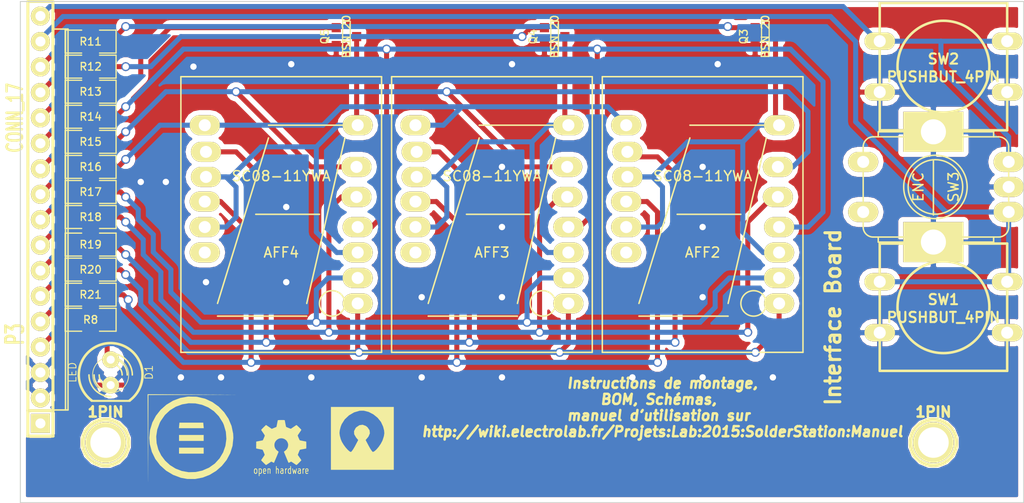
<source format=kicad_pcb>
(kicad_pcb (version 3) (host pcbnew "(2013-07-07 BZR 4022)-stable")

  (general
    (links 70)
    (no_connects 2)
    (area 107.670999 88.095999 274.254 143.67245)
    (thickness 1.6)
    (drawings 6)
    (tracks 338)
    (zones 0)
    (modules 28)
    (nets 31)
  )

  (page A3)
  (layers
    (15 Dessus.Cu signal)
    (0 Dessous.Cu signal)
    (16 Dessous.Adhes user)
    (17 Dessus.Adhes user)
    (18 Dessous.Pate user)
    (19 Dessus.Pate user)
    (20 Dessous.SilkS user)
    (21 Dessus.SilkS user)
    (22 Dessous.Masque user)
    (23 Dessus.Masque user)
    (24 Dessin.User user)
    (25 Cmts.User user)
    (26 Eco1.User user)
    (27 Eco2.User user)
    (28 Contours.Ci user)
  )

  (setup
    (last_trace_width 0.5)
    (user_trace_width 0.5)
    (user_trace_width 1)
    (user_trace_width 1.5)
    (user_trace_width 2)
    (user_trace_width 3)
    (trace_clearance 0.254)
    (zone_clearance 0.508)
    (zone_45_only no)
    (trace_min 0.5)
    (segment_width 0.2)
    (edge_width 0.1)
    (via_size 0.889)
    (via_drill 0.635)
    (via_min_size 0.889)
    (via_min_drill 0.508)
    (uvia_size 0.508)
    (uvia_drill 0.127)
    (uvias_allowed no)
    (uvia_min_size 0.508)
    (uvia_min_drill 0.127)
    (pcb_text_width 0.3)
    (pcb_text_size 1.5 1.5)
    (mod_edge_width 0.15)
    (mod_text_size 1 1)
    (mod_text_width 0.15)
    (pad_size 4.064 4.064)
    (pad_drill 3.048)
    (pad_to_mask_clearance 0)
    (aux_axis_origin 0 0)
    (visible_elements 7FFFFFFF)
    (pcbplotparams
      (layerselection 3178497)
      (usegerberextensions true)
      (excludeedgelayer true)
      (linewidth 0.150000)
      (plotframeref false)
      (viasonmask false)
      (mode 1)
      (useauxorigin false)
      (hpglpennumber 1)
      (hpglpenspeed 20)
      (hpglpendiameter 15)
      (hpglpenoverlay 2)
      (psnegative false)
      (psa4output false)
      (plotreference true)
      (plotvalue true)
      (plotothertext true)
      (plotinvisibletext false)
      (padsonsilk false)
      (subtractmaskfromsilk false)
      (outputformat 1)
      (mirror false)
      (drillshape 1)
      (scaleselection 1)
      (outputdirectory ""))
  )

  (net 0 "")
  (net 1 /A)
  (net 2 /B)
  (net 3 /C)
  (net 4 /D)
  (net 5 /DP)
  (net 6 /E)
  (net 7 /F)
  (net 8 /G)
  (net 9 /K1)
  (net 10 /K2)
  (net 11 /K3)
  (net 12 /LED)
  (net 13 GND)
  (net 14 N-000001)
  (net 15 N-0000014)
  (net 16 N-0000016)
  (net 17 N-0000017)
  (net 18 N-0000018)
  (net 19 N-0000019)
  (net 20 N-0000020)
  (net 21 N-000004)
  (net 22 N-0000043)
  (net 23 N-000005)
  (net 24 N-000006)
  (net 25 N-0000062)
  (net 26 N-0000065)
  (net 27 N-0000069)
  (net 28 N-000007)
  (net 29 N-0000070)
  (net 30 N-000008)

  (net_class Default "Ceci est la Netclass par défaut"
    (clearance 0.254)
    (trace_width 0.5)
    (via_dia 0.889)
    (via_drill 0.635)
    (uvia_dia 0.508)
    (uvia_drill 0.127)
    (add_net "")
    (add_net /A)
    (add_net /B)
    (add_net /C)
    (add_net /D)
    (add_net /DP)
    (add_net /E)
    (add_net /F)
    (add_net /G)
    (add_net /K1)
    (add_net /K2)
    (add_net /K3)
    (add_net /LED)
    (add_net GND)
    (add_net N-000001)
    (add_net N-0000014)
    (add_net N-0000016)
    (add_net N-0000017)
    (add_net N-0000018)
    (add_net N-0000019)
    (add_net N-0000020)
    (add_net N-000004)
    (add_net N-0000043)
    (add_net N-000005)
    (add_net N-000006)
    (add_net N-0000062)
    (add_net N-0000065)
    (add_net N-0000069)
    (add_net N-000007)
    (add_net N-0000070)
    (add_net N-000008)
  )

  (module 7_Seg_20mm (layer Dessus.Cu) (tedit 55043D33) (tstamp 55043E2E)
    (at 200 111)
    (path /54F722E2)
    (fp_text reference AFF4 (at 0 2.54) (layer Dessus.SilkS)
      (effects (font (size 1 1) (thickness 0.15)))
    )
    (fp_text value SC08-11YWA (at 0 -5.08) (layer Dessus.SilkS)
      (effects (font (size 1 1) (thickness 0.15)))
    )
    (fp_line (start -10 -15) (end -10 12.5) (layer Dessus.SilkS) (width 0.15))
    (fp_line (start -10 12.5) (end -9.5 12.5) (layer Dessus.SilkS) (width 0.15))
    (fp_line (start 10 12.5) (end -9.5 12.5) (layer Dessus.SilkS) (width 0.15))
    (fp_line (start 10 -15) (end 10 12.5) (layer Dessus.SilkS) (width 0.15))
    (fp_line (start -10 -15) (end -9.5 -15) (layer Dessus.SilkS) (width 0.15))
    (fp_line (start 10 -15) (end -9.5 -15) (layer Dessus.SilkS) (width 0.15))
    (fp_circle (center 5.08 7.62) (end 3.81 7.62) (layer Dessus.SilkS) (width 0.15))
    (fp_line (start -2.54 -1.27) (end 3.81 -1.27) (layer Dessus.SilkS) (width 0.15))
    (fp_line (start 6.35 -8.89) (end 2.54 7.62) (layer Dessus.SilkS) (width 0.15))
    (fp_line (start -6.35 7.62) (end -1.27 -8.89) (layer Dessus.SilkS) (width 0.15))
    (fp_line (start -1.27 -10.16) (end 6.35 -10.16) (layer Dessus.SilkS) (width 0.15))
    (fp_line (start -6.35 8.89) (end 2.54 8.89) (layer Dessus.SilkS) (width 0.15))
    (pad 1 thru_hole oval (at -7.62 -10.16) (size 3 2) (drill 1.2)
      (layers *.Cu *.Mask Dessus.SilkS)
      (net 1 /A)
    )
    (pad 16 thru_hole oval (at 7.62 -10.16) (size 3 2) (drill 1.2)
      (layers *.Cu *.Mask Dessus.SilkS)
      (net 26 N-0000065)
    )
    (pad 2 thru_hole oval (at -7.5 -7.5) (size 3 2) (drill 1.2)
      (layers *.Cu *.Mask Dessus.SilkS)
      (net 7 /F)
    )
    (pad 4 thru_hole oval (at -7.62 -2.54) (size 3 2) (drill 1.2)
      (layers *.Cu *.Mask Dessus.SilkS)
      (net 6 /E)
    )
    (pad 13 thru_hole oval (at 7.5 -3) (size 3 2) (drill 1.2)
      (layers *.Cu *.Mask Dessus.SilkS)
      (net 8 /G)
    )
    (pad 14 thru_hole oval (at 7.5 -6) (size 3 2) (drill 1.2)
      (layers *.Cu *.Mask Dessus.SilkS)
      (net 2 /B)
    )
    (pad 3 thru_hole oval (at -7.5 -5) (size 3 2) (drill 1.2)
      (layers *.Cu *.Mask Dessus.SilkS)
      (net 26 N-0000065)
    )
    (pad 10 thru_hole oval (at 7.62 5.08) (size 3 2) (drill 1.2)
      (layers *.Cu *.Mask Dessus.SilkS)
      (net 4 /D)
    )
    (pad 9 thru_hole oval (at 7.62 7.62) (size 3 2) (drill 1.2)
      (layers *.Cu *.Mask Dessus.SilkS)
      (net 5 /DP)
    )
    (pad 6 thru_hole oval (at -7.62 2.54) (size 3 2) (drill 1.2)
      (layers *.Cu *.Mask Dessus.SilkS)
    )
    (pad 11 thru_hole oval (at 7.62 2.54) (size 3 2) (drill 1.2)
      (layers *.Cu *.Mask Dessus.SilkS)
      (net 26 N-0000065)
    )
    (pad 12 thru_hole oval (at 7.62 0) (size 3 2) (drill 1.2)
      (layers *.Cu *.Mask Dessus.SilkS)
      (net 3 /C)
    )
    (pad 5 thru_hole oval (at -7.62 0) (size 3 2) (drill 1.2)
      (layers *.Cu *.Mask Dessus.SilkS)
      (net 26 N-0000065)
    )
  )

  (module SW_PUSH-12mm (layer Dessus.Cu) (tedit 5505A7DF) (tstamp 55058E37)
    (at 266 119)
    (path /5501755F)
    (fp_text reference SW1 (at 0 -0.762) (layer Dessus.SilkS)
      (effects (font (size 1.016 1.016) (thickness 0.2032)))
    )
    (fp_text value PUSHBUT_4PIN (at 0 1.016) (layer Dessus.SilkS)
      (effects (font (size 1.016 1.016) (thickness 0.2032)))
    )
    (fp_circle (center 0 0) (end 3.81 2.54) (layer Dessus.SilkS) (width 0.254))
    (fp_line (start -6.35 -6.35) (end 6.35 -6.35) (layer Dessus.SilkS) (width 0.254))
    (fp_line (start 6.35 -6.35) (end 6.35 6.35) (layer Dessus.SilkS) (width 0.254))
    (fp_line (start 6.35 6.35) (end -6.35 6.35) (layer Dessus.SilkS) (width 0.254))
    (fp_line (start -6.35 6.35) (end -6.35 -6.35) (layer Dessus.SilkS) (width 0.254))
    (pad 1 thru_hole oval (at 6.35 -2.54) (size 3.048 1.7272) (drill 1.2)
      (layers *.Cu *.Mask Dessus.SilkS)
      (net 22 N-0000043)
    )
    (pad 2 thru_hole oval (at 6.35 2.54) (size 3.048 1.7272) (drill 1.2)
      (layers *.Cu *.Mask Dessus.SilkS)
      (net 13 GND)
    )
    (pad 1 thru_hole oval (at -6.35 -2.54) (size 3.048 1.7272) (drill 1.2)
      (layers *.Cu *.Mask Dessus.SilkS)
      (net 22 N-0000043)
    )
    (pad 2 thru_hole oval (at -6.35 2.54) (size 3.048 1.7272) (drill 1.2)
      (layers *.Cu *.Mask Dessus.SilkS)
      (net 13 GND)
    )
  )

  (module SW_PUSH-12mm (layer Dessus.Cu) (tedit 4C612761) (tstamp 55058E29)
    (at 266 95)
    (path /55017546)
    (fp_text reference SW2 (at 0 -0.762) (layer Dessus.SilkS)
      (effects (font (size 1.016 1.016) (thickness 0.2032)))
    )
    (fp_text value PUSHBUT_4PIN (at 0 1.016) (layer Dessus.SilkS)
      (effects (font (size 1.016 1.016) (thickness 0.2032)))
    )
    (fp_circle (center 0 0) (end 3.81 2.54) (layer Dessus.SilkS) (width 0.254))
    (fp_line (start -6.35 -6.35) (end 6.35 -6.35) (layer Dessus.SilkS) (width 0.254))
    (fp_line (start 6.35 -6.35) (end 6.35 6.35) (layer Dessus.SilkS) (width 0.254))
    (fp_line (start 6.35 6.35) (end -6.35 6.35) (layer Dessus.SilkS) (width 0.254))
    (fp_line (start -6.35 6.35) (end -6.35 -6.35) (layer Dessus.SilkS) (width 0.254))
    (pad 1 thru_hole oval (at 6.35 -2.54) (size 3.048 1.7272) (drill 1.2)
      (layers *.Cu *.Mask Dessus.SilkS)
      (net 25 N-0000062)
    )
    (pad 2 thru_hole oval (at 6.35 2.54) (size 3.048 1.7272) (drill 1.2)
      (layers *.Cu *.Mask Dessus.SilkS)
      (net 13 GND)
    )
    (pad 1 thru_hole oval (at -6.35 -2.54) (size 3.048 1.7272) (drill 1.2)
      (layers *.Cu *.Mask Dessus.SilkS)
      (net 25 N-0000062)
    )
    (pad 2 thru_hole oval (at -6.35 2.54) (size 3.048 1.7272) (drill 1.2)
      (layers *.Cu *.Mask Dessus.SilkS)
      (net 13 GND)
    )
  )

  (module SOT23GDS (layer Dessus.Cu) (tedit 50911E03) (tstamp 55041EB8)
    (at 248.25 92 90)
    (descr "Module CMS SOT23 Transistore EBC")
    (tags "CMS SOT")
    (path /54F6E77C)
    (attr smd)
    (fp_text reference Q3 (at 0 -2.159 90) (layer Dessus.SilkS)
      (effects (font (size 0.762 0.762) (thickness 0.12954)))
    )
    (fp_text value "BSN 20" (at 0 0 90) (layer Dessus.SilkS)
      (effects (font (size 0.762 0.762) (thickness 0.12954)))
    )
    (fp_line (start -1.524 -0.381) (end 1.524 -0.381) (layer Dessus.SilkS) (width 0.11938))
    (fp_line (start 1.524 -0.381) (end 1.524 0.381) (layer Dessus.SilkS) (width 0.11938))
    (fp_line (start 1.524 0.381) (end -1.524 0.381) (layer Dessus.SilkS) (width 0.11938))
    (fp_line (start -1.524 0.381) (end -1.524 -0.381) (layer Dessus.SilkS) (width 0.11938))
    (pad S smd rect (at -0.889 -1.016 90) (size 0.9144 0.9144)
      (layers Dessus.Cu Dessus.Pate Dessus.Masque)
      (net 13 GND)
    )
    (pad G smd rect (at 0.889 -1.016 90) (size 0.9144 0.9144)
      (layers Dessus.Cu Dessus.Pate Dessus.Masque)
      (net 9 /K1)
    )
    (pad D smd rect (at 0 1.016 90) (size 0.9144 0.9144)
      (layers Dessus.Cu Dessus.Pate Dessus.Masque)
      (net 27 N-0000069)
    )
    (model smd/cms_sot23.wrl
      (at (xyz 0 0 0))
      (scale (xyz 0.13 0.15 0.15))
      (rotate (xyz 0 0 0))
    )
  )

  (module SOT23GDS (layer Dessus.Cu) (tedit 50911E03) (tstamp 55058CE4)
    (at 206.5 92 90)
    (descr "Module CMS SOT23 Transistore EBC")
    (tags "CMS SOT")
    (path /54F6E78B)
    (attr smd)
    (fp_text reference Q5 (at 0 -2.159 90) (layer Dessus.SilkS)
      (effects (font (size 0.762 0.762) (thickness 0.12954)))
    )
    (fp_text value "BSN 20" (at 0 0 90) (layer Dessus.SilkS)
      (effects (font (size 0.762 0.762) (thickness 0.12954)))
    )
    (fp_line (start -1.524 -0.381) (end 1.524 -0.381) (layer Dessus.SilkS) (width 0.11938))
    (fp_line (start 1.524 -0.381) (end 1.524 0.381) (layer Dessus.SilkS) (width 0.11938))
    (fp_line (start 1.524 0.381) (end -1.524 0.381) (layer Dessus.SilkS) (width 0.11938))
    (fp_line (start -1.524 0.381) (end -1.524 -0.381) (layer Dessus.SilkS) (width 0.11938))
    (pad S smd rect (at -0.889 -1.016 90) (size 0.9144 0.9144)
      (layers Dessus.Cu Dessus.Pate Dessus.Masque)
      (net 13 GND)
    )
    (pad G smd rect (at 0.889 -1.016 90) (size 0.9144 0.9144)
      (layers Dessus.Cu Dessus.Pate Dessus.Masque)
      (net 11 /K3)
    )
    (pad D smd rect (at 0 1.016 90) (size 0.9144 0.9144)
      (layers Dessus.Cu Dessus.Pate Dessus.Masque)
      (net 26 N-0000065)
    )
    (model smd/cms_sot23.wrl
      (at (xyz 0 0 0))
      (scale (xyz 0.13 0.15 0.15))
      (rotate (xyz 0 0 0))
    )
  )

  (module SOT23GDS (layer Dessus.Cu) (tedit 50911E03) (tstamp 55041ECE)
    (at 227.25 92 90)
    (descr "Module CMS SOT23 Transistore EBC")
    (tags "CMS SOT")
    (path /54F6E76D)
    (attr smd)
    (fp_text reference Q4 (at 0 -2.159 90) (layer Dessus.SilkS)
      (effects (font (size 0.762 0.762) (thickness 0.12954)))
    )
    (fp_text value "BSN 20" (at 0 0 90) (layer Dessus.SilkS)
      (effects (font (size 0.762 0.762) (thickness 0.12954)))
    )
    (fp_line (start -1.524 -0.381) (end 1.524 -0.381) (layer Dessus.SilkS) (width 0.11938))
    (fp_line (start 1.524 -0.381) (end 1.524 0.381) (layer Dessus.SilkS) (width 0.11938))
    (fp_line (start 1.524 0.381) (end -1.524 0.381) (layer Dessus.SilkS) (width 0.11938))
    (fp_line (start -1.524 0.381) (end -1.524 -0.381) (layer Dessus.SilkS) (width 0.11938))
    (pad S smd rect (at -0.889 -1.016 90) (size 0.9144 0.9144)
      (layers Dessus.Cu Dessus.Pate Dessus.Masque)
      (net 13 GND)
    )
    (pad G smd rect (at 0.889 -1.016 90) (size 0.9144 0.9144)
      (layers Dessus.Cu Dessus.Pate Dessus.Masque)
      (net 10 /K2)
    )
    (pad D smd rect (at 0 1.016 90) (size 0.9144 0.9144)
      (layers Dessus.Cu Dessus.Pate Dessus.Masque)
      (net 29 N-0000070)
    )
    (model smd/cms_sot23.wrl
      (at (xyz 0 0 0))
      (scale (xyz 0.13 0.15 0.15))
      (rotate (xyz 0 0 0))
    )
  )

  (module SM1206 (layer Dessus.Cu) (tedit 42806E24) (tstamp 55041F25)
    (at 181 112.75)
    (path /54F6FF8E)
    (attr smd)
    (fp_text reference R19 (at 0 0) (layer Dessus.SilkS)
      (effects (font (size 0.762 0.762) (thickness 0.127)))
    )
    (fp_text value 220 (at 0 0) (layer Dessus.SilkS) hide
      (effects (font (size 0.762 0.762) (thickness 0.127)))
    )
    (fp_line (start -2.54 -1.143) (end -2.54 1.143) (layer Dessus.SilkS) (width 0.127))
    (fp_line (start -2.54 1.143) (end -0.889 1.143) (layer Dessus.SilkS) (width 0.127))
    (fp_line (start 0.889 -1.143) (end 2.54 -1.143) (layer Dessus.SilkS) (width 0.127))
    (fp_line (start 2.54 -1.143) (end 2.54 1.143) (layer Dessus.SilkS) (width 0.127))
    (fp_line (start 2.54 1.143) (end 0.889 1.143) (layer Dessus.SilkS) (width 0.127))
    (fp_line (start -0.889 -1.143) (end -2.54 -1.143) (layer Dessus.SilkS) (width 0.127))
    (pad 1 smd rect (at -1.651 0) (size 1.524 2.032)
      (layers Dessus.Cu Dessus.Pate Dessus.Masque)
      (net 15 N-0000014)
    )
    (pad 2 smd rect (at 1.651 0) (size 1.524 2.032)
      (layers Dessus.Cu Dessus.Pate Dessus.Masque)
      (net 7 /F)
    )
    (model smd/chip_cms.wrl
      (at (xyz 0 0 0))
      (scale (xyz 0.17 0.16 0.16))
      (rotate (xyz 0 0 0))
    )
  )

  (module SM1206 (layer Dessus.Cu) (tedit 42806E24) (tstamp 55041F31)
    (at 181 105)
    (path /54F6FF94)
    (attr smd)
    (fp_text reference R16 (at 0 0) (layer Dessus.SilkS)
      (effects (font (size 0.762 0.762) (thickness 0.127)))
    )
    (fp_text value 220 (at 0 0) (layer Dessus.SilkS) hide
      (effects (font (size 0.762 0.762) (thickness 0.127)))
    )
    (fp_line (start -2.54 -1.143) (end -2.54 1.143) (layer Dessus.SilkS) (width 0.127))
    (fp_line (start -2.54 1.143) (end -0.889 1.143) (layer Dessus.SilkS) (width 0.127))
    (fp_line (start 0.889 -1.143) (end 2.54 -1.143) (layer Dessus.SilkS) (width 0.127))
    (fp_line (start 2.54 -1.143) (end 2.54 1.143) (layer Dessus.SilkS) (width 0.127))
    (fp_line (start 2.54 1.143) (end 0.889 1.143) (layer Dessus.SilkS) (width 0.127))
    (fp_line (start -0.889 -1.143) (end -2.54 -1.143) (layer Dessus.SilkS) (width 0.127))
    (pad 1 smd rect (at -1.651 0) (size 1.524 2.032)
      (layers Dessus.Cu Dessus.Pate Dessus.Masque)
      (net 30 N-000008)
    )
    (pad 2 smd rect (at 1.651 0) (size 1.524 2.032)
      (layers Dessus.Cu Dessus.Pate Dessus.Masque)
      (net 1 /A)
    )
    (model smd/chip_cms.wrl
      (at (xyz 0 0 0))
      (scale (xyz 0.17 0.16 0.16))
      (rotate (xyz 0 0 0))
    )
  )

  (module SM1206 (layer Dessus.Cu) (tedit 42806E24) (tstamp 55041F3D)
    (at 181 92.5)
    (path /54F7028E)
    (attr smd)
    (fp_text reference R11 (at 0 0) (layer Dessus.SilkS)
      (effects (font (size 0.762 0.762) (thickness 0.127)))
    )
    (fp_text value 1k (at 0 0) (layer Dessus.SilkS) hide
      (effects (font (size 0.762 0.762) (thickness 0.127)))
    )
    (fp_line (start -2.54 -1.143) (end -2.54 1.143) (layer Dessus.SilkS) (width 0.127))
    (fp_line (start -2.54 1.143) (end -0.889 1.143) (layer Dessus.SilkS) (width 0.127))
    (fp_line (start 0.889 -1.143) (end 2.54 -1.143) (layer Dessus.SilkS) (width 0.127))
    (fp_line (start 2.54 -1.143) (end 2.54 1.143) (layer Dessus.SilkS) (width 0.127))
    (fp_line (start 2.54 1.143) (end 0.889 1.143) (layer Dessus.SilkS) (width 0.127))
    (fp_line (start -0.889 -1.143) (end -2.54 -1.143) (layer Dessus.SilkS) (width 0.127))
    (pad 1 smd rect (at -1.651 0) (size 1.524 2.032)
      (layers Dessus.Cu Dessus.Pate Dessus.Masque)
      (net 24 N-000006)
    )
    (pad 2 smd rect (at 1.651 0) (size 1.524 2.032)
      (layers Dessus.Cu Dessus.Pate Dessus.Masque)
      (net 9 /K1)
    )
    (model smd/chip_cms.wrl
      (at (xyz 0 0 0))
      (scale (xyz 0.17 0.16 0.16))
      (rotate (xyz 0 0 0))
    )
  )

  (module SM1206 (layer Dessus.Cu) (tedit 42806E24) (tstamp 55041F49)
    (at 181 95)
    (path /54F70294)
    (attr smd)
    (fp_text reference R12 (at 0 0) (layer Dessus.SilkS)
      (effects (font (size 0.762 0.762) (thickness 0.127)))
    )
    (fp_text value 1k (at 0 0) (layer Dessus.SilkS) hide
      (effects (font (size 0.762 0.762) (thickness 0.127)))
    )
    (fp_line (start -2.54 -1.143) (end -2.54 1.143) (layer Dessus.SilkS) (width 0.127))
    (fp_line (start -2.54 1.143) (end -0.889 1.143) (layer Dessus.SilkS) (width 0.127))
    (fp_line (start 0.889 -1.143) (end 2.54 -1.143) (layer Dessus.SilkS) (width 0.127))
    (fp_line (start 2.54 -1.143) (end 2.54 1.143) (layer Dessus.SilkS) (width 0.127))
    (fp_line (start 2.54 1.143) (end 0.889 1.143) (layer Dessus.SilkS) (width 0.127))
    (fp_line (start -0.889 -1.143) (end -2.54 -1.143) (layer Dessus.SilkS) (width 0.127))
    (pad 1 smd rect (at -1.651 0) (size 1.524 2.032)
      (layers Dessus.Cu Dessus.Pate Dessus.Masque)
      (net 23 N-000005)
    )
    (pad 2 smd rect (at 1.651 0) (size 1.524 2.032)
      (layers Dessus.Cu Dessus.Pate Dessus.Masque)
      (net 10 /K2)
    )
    (model smd/chip_cms.wrl
      (at (xyz 0 0 0))
      (scale (xyz 0.17 0.16 0.16))
      (rotate (xyz 0 0 0))
    )
  )

  (module SM1206 (layer Dessus.Cu) (tedit 42806E24) (tstamp 55041F55)
    (at 181 97.5)
    (path /54F7029A)
    (attr smd)
    (fp_text reference R13 (at 0 0) (layer Dessus.SilkS)
      (effects (font (size 0.762 0.762) (thickness 0.127)))
    )
    (fp_text value 1k (at 0 0) (layer Dessus.SilkS) hide
      (effects (font (size 0.762 0.762) (thickness 0.127)))
    )
    (fp_line (start -2.54 -1.143) (end -2.54 1.143) (layer Dessus.SilkS) (width 0.127))
    (fp_line (start -2.54 1.143) (end -0.889 1.143) (layer Dessus.SilkS) (width 0.127))
    (fp_line (start 0.889 -1.143) (end 2.54 -1.143) (layer Dessus.SilkS) (width 0.127))
    (fp_line (start 2.54 -1.143) (end 2.54 1.143) (layer Dessus.SilkS) (width 0.127))
    (fp_line (start 2.54 1.143) (end 0.889 1.143) (layer Dessus.SilkS) (width 0.127))
    (fp_line (start -0.889 -1.143) (end -2.54 -1.143) (layer Dessus.SilkS) (width 0.127))
    (pad 1 smd rect (at -1.651 0) (size 1.524 2.032)
      (layers Dessus.Cu Dessus.Pate Dessus.Masque)
      (net 21 N-000004)
    )
    (pad 2 smd rect (at 1.651 0) (size 1.524 2.032)
      (layers Dessus.Cu Dessus.Pate Dessus.Masque)
      (net 11 /K3)
    )
    (model smd/chip_cms.wrl
      (at (xyz 0 0 0))
      (scale (xyz 0.17 0.16 0.16))
      (rotate (xyz 0 0 0))
    )
  )

  (module SM1206 (layer Dessus.Cu) (tedit 42806E24) (tstamp 55041F61)
    (at 181 110)
    (path /54F6FF82)
    (attr smd)
    (fp_text reference R18 (at 0 0) (layer Dessus.SilkS)
      (effects (font (size 0.762 0.762) (thickness 0.127)))
    )
    (fp_text value 220 (at 0 0) (layer Dessus.SilkS) hide
      (effects (font (size 0.762 0.762) (thickness 0.127)))
    )
    (fp_line (start -2.54 -1.143) (end -2.54 1.143) (layer Dessus.SilkS) (width 0.127))
    (fp_line (start -2.54 1.143) (end -0.889 1.143) (layer Dessus.SilkS) (width 0.127))
    (fp_line (start 0.889 -1.143) (end 2.54 -1.143) (layer Dessus.SilkS) (width 0.127))
    (fp_line (start 2.54 -1.143) (end 2.54 1.143) (layer Dessus.SilkS) (width 0.127))
    (fp_line (start 2.54 1.143) (end 0.889 1.143) (layer Dessus.SilkS) (width 0.127))
    (fp_line (start -0.889 -1.143) (end -2.54 -1.143) (layer Dessus.SilkS) (width 0.127))
    (pad 1 smd rect (at -1.651 0) (size 1.524 2.032)
      (layers Dessus.Cu Dessus.Pate Dessus.Masque)
      (net 17 N-0000017)
    )
    (pad 2 smd rect (at 1.651 0) (size 1.524 2.032)
      (layers Dessus.Cu Dessus.Pate Dessus.Masque)
      (net 8 /G)
    )
    (model smd/chip_cms.wrl
      (at (xyz 0 0 0))
      (scale (xyz 0.17 0.16 0.16))
      (rotate (xyz 0 0 0))
    )
  )

  (module SM1206 (layer Dessus.Cu) (tedit 42806E24) (tstamp 55041F6D)
    (at 181 115.25)
    (path /54F7293E)
    (attr smd)
    (fp_text reference R20 (at 0 0) (layer Dessus.SilkS)
      (effects (font (size 0.762 0.762) (thickness 0.127)))
    )
    (fp_text value 220 (at 0 0) (layer Dessus.SilkS) hide
      (effects (font (size 0.762 0.762) (thickness 0.127)))
    )
    (fp_line (start -2.54 -1.143) (end -2.54 1.143) (layer Dessus.SilkS) (width 0.127))
    (fp_line (start -2.54 1.143) (end -0.889 1.143) (layer Dessus.SilkS) (width 0.127))
    (fp_line (start 0.889 -1.143) (end 2.54 -1.143) (layer Dessus.SilkS) (width 0.127))
    (fp_line (start 2.54 -1.143) (end 2.54 1.143) (layer Dessus.SilkS) (width 0.127))
    (fp_line (start 2.54 1.143) (end 0.889 1.143) (layer Dessus.SilkS) (width 0.127))
    (fp_line (start -0.889 -1.143) (end -2.54 -1.143) (layer Dessus.SilkS) (width 0.127))
    (pad 1 smd rect (at -1.651 0) (size 1.524 2.032)
      (layers Dessus.Cu Dessus.Pate Dessus.Masque)
      (net 18 N-0000018)
    )
    (pad 2 smd rect (at 1.651 0) (size 1.524 2.032)
      (layers Dessus.Cu Dessus.Pate Dessus.Masque)
      (net 5 /DP)
    )
    (model smd/chip_cms.wrl
      (at (xyz 0 0 0))
      (scale (xyz 0.17 0.16 0.16))
      (rotate (xyz 0 0 0))
    )
  )

  (module SM1206 (layer Dessus.Cu) (tedit 42806E24) (tstamp 55041F79)
    (at 181 117.75)
    (path /54F7294D)
    (attr smd)
    (fp_text reference R21 (at 0 0) (layer Dessus.SilkS)
      (effects (font (size 0.762 0.762) (thickness 0.127)))
    )
    (fp_text value 220 (at 0 0) (layer Dessus.SilkS) hide
      (effects (font (size 0.762 0.762) (thickness 0.127)))
    )
    (fp_line (start -2.54 -1.143) (end -2.54 1.143) (layer Dessus.SilkS) (width 0.127))
    (fp_line (start -2.54 1.143) (end -0.889 1.143) (layer Dessus.SilkS) (width 0.127))
    (fp_line (start 0.889 -1.143) (end 2.54 -1.143) (layer Dessus.SilkS) (width 0.127))
    (fp_line (start 2.54 -1.143) (end 2.54 1.143) (layer Dessus.SilkS) (width 0.127))
    (fp_line (start 2.54 1.143) (end 0.889 1.143) (layer Dessus.SilkS) (width 0.127))
    (fp_line (start -0.889 -1.143) (end -2.54 -1.143) (layer Dessus.SilkS) (width 0.127))
    (pad 1 smd rect (at -1.651 0) (size 1.524 2.032)
      (layers Dessus.Cu Dessus.Pate Dessus.Masque)
      (net 19 N-0000019)
    )
    (pad 2 smd rect (at 1.651 0) (size 1.524 2.032)
      (layers Dessus.Cu Dessus.Pate Dessus.Masque)
      (net 6 /E)
    )
    (model smd/chip_cms.wrl
      (at (xyz 0 0 0))
      (scale (xyz 0.17 0.16 0.16))
      (rotate (xyz 0 0 0))
    )
  )

  (module SM1206 (layer Dessus.Cu) (tedit 42806E24) (tstamp 55041F85)
    (at 181 107.5)
    (path /54F6FF7C)
    (attr smd)
    (fp_text reference R17 (at 0 0) (layer Dessus.SilkS)
      (effects (font (size 0.762 0.762) (thickness 0.127)))
    )
    (fp_text value 220 (at 0 0) (layer Dessus.SilkS) hide
      (effects (font (size 0.762 0.762) (thickness 0.127)))
    )
    (fp_line (start -2.54 -1.143) (end -2.54 1.143) (layer Dessus.SilkS) (width 0.127))
    (fp_line (start -2.54 1.143) (end -0.889 1.143) (layer Dessus.SilkS) (width 0.127))
    (fp_line (start 0.889 -1.143) (end 2.54 -1.143) (layer Dessus.SilkS) (width 0.127))
    (fp_line (start 2.54 -1.143) (end 2.54 1.143) (layer Dessus.SilkS) (width 0.127))
    (fp_line (start 2.54 1.143) (end 0.889 1.143) (layer Dessus.SilkS) (width 0.127))
    (fp_line (start -0.889 -1.143) (end -2.54 -1.143) (layer Dessus.SilkS) (width 0.127))
    (pad 1 smd rect (at -1.651 0) (size 1.524 2.032)
      (layers Dessus.Cu Dessus.Pate Dessus.Masque)
      (net 16 N-0000016)
    )
    (pad 2 smd rect (at 1.651 0) (size 1.524 2.032)
      (layers Dessus.Cu Dessus.Pate Dessus.Masque)
      (net 4 /D)
    )
    (model smd/chip_cms.wrl
      (at (xyz 0 0 0))
      (scale (xyz 0.17 0.16 0.16))
      (rotate (xyz 0 0 0))
    )
  )

  (module SM1206 (layer Dessus.Cu) (tedit 42806E24) (tstamp 55041FE5)
    (at 181 120.25)
    (path /54F6E871)
    (attr smd)
    (fp_text reference R8 (at 0 0) (layer Dessus.SilkS)
      (effects (font (size 0.762 0.762) (thickness 0.127)))
    )
    (fp_text value 220 (at 0 0) (layer Dessus.SilkS) hide
      (effects (font (size 0.762 0.762) (thickness 0.127)))
    )
    (fp_line (start -2.54 -1.143) (end -2.54 1.143) (layer Dessus.SilkS) (width 0.127))
    (fp_line (start -2.54 1.143) (end -0.889 1.143) (layer Dessus.SilkS) (width 0.127))
    (fp_line (start 0.889 -1.143) (end 2.54 -1.143) (layer Dessus.SilkS) (width 0.127))
    (fp_line (start 2.54 -1.143) (end 2.54 1.143) (layer Dessus.SilkS) (width 0.127))
    (fp_line (start 2.54 1.143) (end 0.889 1.143) (layer Dessus.SilkS) (width 0.127))
    (fp_line (start -0.889 -1.143) (end -2.54 -1.143) (layer Dessus.SilkS) (width 0.127))
    (pad 1 smd rect (at -1.651 0) (size 1.524 2.032)
      (layers Dessus.Cu Dessus.Pate Dessus.Masque)
      (net 20 N-0000020)
    )
    (pad 2 smd rect (at 1.651 0) (size 1.524 2.032)
      (layers Dessus.Cu Dessus.Pate Dessus.Masque)
      (net 12 /LED)
    )
    (model smd/chip_cms.wrl
      (at (xyz 0 0 0))
      (scale (xyz 0.17 0.16 0.16))
      (rotate (xyz 0 0 0))
    )
  )

  (module SM1206 (layer Dessus.Cu) (tedit 42806E24) (tstamp 55041FFD)
    (at 181 100)
    (path /54F6FF69)
    (attr smd)
    (fp_text reference R14 (at 0 0) (layer Dessus.SilkS)
      (effects (font (size 0.762 0.762) (thickness 0.127)))
    )
    (fp_text value 220 (at 0 0) (layer Dessus.SilkS) hide
      (effects (font (size 0.762 0.762) (thickness 0.127)))
    )
    (fp_line (start -2.54 -1.143) (end -2.54 1.143) (layer Dessus.SilkS) (width 0.127))
    (fp_line (start -2.54 1.143) (end -0.889 1.143) (layer Dessus.SilkS) (width 0.127))
    (fp_line (start 0.889 -1.143) (end 2.54 -1.143) (layer Dessus.SilkS) (width 0.127))
    (fp_line (start 2.54 -1.143) (end 2.54 1.143) (layer Dessus.SilkS) (width 0.127))
    (fp_line (start 2.54 1.143) (end 0.889 1.143) (layer Dessus.SilkS) (width 0.127))
    (fp_line (start -0.889 -1.143) (end -2.54 -1.143) (layer Dessus.SilkS) (width 0.127))
    (pad 1 smd rect (at -1.651 0) (size 1.524 2.032)
      (layers Dessus.Cu Dessus.Pate Dessus.Masque)
      (net 14 N-000001)
    )
    (pad 2 smd rect (at 1.651 0) (size 1.524 2.032)
      (layers Dessus.Cu Dessus.Pate Dessus.Masque)
      (net 3 /C)
    )
    (model smd/chip_cms.wrl
      (at (xyz 0 0 0))
      (scale (xyz 0.17 0.16 0.16))
      (rotate (xyz 0 0 0))
    )
  )

  (module SM1206 (layer Dessus.Cu) (tedit 42806E24) (tstamp 55042009)
    (at 181 102.5)
    (path /54F6FF76)
    (attr smd)
    (fp_text reference R15 (at 0 0) (layer Dessus.SilkS)
      (effects (font (size 0.762 0.762) (thickness 0.127)))
    )
    (fp_text value 220 (at 0 0) (layer Dessus.SilkS) hide
      (effects (font (size 0.762 0.762) (thickness 0.127)))
    )
    (fp_line (start -2.54 -1.143) (end -2.54 1.143) (layer Dessus.SilkS) (width 0.127))
    (fp_line (start -2.54 1.143) (end -0.889 1.143) (layer Dessus.SilkS) (width 0.127))
    (fp_line (start 0.889 -1.143) (end 2.54 -1.143) (layer Dessus.SilkS) (width 0.127))
    (fp_line (start 2.54 -1.143) (end 2.54 1.143) (layer Dessus.SilkS) (width 0.127))
    (fp_line (start 2.54 1.143) (end 0.889 1.143) (layer Dessus.SilkS) (width 0.127))
    (fp_line (start -0.889 -1.143) (end -2.54 -1.143) (layer Dessus.SilkS) (width 0.127))
    (pad 1 smd rect (at -1.651 0) (size 1.524 2.032)
      (layers Dessus.Cu Dessus.Pate Dessus.Masque)
      (net 28 N-000007)
    )
    (pad 2 smd rect (at 1.651 0) (size 1.524 2.032)
      (layers Dessus.Cu Dessus.Pate Dessus.Masque)
      (net 2 /B)
    )
    (model smd/chip_cms.wrl
      (at (xyz 0 0 0))
      (scale (xyz 0.17 0.16 0.16))
      (rotate (xyz 0 0 0))
    )
  )

  (module Rotary_Encoder (layer Dessus.Cu) (tedit 55032430) (tstamp 55042025)
    (at 265 107 90)
    (path /55032AC2)
    (fp_text reference SW3 (at 0 2 90) (layer Dessus.SilkS)
      (effects (font (size 1 1) (thickness 0.15)))
    )
    (fp_text value ENC (at 0 -1.5 90) (layer Dessus.SilkS)
      (effects (font (size 1 1) (thickness 0.15)))
    )
    (fp_line (start 4 7.5) (end -4 7.5) (layer Dessus.SilkS) (width 0.15))
    (fp_line (start -4 -7) (end 4 -7) (layer Dessus.SilkS) (width 0.15))
    (fp_line (start -2.8 0) (end 2.6 0) (layer Dessus.SilkS) (width 0.15))
    (fp_circle (center 0 0.2) (end 2.6 1) (layer Dessus.SilkS) (width 0.15))
    (fp_circle (center 0 0.2) (end 3 1.2) (layer Dessus.SilkS) (width 0.15))
    (fp_line (start -5 6) (end -5.5 6) (layer Dessus.SilkS) (width 0.15))
    (fp_line (start -5.5 6) (end -5.5 -5.5) (layer Dessus.SilkS) (width 0.15))
    (fp_line (start -5.5 -5.5) (end -5 -5.5) (layer Dessus.SilkS) (width 0.15))
    (fp_line (start 5 -5.5) (end 5.5 -5.5) (layer Dessus.SilkS) (width 0.15))
    (fp_line (start 5.5 -5.5) (end 5.5 6) (layer Dessus.SilkS) (width 0.15))
    (fp_line (start 5.5 6) (end 5 6) (layer Dessus.SilkS) (width 0.15))
    (fp_arc (start -4 -6) (end -4 -7) (angle -90) (layer Dessus.SilkS) (width 0.15))
    (fp_arc (start 4 6.5) (end 4 7.5) (angle -90) (layer Dessus.SilkS) (width 0.15))
    (fp_arc (start -4 6.5) (end -4 7.5) (angle 90) (layer Dessus.SilkS) (width 0.15))
    (fp_arc (start 4 -6) (end 4 -7) (angle 90) (layer Dessus.SilkS) (width 0.15))
    (fp_line (start 5 -6) (end 5 6.5) (layer Dessus.SilkS) (width 0.15))
    (fp_line (start -5 6.5) (end -5 -6) (layer Dessus.SilkS) (width 0.15))
    (pad 7 thru_hole rect (at 5.5 0 90) (size 4 6) (drill 2.5)
      (layers *.Cu *.Mask Dessus.SilkS)
      (net 13 GND)
    )
    (pad 6 thru_hole rect (at -5.5 0 90) (size 4 6) (drill 2.5)
      (layers *.Cu *.Mask Dessus.SilkS)
      (net 13 GND)
    )
    (pad 4 thru_hole oval (at -2.5 -7 90) (size 2 3) (drill 1.2)
      (layers *.Cu *.Mask Dessus.SilkS)
    )
    (pad 5 thru_hole oval (at 2.5 -7 90) (size 2 3) (drill 1.2)
      (layers *.Cu *.Mask Dessus.SilkS)
    )
    (pad 2 thru_hole oval (at 0 7.5 90) (size 2 3) (drill 1.2)
      (layers *.Cu *.Mask Dessus.SilkS)
      (net 13 GND)
    )
    (pad 3 thru_hole oval (at 2.5 7.5 90) (size 2 3) (drill 1.2)
      (layers *.Cu *.Mask Dessus.SilkS)
      (net 25 N-0000062)
    )
    (pad 1 thru_hole oval (at -2.5 7.5 90) (size 2 3) (drill 1.2)
      (layers *.Cu *.Mask Dessus.SilkS)
      (net 22 N-0000043)
    )
  )

  (module LED-5MM (layer Dessus.Cu) (tedit 50ADE86B) (tstamp 55042041)
    (at 183 125.5 270)
    (descr "LED 5mm - Lead pitch 100mil (2,54mm)")
    (tags "LED led 5mm 5MM 100mil 2,54mm")
    (path /54F6E880)
    (fp_text reference D1 (at 0 -3.81 270) (layer Dessus.SilkS)
      (effects (font (size 0.762 0.762) (thickness 0.0889)))
    )
    (fp_text value LED (at 0 3.81 270) (layer Dessus.SilkS)
      (effects (font (size 0.762 0.762) (thickness 0.0889)))
    )
    (fp_line (start 2.8448 1.905) (end 2.8448 -1.905) (layer Dessus.SilkS) (width 0.2032))
    (fp_circle (center 0.254 0) (end -1.016 1.27) (layer Dessus.SilkS) (width 0.0762))
    (fp_arc (start 0.254 0) (end 2.794 1.905) (angle 286.2) (layer Dessus.SilkS) (width 0.254))
    (fp_arc (start 0.254 0) (end -0.889 0) (angle 90) (layer Dessus.SilkS) (width 0.1524))
    (fp_arc (start 0.254 0) (end 1.397 0) (angle 90) (layer Dessus.SilkS) (width 0.1524))
    (fp_arc (start 0.254 0) (end -1.397 0) (angle 90) (layer Dessus.SilkS) (width 0.1524))
    (fp_arc (start 0.254 0) (end 1.905 0) (angle 90) (layer Dessus.SilkS) (width 0.1524))
    (fp_arc (start 0.254 0) (end -1.905 0) (angle 90) (layer Dessus.SilkS) (width 0.1524))
    (fp_arc (start 0.254 0) (end 2.413 0) (angle 90) (layer Dessus.SilkS) (width 0.1524))
    (pad 1 thru_hole circle (at -1.27 0 270) (size 1.6764 1.6764) (drill 0.8128)
      (layers *.Cu *.Mask Dessus.SilkS)
      (net 12 /LED)
    )
    (pad 2 thru_hole circle (at 1.27 0 270) (size 1.6764 1.6764) (drill 0.8128)
      (layers *.Cu *.Mask Dessus.SilkS)
      (net 13 GND)
    )
    (model discret/leds/led5_vertical_verde.wrl
      (at (xyz 0 0 0))
      (scale (xyz 1 1 1))
      (rotate (xyz 0 0 0))
    )
  )

  (module 7_Seg_20mm (layer Dessus.Cu) (tedit 55043D33) (tstamp 55043E4B)
    (at 221 111)
    (path /54F722E8)
    (fp_text reference AFF3 (at 0 2.54) (layer Dessus.SilkS)
      (effects (font (size 1 1) (thickness 0.15)))
    )
    (fp_text value SC08-11YWA (at 0 -5.08) (layer Dessus.SilkS)
      (effects (font (size 1 1) (thickness 0.15)))
    )
    (fp_line (start -10 -15) (end -10 12.5) (layer Dessus.SilkS) (width 0.15))
    (fp_line (start -10 12.5) (end -9.5 12.5) (layer Dessus.SilkS) (width 0.15))
    (fp_line (start 10 12.5) (end -9.5 12.5) (layer Dessus.SilkS) (width 0.15))
    (fp_line (start 10 -15) (end 10 12.5) (layer Dessus.SilkS) (width 0.15))
    (fp_line (start -10 -15) (end -9.5 -15) (layer Dessus.SilkS) (width 0.15))
    (fp_line (start 10 -15) (end -9.5 -15) (layer Dessus.SilkS) (width 0.15))
    (fp_circle (center 5.08 7.62) (end 3.81 7.62) (layer Dessus.SilkS) (width 0.15))
    (fp_line (start -2.54 -1.27) (end 3.81 -1.27) (layer Dessus.SilkS) (width 0.15))
    (fp_line (start 6.35 -8.89) (end 2.54 7.62) (layer Dessus.SilkS) (width 0.15))
    (fp_line (start -6.35 7.62) (end -1.27 -8.89) (layer Dessus.SilkS) (width 0.15))
    (fp_line (start -1.27 -10.16) (end 6.35 -10.16) (layer Dessus.SilkS) (width 0.15))
    (fp_line (start -6.35 8.89) (end 2.54 8.89) (layer Dessus.SilkS) (width 0.15))
    (pad 1 thru_hole oval (at -7.62 -10.16) (size 3 2) (drill 1.2)
      (layers *.Cu *.Mask Dessus.SilkS)
      (net 1 /A)
    )
    (pad 16 thru_hole oval (at 7.62 -10.16) (size 3 2) (drill 1.2)
      (layers *.Cu *.Mask Dessus.SilkS)
      (net 29 N-0000070)
    )
    (pad 2 thru_hole oval (at -7.5 -7.5) (size 3 2) (drill 1.2)
      (layers *.Cu *.Mask Dessus.SilkS)
      (net 7 /F)
    )
    (pad 4 thru_hole oval (at -7.62 -2.54) (size 3 2) (drill 1.2)
      (layers *.Cu *.Mask Dessus.SilkS)
      (net 6 /E)
    )
    (pad 13 thru_hole oval (at 7.5 -3) (size 3 2) (drill 1.2)
      (layers *.Cu *.Mask Dessus.SilkS)
      (net 8 /G)
    )
    (pad 14 thru_hole oval (at 7.5 -6) (size 3 2) (drill 1.2)
      (layers *.Cu *.Mask Dessus.SilkS)
      (net 2 /B)
    )
    (pad 3 thru_hole oval (at -7.5 -5) (size 3 2) (drill 1.2)
      (layers *.Cu *.Mask Dessus.SilkS)
      (net 29 N-0000070)
    )
    (pad 10 thru_hole oval (at 7.62 5.08) (size 3 2) (drill 1.2)
      (layers *.Cu *.Mask Dessus.SilkS)
      (net 4 /D)
    )
    (pad 9 thru_hole oval (at 7.62 7.62) (size 3 2) (drill 1.2)
      (layers *.Cu *.Mask Dessus.SilkS)
      (net 5 /DP)
    )
    (pad 6 thru_hole oval (at -7.62 2.54) (size 3 2) (drill 1.2)
      (layers *.Cu *.Mask Dessus.SilkS)
    )
    (pad 11 thru_hole oval (at 7.62 2.54) (size 3 2) (drill 1.2)
      (layers *.Cu *.Mask Dessus.SilkS)
      (net 29 N-0000070)
    )
    (pad 12 thru_hole oval (at 7.62 0) (size 3 2) (drill 1.2)
      (layers *.Cu *.Mask Dessus.SilkS)
      (net 3 /C)
    )
    (pad 5 thru_hole oval (at -7.62 0) (size 3 2) (drill 1.2)
      (layers *.Cu *.Mask Dessus.SilkS)
      (net 29 N-0000070)
    )
  )

  (module 7_Seg_20mm   locked (layer Dessus.Cu) (tedit 5505A81D) (tstamp 55043E68)
    (at 242 111)
    (path /54F722EE)
    (fp_text reference AFF2 (at 0 2.54) (layer Dessus.SilkS)
      (effects (font (size 1 1) (thickness 0.15)))
    )
    (fp_text value SC08-11YWA (at 0 -5.08) (layer Dessus.SilkS)
      (effects (font (size 1 1) (thickness 0.15)))
    )
    (fp_line (start -10 -15) (end -10 12.5) (layer Dessus.SilkS) (width 0.15))
    (fp_line (start -10 12.5) (end -9.5 12.5) (layer Dessus.SilkS) (width 0.15))
    (fp_line (start 10 12.5) (end -9.5 12.5) (layer Dessus.SilkS) (width 0.15))
    (fp_line (start 10 -15) (end 10 12.5) (layer Dessus.SilkS) (width 0.15))
    (fp_line (start -10 -15) (end -9.5 -15) (layer Dessus.SilkS) (width 0.15))
    (fp_line (start 10 -15) (end -9.5 -15) (layer Dessus.SilkS) (width 0.15))
    (fp_circle (center 5.08 7.62) (end 3.81 7.62) (layer Dessus.SilkS) (width 0.15))
    (fp_line (start -2.54 -1.27) (end 3.81 -1.27) (layer Dessus.SilkS) (width 0.15))
    (fp_line (start 6.35 -8.89) (end 2.54 7.62) (layer Dessus.SilkS) (width 0.15))
    (fp_line (start -6.35 7.62) (end -1.27 -8.89) (layer Dessus.SilkS) (width 0.15))
    (fp_line (start -1.27 -10.16) (end 6.35 -10.16) (layer Dessus.SilkS) (width 0.15))
    (fp_line (start -6.35 8.89) (end 2.54 8.89) (layer Dessus.SilkS) (width 0.15))
    (pad 1 thru_hole oval (at -7.62 -10.16) (size 3 2) (drill 1.2)
      (layers *.Cu *.Mask Dessus.SilkS)
      (net 1 /A)
    )
    (pad 16 thru_hole oval (at 7.62 -10.16) (size 3 2) (drill 1.2)
      (layers *.Cu *.Mask Dessus.SilkS)
      (net 27 N-0000069)
    )
    (pad 2 thru_hole oval (at -7.5 -7.5) (size 3 2) (drill 1.2)
      (layers *.Cu *.Mask Dessus.SilkS)
      (net 7 /F)
    )
    (pad 4 thru_hole oval (at -7.62 -2.54) (size 3 2) (drill 1.2)
      (layers *.Cu *.Mask Dessus.SilkS)
      (net 6 /E)
    )
    (pad 13 thru_hole oval (at 7.5 -3) (size 3 2) (drill 1.2)
      (layers *.Cu *.Mask Dessus.SilkS)
      (net 8 /G)
    )
    (pad 14 thru_hole oval (at 7.5 -6) (size 3 2) (drill 1.2)
      (layers *.Cu *.Mask Dessus.SilkS)
      (net 2 /B)
    )
    (pad 3 thru_hole oval (at -7.5 -5) (size 3 2) (drill 1.2)
      (layers *.Cu *.Mask Dessus.SilkS)
      (net 27 N-0000069)
    )
    (pad 10 thru_hole oval (at 7.62 5.08) (size 3 2) (drill 1.2)
      (layers *.Cu *.Mask Dessus.SilkS)
      (net 4 /D)
    )
    (pad 9 thru_hole oval (at 7.62 7.62) (size 3 2) (drill 1.2)
      (layers *.Cu *.Mask Dessus.SilkS)
      (net 5 /DP)
    )
    (pad 6 thru_hole oval (at -7.62 2.54) (size 3 2) (drill 1.2)
      (layers *.Cu *.Mask Dessus.SilkS)
    )
    (pad 11 thru_hole oval (at 7.62 2.54) (size 3 2) (drill 1.2)
      (layers *.Cu *.Mask Dessus.SilkS)
      (net 27 N-0000069)
    )
    (pad 12 thru_hole oval (at 7.62 0) (size 3 2) (drill 1.2)
      (layers *.Cu *.Mask Dessus.SilkS)
      (net 3 /C)
    )
    (pad 5 thru_hole oval (at -7.62 0) (size 3 2) (drill 1.2)
      (layers *.Cu *.Mask Dessus.SilkS)
      (net 27 N-0000069)
    )
  )

  (module SIL-17 (layer Dessus.Cu) (tedit 5505A93C) (tstamp 550539A7)
    (at 176 109 90)
    (descr "Connecteur 17 pins")
    (tags "CONN DEV")
    (path /55052D6F)
    (fp_text reference P3 (at -12.7 -2.54 90) (layer Dessus.SilkS)
      (effects (font (size 1.72974 1.08712) (thickness 0.27178)))
    )
    (fp_text value CONN_17 (at 8.89 -2.54 90) (layer Dessus.SilkS)
      (effects (font (size 1.524 1.016) (thickness 0.3048)))
    )
    (fp_line (start -20.25 2.5) (end 17.75 2.5) (layer Dessus.SilkS) (width 0.15))
    (fp_line (start -20.25 1.25) (end -20.25 2.75) (layer Dessus.SilkS) (width 0.15))
    (fp_line (start -20.25 2.75) (end 17.75 2.75) (layer Dessus.SilkS) (width 0.15))
    (fp_line (start 17.75 2.75) (end 17.75 1.25) (layer Dessus.SilkS) (width 0.15))
    (fp_line (start -22.75 1.25) (end 20.5 1.25) (layer Dessus.SilkS) (width 0.3))
    (fp_line (start 20.5 -1.25) (end -22.75 -1.25) (layer Dessus.SilkS) (width 0.3))
    (fp_line (start 20.5 -1.25) (end 20.5 1.25) (layer Dessus.SilkS) (width 0.3))
    (fp_line (start -22.86 1.27) (end -22.86 -1.27) (layer Dessus.SilkS) (width 0.3048))
    (fp_line (start -20.32 -1.27) (end -20.32 1.27) (layer Dessus.SilkS) (width 0.3048))
    (pad 1 thru_hole rect (at -21.59 0 90) (size 1.9 1.9) (drill 1)
      (layers *.Cu *.Mask Dessus.SilkS)
    )
    (pad 2 thru_hole circle (at -19.05 0 90) (size 1.9 1.9) (drill 1)
      (layers *.Cu *.Mask Dessus.SilkS)
      (net 13 GND)
    )
    (pad 3 thru_hole circle (at -16.51 0 90) (size 1.9 1.9) (drill 1)
      (layers *.Cu *.Mask Dessus.SilkS)
      (net 13 GND)
    )
    (pad 4 thru_hole circle (at -13.97 0 90) (size 1.9 1.9) (drill 1)
      (layers *.Cu *.Mask Dessus.SilkS)
      (net 20 N-0000020)
    )
    (pad 5 thru_hole circle (at -11.43 0 90) (size 1.9 1.9) (drill 1)
      (layers *.Cu *.Mask Dessus.SilkS)
      (net 19 N-0000019)
    )
    (pad 6 thru_hole circle (at -8.89 0 90) (size 1.9 1.9) (drill 1)
      (layers *.Cu *.Mask Dessus.SilkS)
      (net 18 N-0000018)
    )
    (pad 7 thru_hole circle (at -6.35 0 90) (size 1.9 1.9) (drill 1)
      (layers *.Cu *.Mask Dessus.SilkS)
      (net 15 N-0000014)
    )
    (pad 8 thru_hole circle (at -3.81 0 90) (size 1.9 1.9) (drill 1)
      (layers *.Cu *.Mask Dessus.SilkS)
      (net 17 N-0000017)
    )
    (pad 9 thru_hole circle (at -1.27 0 90) (size 1.9 1.9) (drill 1)
      (layers *.Cu *.Mask Dessus.SilkS)
      (net 16 N-0000016)
    )
    (pad 10 thru_hole circle (at 1.27 0 90) (size 1.9 1.9) (drill 1)
      (layers *.Cu *.Mask Dessus.SilkS)
      (net 30 N-000008)
    )
    (pad 11 thru_hole circle (at 3.81 0 90) (size 1.9 1.9) (drill 1)
      (layers *.Cu *.Mask Dessus.SilkS)
      (net 28 N-000007)
    )
    (pad 12 thru_hole circle (at 6.35 0 90) (size 1.9 1.9) (drill 1)
      (layers *.Cu *.Mask Dessus.SilkS)
      (net 14 N-000001)
    )
    (pad 13 thru_hole circle (at 8.89 0 90) (size 1.9 1.9) (drill 1)
      (layers *.Cu *.Mask Dessus.SilkS)
      (net 21 N-000004)
    )
    (pad 14 thru_hole circle (at 11.43 0 90) (size 1.9 1.9) (drill 1)
      (layers *.Cu *.Mask Dessus.SilkS)
      (net 23 N-000005)
    )
    (pad 15 thru_hole circle (at 13.97 0 90) (size 1.9 1.9) (drill 1)
      (layers *.Cu *.Mask Dessus.SilkS)
      (net 24 N-000006)
    )
    (pad 16 thru_hole circle (at 16.51 0 90) (size 1.9 1.9) (drill 1)
      (layers *.Cu *.Mask Dessus.SilkS)
      (net 22 N-0000043)
    )
    (pad 17 thru_hole circle (at 19.05 0 90) (size 1.9 1.9) (drill 1)
      (layers *.Cu *.Mask Dessus.SilkS)
      (net 25 N-0000062)
    )
  )

  (module 1pin (layer Dessus.Cu) (tedit 5505D32F) (tstamp 55062BA4)
    (at 182.5 132.5)
    (descr "module 1 pin (ou trou mecanique de percage)")
    (tags DEV)
    (path 1pin)
    (fp_text reference 1PIN (at 0 -3.048) (layer Dessus.SilkS)
      (effects (font (size 1.016 1.016) (thickness 0.254)))
    )
    (fp_text value P*** (at 0 2.794) (layer Dessus.SilkS) hide
      (effects (font (size 1.016 1.016) (thickness 0.254)))
    )
    (fp_circle (center 0 0) (end 0 -2.286) (layer Dessus.SilkS) (width 0.381))
    (pad 1 thru_hole circle (at 0 0) (size 4.064 4.064) (drill 3.048)
      (layers *.Cu *.Mask Dessus.SilkS)
    )
  )

  (module 1pin (layer Dessus.Cu) (tedit 200000) (tstamp 55062BBD)
    (at 265 132.5)
    (descr "module 1 pin (ou trou mecanique de percage)")
    (tags DEV)
    (path 1pin)
    (fp_text reference 1PIN (at 0 -3.048) (layer Dessus.SilkS)
      (effects (font (size 1.016 1.016) (thickness 0.254)))
    )
    (fp_text value P*** (at 0 2.794) (layer Dessus.SilkS) hide
      (effects (font (size 1.016 1.016) (thickness 0.254)))
    )
    (fp_circle (center 0 0) (end 0 -2.286) (layer Dessus.SilkS) (width 0.381))
    (pad 1 thru_hole circle (at 0 0) (size 4.064 4.064) (drill 3.048)
      (layers *.Cu *.Mask Dessus.SilkS)
    )
  )

  (module LOGO_ElecLab (layer Dessus.Cu) (tedit 5506C31B) (tstamp 5507D7DE)
    (at 191 132)
    (fp_text reference "" (at 0 5.08) (layer Dessus.SilkS) hide
      (effects (font (size 1.524 1.524) (thickness 0.3048)))
    )
    (fp_text value "" (at 0 -5.08) (layer Dessus.SilkS) hide
      (effects (font (size 1.524 1.524) (thickness 0.3048)))
    )
    (fp_poly (pts (xy 4.445 -4.27736) (xy 0.10414 -4.25704) (xy -4.23418 -4.23418) (xy -4.25704 0.10414)
      (xy -4.27736 4.445) (xy -4.29768 0.0635) (xy -4.318 -4.318) (xy 0.0635 -4.29768)
      (xy 4.445 -4.27736) (xy 4.445 -4.27736)) (layer Dessus.SilkS) (width 0.00254))
    (fp_poly (pts (xy 4.2291 0.0381) (xy 4.14782 0.82804) (xy 3.91668 1.56464) (xy 3.55854 2.23774)
      (xy 3.53314 2.26822) (xy 3.53314 0.13716) (xy 3.48234 -0.56896) (xy 3.2766 -1.27)
      (xy 3.17754 -1.49098) (xy 2.7813 -2.1209) (xy 2.29108 -2.62636) (xy 1.72466 -3.00736)
      (xy 1.10236 -3.26644) (xy 0.44958 -3.4036) (xy -0.21844 -3.41884) (xy -0.8763 -3.30962)
      (xy -1.50622 -3.07594) (xy -2.08534 -2.72288) (xy -2.59588 -2.24536) (xy -3.01498 -1.64338)
      (xy -3.09626 -1.49098) (xy -3.35534 -0.79756) (xy -3.45948 -0.10668) (xy -3.41884 0.56134)
      (xy -3.2512 1.19888) (xy -2.96418 1.78308) (xy -2.57302 2.30632) (xy -2.09296 2.74828)
      (xy -1.53162 3.0988) (xy -0.90678 3.3401) (xy -0.23114 3.45948) (xy 0.48514 3.43916)
      (xy 1.12522 3.29946) (xy 1.8034 3.00736) (xy 2.38506 2.59334) (xy 2.8575 2.07772)
      (xy 3.21056 1.48082) (xy 3.43916 0.82804) (xy 3.53314 0.13716) (xy 3.53314 2.26822)
      (xy 3.08356 2.82702) (xy 2.51714 3.3274) (xy 1.86944 3.7211) (xy 1.16332 3.99542)
      (xy 0.41402 4.13766) (xy -0.36322 4.13258) (xy -0.99314 4.01828) (xy -1.78054 3.72364)
      (xy -2.47904 3.302) (xy -3.07086 2.77114) (xy -3.54838 2.14122) (xy -3.89382 1.4351)
      (xy -4.09702 0.66294) (xy -4.14782 0.0381) (xy -4.07162 -0.75692) (xy -3.84556 -1.4986)
      (xy -3.48742 -2.17424) (xy -3.01498 -2.77368) (xy -2.44094 -3.2766) (xy -1.78562 -3.67284)
      (xy -1.06426 -3.94716) (xy -0.2921 -4.08686) (xy 0.51562 -4.07416) (xy 0.635 -4.05892)
      (xy 1.41478 -3.87096) (xy 2.1336 -3.53822) (xy 2.77114 -3.08102) (xy 3.31216 -2.51968)
      (xy 3.74396 -1.87198) (xy 4.04876 -1.15316) (xy 4.20878 -0.38354) (xy 4.2291 0.0381)
      (xy 4.2291 0.0381)) (layer Dessus.SilkS) (width 0.00254))
    (fp_poly (pts (xy 1.27 1.60782) (xy 0.04064 1.60782) (xy -1.18618 1.60782) (xy -1.18618 1.31064)
      (xy -1.18618 1.016) (xy 0.04064 1.016) (xy 1.27 1.016) (xy 1.27 1.31064)
      (xy 1.27 1.60782) (xy 1.27 1.60782)) (layer Dessus.SilkS) (width 0.00254))
    (fp_poly (pts (xy 1.27 0.33782) (xy 0.04064 0.33782) (xy -1.18618 0.33782) (xy -1.18618 0.04064)
      (xy -1.18618 -0.254) (xy 0.04064 -0.254) (xy 1.27 -0.254) (xy 1.27 0.04064)
      (xy 1.27 0.33782) (xy 1.27 0.33782)) (layer Dessus.SilkS) (width 0.00254))
    (fp_poly (pts (xy 1.28016 -0.93218) (xy 0.04064 -0.93218) (xy -1.19634 -0.93218) (xy -1.17094 -1.2065)
      (xy -1.143 -1.48336) (xy 0.04064 -1.48336) (xy 1.22682 -1.48336) (xy 1.25222 -1.2065)
      (xy 1.28016 -0.93218) (xy 1.28016 -0.93218)) (layer Dessus.SilkS) (width 0.00254))
  )

  (module LOGO_ossw (layer Dessus.Cu) (tedit 5506C37B) (tstamp 55089124)
    (at 208 132)
    (fp_text reference "" (at 0 3.89382) (layer Dessus.SilkS) hide
      (effects (font (size 1.524 1.524) (thickness 0.3048)))
    )
    (fp_text value "" (at 0 -3.89382) (layer Dessus.SilkS) hide
      (effects (font (size 1.524 1.524) (thickness 0.3048)))
    )
    (fp_poly (pts (xy 3.21818 3.21818) (xy 2.27584 3.21818) (xy 2.27584 -0.42672) (xy 2.25044 -0.71628)
      (xy 2.15646 -1.0795) (xy 2.15138 -1.09728) (xy 1.93802 -1.55956) (xy 1.60528 -1.97104)
      (xy 1.18364 -2.3114) (xy 0.71374 -2.55524) (xy 0.22606 -2.6797) (xy -0.18034 -2.67462)
      (xy -0.74168 -2.50952) (xy -1.24968 -2.21234) (xy -1.67132 -1.81102) (xy -1.97612 -1.33096)
      (xy -2.07518 -1.07442) (xy -2.16408 -0.72898) (xy -2.19456 -0.4572) (xy -2.159 -0.1778)
      (xy -2.06756 0.1651) (xy -1.9558 0.42926) (xy -1.778 0.7239) (xy -1.56718 1.00838)
      (xy -1.35128 1.24714) (xy -1.16332 1.40208) (xy -1.05664 1.44018) (xy -0.97282 1.36906)
      (xy -0.8382 1.18364) (xy -0.68072 0.91694) (xy -0.64008 0.84328) (xy -0.32766 0.24892)
      (xy -0.5461 -0.01016) (xy -0.72898 -0.32766) (xy -0.74422 -0.63754) (xy -0.59182 -0.93726)
      (xy -0.51562 -1.02362) (xy -0.20828 -1.2319) (xy 0.11684 -1.27508) (xy 0.43688 -1.1557)
      (xy 0.59944 -1.02362) (xy 0.8001 -0.72898) (xy 0.83566 -0.4191) (xy 0.70104 -0.10414)
      (xy 0.62992 -0.01016) (xy 0.41148 0.24892) (xy 0.7239 0.84328) (xy 0.88138 1.12268)
      (xy 1.02362 1.33096) (xy 1.12014 1.4351) (xy 1.13538 1.44018) (xy 1.29032 1.36906)
      (xy 1.49098 1.18872) (xy 1.70942 0.93218) (xy 1.91262 0.63754) (xy 2.0701 0.34544)
      (xy 2.11582 0.23114) (xy 2.23266 -0.13716) (xy 2.27584 -0.42672) (xy 2.27584 3.21818)
      (xy 0.08382 3.21818) (xy -3.048 3.21818) (xy -3.048 0.08382) (xy -3.048 -3.048)
      (xy 0.08382 -3.048) (xy 3.21818 -3.048) (xy 3.21818 0.08382) (xy 3.21818 3.21818)
      (xy 3.21818 3.21818)) (layer Dessus.SilkS) (width 0.00254))
  )

  (module Logo_silk_OSHW_6x6mm (layer Dessus.Cu) (tedit 5171C53E) (tstamp 550978DD)
    (at 200 132.5)
    (descr "Open Hardware Logo, 6x6mm")
    (fp_text reference G*** (at 0 0) (layer Dessus.SilkS) hide
      (effects (font (size 0.22606 0.22606) (thickness 0.04318)))
    )
    (fp_text value LOGO (at 0 0.3) (layer Dessus.SilkS) hide
      (effects (font (size 0.22606 0.22606) (thickness 0.04318)))
    )
    (fp_line (start 2.16 2.62) (end 2.16 3.08) (layer Dessus.SilkS) (width 0.075))
    (fp_line (start 2.25 2.62) (end 2.3 2.62) (layer Dessus.SilkS) (width 0.075))
    (fp_line (start 2.2 2.65) (end 2.25 2.62) (layer Dessus.SilkS) (width 0.075))
    (fp_line (start 2.18 2.67) (end 2.2 2.65) (layer Dessus.SilkS) (width 0.075))
    (fp_line (start 2.16 2.74) (end 2.18 2.67) (layer Dessus.SilkS) (width 0.075))
    (fp_line (start 2.6 3.08) (end 2.65 3.05) (layer Dessus.SilkS) (width 0.075))
    (fp_line (start 2.5 3.08) (end 2.6 3.08) (layer Dessus.SilkS) (width 0.075))
    (fp_line (start 2.46 3.05) (end 2.5 3.08) (layer Dessus.SilkS) (width 0.075))
    (fp_line (start 2.44 2.98) (end 2.46 3.05) (layer Dessus.SilkS) (width 0.075))
    (fp_line (start 2.44 2.71) (end 2.44 2.98) (layer Dessus.SilkS) (width 0.075))
    (fp_line (start 2.47 2.65) (end 2.44 2.71) (layer Dessus.SilkS) (width 0.075))
    (fp_line (start 2.51 2.62) (end 2.47 2.65) (layer Dessus.SilkS) (width 0.075))
    (fp_line (start 2.61 2.62) (end 2.51 2.62) (layer Dessus.SilkS) (width 0.075))
    (fp_line (start 2.65 2.66) (end 2.61 2.62) (layer Dessus.SilkS) (width 0.075))
    (fp_line (start 2.67 2.73) (end 2.65 2.66) (layer Dessus.SilkS) (width 0.075))
    (fp_line (start 2.67 2.85) (end 2.67 2.73) (layer Dessus.SilkS) (width 0.075))
    (fp_line (start 2.67 2.85) (end 2.44 2.85) (layer Dessus.SilkS) (width 0.075))
    (fp_line (start 1.92 2.71) (end 1.92 3.08) (layer Dessus.SilkS) (width 0.075))
    (fp_line (start 1.89 2.65) (end 1.92 2.71) (layer Dessus.SilkS) (width 0.075))
    (fp_line (start 1.85 2.62) (end 1.89 2.65) (layer Dessus.SilkS) (width 0.075))
    (fp_line (start 1.75 2.62) (end 1.85 2.62) (layer Dessus.SilkS) (width 0.075))
    (fp_line (start 1.7 2.65) (end 1.75 2.62) (layer Dessus.SilkS) (width 0.075))
    (fp_line (start 1.76 2.81) (end 1.71 2.84) (layer Dessus.SilkS) (width 0.075))
    (fp_line (start 1.88 2.81) (end 1.76 2.81) (layer Dessus.SilkS) (width 0.075))
    (fp_line (start 1.92 2.78) (end 1.88 2.81) (layer Dessus.SilkS) (width 0.075))
    (fp_line (start 1.87 3.08) (end 1.92 3.04) (layer Dessus.SilkS) (width 0.075))
    (fp_line (start 1.75 3.08) (end 1.87 3.08) (layer Dessus.SilkS) (width 0.075))
    (fp_line (start 1.7 3.04) (end 1.75 3.08) (layer Dessus.SilkS) (width 0.075))
    (fp_line (start 1.68 2.98) (end 1.7 3.04) (layer Dessus.SilkS) (width 0.075))
    (fp_line (start 1.68 2.91) (end 1.68 2.98) (layer Dessus.SilkS) (width 0.075))
    (fp_line (start 1.71 2.84) (end 1.68 2.91) (layer Dessus.SilkS) (width 0.075))
    (fp_line (start 1.13 2.62) (end 1.23 3.08) (layer Dessus.SilkS) (width 0.075))
    (fp_line (start 1.23 3.08) (end 1.32 2.74) (layer Dessus.SilkS) (width 0.075))
    (fp_line (start 1.32 2.74) (end 1.42 3.08) (layer Dessus.SilkS) (width 0.075))
    (fp_line (start 1.42 3.08) (end 1.52 2.62) (layer Dessus.SilkS) (width 0.075))
    (fp_line (start 0.94 3.05) (end 0.9 3.08) (layer Dessus.SilkS) (width 0.075))
    (fp_line (start 0.9 3.08) (end 0.79 3.08) (layer Dessus.SilkS) (width 0.075))
    (fp_line (start 0.79 3.08) (end 0.75 3.05) (layer Dessus.SilkS) (width 0.075))
    (fp_line (start 0.75 3.05) (end 0.73 3.02) (layer Dessus.SilkS) (width 0.075))
    (fp_line (start 0.73 3.02) (end 0.7 2.95) (layer Dessus.SilkS) (width 0.075))
    (fp_line (start 0.7 2.95) (end 0.7 2.75) (layer Dessus.SilkS) (width 0.075))
    (fp_line (start 0.7 2.75) (end 0.73 2.68) (layer Dessus.SilkS) (width 0.075))
    (fp_line (start 0.73 2.68) (end 0.75 2.65) (layer Dessus.SilkS) (width 0.075))
    (fp_line (start 0.75 2.65) (end 0.81 2.61) (layer Dessus.SilkS) (width 0.075))
    (fp_line (start 0.81 2.61) (end 0.88 2.61) (layer Dessus.SilkS) (width 0.075))
    (fp_line (start 0.88 2.61) (end 0.94 2.65) (layer Dessus.SilkS) (width 0.075))
    (fp_line (start 0.94 2.38) (end 0.94 3.08) (layer Dessus.SilkS) (width 0.075))
    (fp_line (start 0.42 2.74) (end 0.44 2.67) (layer Dessus.SilkS) (width 0.075))
    (fp_line (start 0.44 2.67) (end 0.46 2.65) (layer Dessus.SilkS) (width 0.075))
    (fp_line (start 0.46 2.65) (end 0.51 2.62) (layer Dessus.SilkS) (width 0.075))
    (fp_line (start 0.51 2.62) (end 0.56 2.62) (layer Dessus.SilkS) (width 0.075))
    (fp_line (start 0.42 2.62) (end 0.42 3.08) (layer Dessus.SilkS) (width 0.075))
    (fp_line (start -0.03 2.84) (end -0.06 2.91) (layer Dessus.SilkS) (width 0.075))
    (fp_line (start -0.06 2.91) (end -0.06 2.98) (layer Dessus.SilkS) (width 0.075))
    (fp_line (start -0.06 2.98) (end -0.04 3.04) (layer Dessus.SilkS) (width 0.075))
    (fp_line (start -0.04 3.04) (end 0.01 3.08) (layer Dessus.SilkS) (width 0.075))
    (fp_line (start 0.01 3.08) (end 0.13 3.08) (layer Dessus.SilkS) (width 0.075))
    (fp_line (start 0.13 3.08) (end 0.18 3.04) (layer Dessus.SilkS) (width 0.075))
    (fp_line (start 0.18 2.78) (end 0.14 2.81) (layer Dessus.SilkS) (width 0.075))
    (fp_line (start 0.14 2.81) (end 0.02 2.81) (layer Dessus.SilkS) (width 0.075))
    (fp_line (start 0.02 2.81) (end -0.03 2.84) (layer Dessus.SilkS) (width 0.075))
    (fp_line (start -0.04 2.65) (end 0.01 2.62) (layer Dessus.SilkS) (width 0.075))
    (fp_line (start 0.01 2.62) (end 0.11 2.62) (layer Dessus.SilkS) (width 0.075))
    (fp_line (start 0.11 2.62) (end 0.15 2.65) (layer Dessus.SilkS) (width 0.075))
    (fp_line (start 0.15 2.65) (end 0.18 2.71) (layer Dessus.SilkS) (width 0.075))
    (fp_line (start 0.18 2.71) (end 0.18 3.08) (layer Dessus.SilkS) (width 0.075))
    (fp_line (start -0.49 2.69) (end -0.47 2.65) (layer Dessus.SilkS) (width 0.075))
    (fp_line (start -0.47 2.65) (end -0.42 2.62) (layer Dessus.SilkS) (width 0.075))
    (fp_line (start -0.42 2.62) (end -0.34 2.62) (layer Dessus.SilkS) (width 0.075))
    (fp_line (start -0.34 2.62) (end -0.3 2.65) (layer Dessus.SilkS) (width 0.075))
    (fp_line (start -0.3 2.65) (end -0.28 2.71) (layer Dessus.SilkS) (width 0.075))
    (fp_line (start -0.28 2.71) (end -0.28 3.08) (layer Dessus.SilkS) (width 0.075))
    (fp_line (start -0.49 2.38) (end -0.49 3.08) (layer Dessus.SilkS) (width 0.075))
    (fp_line (start -1.54 2.85) (end -1.77 2.85) (layer Dessus.SilkS) (width 0.075))
    (fp_line (start -1.32 2.68) (end -1.3 2.65) (layer Dessus.SilkS) (width 0.075))
    (fp_line (start -1.3 2.65) (end -1.26 2.62) (layer Dessus.SilkS) (width 0.075))
    (fp_line (start -1.26 2.62) (end -1.17 2.62) (layer Dessus.SilkS) (width 0.075))
    (fp_line (start -1.17 2.62) (end -1.13 2.65) (layer Dessus.SilkS) (width 0.075))
    (fp_line (start -1.13 2.65) (end -1.11 2.71) (layer Dessus.SilkS) (width 0.075))
    (fp_line (start -1.11 2.71) (end -1.11 3.08) (layer Dessus.SilkS) (width 0.075))
    (fp_line (start -1.32 2.62) (end -1.32 3.08) (layer Dessus.SilkS) (width 0.075))
    (fp_line (start -1.54 2.85) (end -1.54 2.73) (layer Dessus.SilkS) (width 0.075))
    (fp_line (start -1.54 2.73) (end -1.56 2.66) (layer Dessus.SilkS) (width 0.075))
    (fp_line (start -1.56 2.66) (end -1.6 2.62) (layer Dessus.SilkS) (width 0.075))
    (fp_line (start -1.6 2.62) (end -1.7 2.62) (layer Dessus.SilkS) (width 0.075))
    (fp_line (start -1.7 2.62) (end -1.74 2.65) (layer Dessus.SilkS) (width 0.075))
    (fp_line (start -1.74 2.65) (end -1.77 2.71) (layer Dessus.SilkS) (width 0.075))
    (fp_line (start -1.77 2.71) (end -1.77 2.98) (layer Dessus.SilkS) (width 0.075))
    (fp_line (start -1.77 2.98) (end -1.75 3.05) (layer Dessus.SilkS) (width 0.075))
    (fp_line (start -1.75 3.05) (end -1.71 3.08) (layer Dessus.SilkS) (width 0.075))
    (fp_line (start -1.71 3.08) (end -1.61 3.08) (layer Dessus.SilkS) (width 0.075))
    (fp_line (start -1.61 3.08) (end -1.56 3.05) (layer Dessus.SilkS) (width 0.075))
    (fp_line (start -2.2 2.65) (end -2.16 2.62) (layer Dessus.SilkS) (width 0.075))
    (fp_line (start -2.16 2.62) (end -2.06 2.62) (layer Dessus.SilkS) (width 0.075))
    (fp_line (start -2.06 2.62) (end -2.02 2.65) (layer Dessus.SilkS) (width 0.075))
    (fp_line (start -2.02 2.65) (end -1.99 2.68) (layer Dessus.SilkS) (width 0.075))
    (fp_line (start -1.99 2.68) (end -1.97 2.74) (layer Dessus.SilkS) (width 0.075))
    (fp_line (start -1.97 2.74) (end -1.97 2.96) (layer Dessus.SilkS) (width 0.075))
    (fp_line (start -1.97 2.96) (end -1.99 3.02) (layer Dessus.SilkS) (width 0.075))
    (fp_line (start -1.99 3.02) (end -2.01 3.05) (layer Dessus.SilkS) (width 0.075))
    (fp_line (start -2.01 3.05) (end -2.05 3.08) (layer Dessus.SilkS) (width 0.075))
    (fp_line (start -2.05 3.08) (end -2.15 3.08) (layer Dessus.SilkS) (width 0.075))
    (fp_line (start -2.15 3.08) (end -2.2 3.05) (layer Dessus.SilkS) (width 0.075))
    (fp_line (start -2.2 3.32) (end -2.2 2.62) (layer Dessus.SilkS) (width 0.075))
    (fp_line (start -2.51 2.62) (end -2.59 2.62) (layer Dessus.SilkS) (width 0.075))
    (fp_line (start -2.59 2.62) (end -2.63 2.65) (layer Dessus.SilkS) (width 0.075))
    (fp_line (start -2.63 2.65) (end -2.65 2.68) (layer Dessus.SilkS) (width 0.075))
    (fp_line (start -2.65 2.68) (end -2.68 2.75) (layer Dessus.SilkS) (width 0.075))
    (fp_line (start -2.59 3.08) (end -2.51 3.08) (layer Dessus.SilkS) (width 0.075))
    (fp_line (start -2.51 3.08) (end -2.46 3.05) (layer Dessus.SilkS) (width 0.075))
    (fp_line (start -2.46 3.05) (end -2.44 3.02) (layer Dessus.SilkS) (width 0.075))
    (fp_line (start -2.44 3.02) (end -2.42 2.95) (layer Dessus.SilkS) (width 0.075))
    (fp_line (start -2.42 2.95) (end -2.42 2.75) (layer Dessus.SilkS) (width 0.075))
    (fp_line (start -2.42 2.75) (end -2.44 2.69) (layer Dessus.SilkS) (width 0.075))
    (fp_line (start -2.44 2.69) (end -2.46 2.66) (layer Dessus.SilkS) (width 0.075))
    (fp_line (start -2.46 2.66) (end -2.51 2.62) (layer Dessus.SilkS) (width 0.075))
    (fp_line (start -2.68 2.75) (end -2.68 2.95) (layer Dessus.SilkS) (width 0.075))
    (fp_line (start -2.68 2.95) (end -2.66 3.01) (layer Dessus.SilkS) (width 0.075))
    (fp_line (start -2.66 3.01) (end -2.64 3.04) (layer Dessus.SilkS) (width 0.075))
    (fp_line (start -2.64 3.04) (end -2.59 3.08) (layer Dessus.SilkS) (width 0.075))
    (fp_poly (pts (xy -1.51384 2.24536) (xy -1.48844 2.23012) (xy -1.43002 2.19456) (xy -1.3462 2.13868)
      (xy -1.24714 2.07264) (xy -1.14808 2.0066) (xy -1.0668 1.95326) (xy -1.01092 1.91516)
      (xy -0.98552 1.90246) (xy -0.97282 1.90754) (xy -0.9271 1.9304) (xy -0.85852 1.96596)
      (xy -0.81788 1.98628) (xy -0.75692 2.01168) (xy -0.7239 2.0193) (xy -0.71882 2.00914)
      (xy -0.69596 1.96088) (xy -0.6604 1.8796) (xy -0.61468 1.77038) (xy -0.5588 1.64338)
      (xy -0.50292 1.50876) (xy -0.4445 1.36906) (xy -0.38862 1.23444) (xy -0.34036 1.11506)
      (xy -0.29972 1.01854) (xy -0.27432 0.94996) (xy -0.26416 0.92202) (xy -0.2667 0.9144)
      (xy -0.29972 0.88392) (xy -0.35306 0.84328) (xy -0.47244 0.74676) (xy -0.58928 0.60198)
      (xy -0.6604 0.43688) (xy -0.68326 0.25146) (xy -0.66294 0.08128) (xy -0.5969 -0.08128)
      (xy -0.4826 -0.2286) (xy -0.3429 -0.33782) (xy -0.18034 -0.4064) (xy 0 -0.42926)
      (xy 0.17272 -0.40894) (xy 0.34036 -0.3429) (xy 0.48768 -0.23114) (xy 0.55118 -0.16002)
      (xy 0.63754 -0.01016) (xy 0.6858 0.14732) (xy 0.69088 0.18796) (xy 0.68326 0.36322)
      (xy 0.63246 0.5334) (xy 0.53848 0.68326) (xy 0.40894 0.80772) (xy 0.3937 0.81788)
      (xy 0.33528 0.8636) (xy 0.29464 0.89408) (xy 0.26416 0.91948) (xy 0.48768 1.45796)
      (xy 0.52324 1.54178) (xy 0.5842 1.6891) (xy 0.63754 1.8161) (xy 0.68072 1.9177)
      (xy 0.7112 1.98374) (xy 0.7239 2.01168) (xy 0.7239 2.01422) (xy 0.74422 2.01676)
      (xy 0.78486 2.00152) (xy 0.86106 1.96596) (xy 0.90932 1.94056) (xy 0.96774 1.91262)
      (xy 0.99314 1.90246) (xy 1.016 1.91516) (xy 1.06934 1.95072) (xy 1.15062 2.00406)
      (xy 1.24714 2.06756) (xy 1.33858 2.13106) (xy 1.4224 2.18694) (xy 1.48336 2.22504)
      (xy 1.51384 2.24282) (xy 1.51892 2.24282) (xy 1.54432 2.22758) (xy 1.59258 2.18694)
      (xy 1.66624 2.11836) (xy 1.77038 2.01422) (xy 1.78562 1.99898) (xy 1.87198 1.91262)
      (xy 1.94056 1.83896) (xy 1.98628 1.78816) (xy 2.00406 1.7653) (xy 2.00406 1.7653)
      (xy 1.98882 1.73482) (xy 1.95072 1.67386) (xy 1.89484 1.5875) (xy 1.82626 1.48844)
      (xy 1.64846 1.22936) (xy 1.74498 0.98552) (xy 1.77546 0.90932) (xy 1.81356 0.82042)
      (xy 1.8415 0.75438) (xy 1.85674 0.72644) (xy 1.88214 0.71628) (xy 1.95072 0.70104)
      (xy 2.04724 0.68072) (xy 2.16154 0.6604) (xy 2.2733 0.64008) (xy 2.37236 0.61976)
      (xy 2.44348 0.60706) (xy 2.4765 0.59944) (xy 2.48412 0.59436) (xy 2.49174 0.57912)
      (xy 2.49428 0.5461) (xy 2.49682 0.48514) (xy 2.49936 0.39116) (xy 2.49936 0.25146)
      (xy 2.49936 0.23622) (xy 2.49682 0.10668) (xy 2.49428 0) (xy 2.49174 -0.06604)
      (xy 2.48666 -0.09398) (xy 2.48666 -0.09398) (xy 2.45618 -0.1016) (xy 2.38506 -0.11684)
      (xy 2.286 -0.13462) (xy 2.16662 -0.15748) (xy 2.159 -0.16002) (xy 2.04216 -0.18288)
      (xy 1.9431 -0.2032) (xy 1.87198 -0.21844) (xy 1.84404 -0.2286) (xy 1.83642 -0.23622)
      (xy 1.81356 -0.28194) (xy 1.78054 -0.3556) (xy 1.7399 -0.4445) (xy 1.7018 -0.53848)
      (xy 1.66878 -0.6223) (xy 1.64592 -0.68326) (xy 1.6383 -0.7112) (xy 1.64084 -0.71374)
      (xy 1.65862 -0.74168) (xy 1.69926 -0.80264) (xy 1.75514 -0.88646) (xy 1.82372 -0.98806)
      (xy 1.8288 -0.99568) (xy 1.89738 -1.09474) (xy 1.95326 -1.1811) (xy 1.98882 -1.23952)
      (xy 2.00406 -1.26746) (xy 2.00406 -1.27) (xy 1.9812 -1.30048) (xy 1.9304 -1.35636)
      (xy 1.85674 -1.43256) (xy 1.77038 -1.52146) (xy 1.74244 -1.54686) (xy 1.64338 -1.64338)
      (xy 1.57734 -1.70434) (xy 1.53416 -1.73736) (xy 1.51384 -1.74498) (xy 1.51384 -1.74498)
      (xy 1.48336 -1.7272) (xy 1.41986 -1.68656) (xy 1.33604 -1.62814) (xy 1.23444 -1.55956)
      (xy 1.22682 -1.55448) (xy 1.12776 -1.4859) (xy 1.04394 -1.43002) (xy 0.98552 -1.38938)
      (xy 0.95758 -1.37414) (xy 0.95504 -1.37414) (xy 0.9144 -1.38684) (xy 0.84328 -1.41224)
      (xy 0.75438 -1.44526) (xy 0.66294 -1.48336) (xy 0.57912 -1.51892) (xy 0.51562 -1.54686)
      (xy 0.48514 -1.56464) (xy 0.48514 -1.56464) (xy 0.47498 -1.6002) (xy 0.4572 -1.6764)
      (xy 0.43688 -1.778) (xy 0.41148 -1.89992) (xy 0.40894 -1.92024) (xy 0.38608 -2.03962)
      (xy 0.3683 -2.13868) (xy 0.35306 -2.20726) (xy 0.34544 -2.2352) (xy 0.3302 -2.23774)
      (xy 0.27178 -2.24282) (xy 0.18288 -2.24536) (xy 0.07366 -2.24536) (xy -0.0381 -2.24536)
      (xy -0.14732 -2.24282) (xy -0.2413 -2.24028) (xy -0.30988 -2.2352) (xy -0.33782 -2.23012)
      (xy -0.33782 -2.22758) (xy -0.34798 -2.18948) (xy -0.36576 -2.11582) (xy -0.38608 -2.01168)
      (xy -0.40894 -1.88976) (xy -0.41402 -1.8669) (xy -0.43688 -1.75006) (xy -0.4572 -1.651)
      (xy -0.4699 -1.58496) (xy -0.47752 -1.55702) (xy -0.49022 -1.55194) (xy -0.53848 -1.53162)
      (xy -0.61722 -1.4986) (xy -0.71628 -1.45796) (xy -0.94488 -1.36652) (xy -1.22682 -1.55702)
      (xy -1.25222 -1.5748) (xy -1.35382 -1.64338) (xy -1.4351 -1.69926) (xy -1.49352 -1.73736)
      (xy -1.51638 -1.75006) (xy -1.51892 -1.75006) (xy -1.54686 -1.72466) (xy -1.60274 -1.67132)
      (xy -1.67894 -1.59766) (xy -1.76784 -1.5113) (xy -1.83134 -1.44526) (xy -1.91008 -1.36652)
      (xy -1.95834 -1.31318) (xy -1.98628 -1.28016) (xy -1.9939 -1.25984) (xy -1.99136 -1.2446)
      (xy -1.97358 -1.21666) (xy -1.93294 -1.1557) (xy -1.87452 -1.06934) (xy -1.80594 -0.97028)
      (xy -1.75006 -0.88646) (xy -1.6891 -0.79248) (xy -1.651 -0.72644) (xy -1.63576 -0.69342)
      (xy -1.64084 -0.68072) (xy -1.65862 -0.62484) (xy -1.69418 -0.54102) (xy -1.73482 -0.44196)
      (xy -1.83388 -0.22098) (xy -1.97866 -0.19304) (xy -2.06756 -0.17526) (xy -2.18948 -0.1524)
      (xy -2.30886 -0.12954) (xy -2.49174 -0.09398) (xy -2.49936 0.58166) (xy -2.47142 0.59436)
      (xy -2.44348 0.60198) (xy -2.3749 0.61722) (xy -2.27838 0.63754) (xy -2.16154 0.65786)
      (xy -2.06502 0.67564) (xy -1.96596 0.69596) (xy -1.89484 0.70866) (xy -1.86436 0.71628)
      (xy -1.8542 0.72644) (xy -1.83134 0.7747) (xy -1.79578 0.8509) (xy -1.75514 0.94234)
      (xy -1.71704 1.03632) (xy -1.68148 1.12522) (xy -1.65862 1.19126) (xy -1.64846 1.22428)
      (xy -1.66116 1.25222) (xy -1.69926 1.31064) (xy -1.7526 1.39192) (xy -1.82118 1.49098)
      (xy -1.88722 1.5875) (xy -1.94564 1.67132) (xy -1.98374 1.73228) (xy -2.00152 1.76022)
      (xy -1.99136 1.778) (xy -1.95326 1.82626) (xy -1.8796 1.90246) (xy -1.76784 2.01168)
      (xy -1.75006 2.02946) (xy -1.6637 2.11328) (xy -1.59004 2.18186) (xy -1.5367 2.22758)
      (xy -1.51384 2.24536)) (layer Dessus.SilkS) (width 0.00254))
  )

  (gr_text "Instructions de montage,\nBOM, Schémas, \nmanuel d'utilisation sur \nhttp://wiki.electrolab.fr/Projets:Lab:2015:SolderStation:Manuel\n" (at 238 129) (layer Dessus.SilkS)
    (effects (font (size 1 1) (thickness 0.25) italic))
  )
  (gr_text "Interface Board\n" (at 255 120 90) (layer Dessus.SilkS)
    (effects (font (size 1.5 1.5) (thickness 0.3)))
  )
  (gr_line (start 174 138.5) (end 174 88.5) (angle 90) (layer Contours.Ci) (width 0.1))
  (gr_line (start 274 138.5) (end 174 138.5) (angle 90) (layer Contours.Ci) (width 0.1))
  (gr_line (start 274 88.5) (end 274 138.5) (angle 90) (layer Contours.Ci) (width 0.1))
  (gr_line (start 174 88.5) (end 274 88.5) (angle 90) (layer Contours.Ci) (width 0.1))

  (segment (start 192.38 100.84) (end 187.91 100.84) (width 0.5) (layer Dessous.Cu) (net 1))
  (segment (start 183.75 105) (end 182.651 105) (width 0.5) (layer Dessus.Cu) (net 1) (tstamp 55059B95))
  (segment (start 184.5 104.25) (end 183.75 105) (width 0.5) (layer Dessus.Cu) (net 1) (tstamp 55059B94))
  (via (at 184.5 104.25) (size 0.889) (layers Dessus.Cu Dessous.Cu) (net 1))
  (segment (start 187.91 100.84) (end 184.5 104.25) (width 0.5) (layer Dessous.Cu) (net 1) (tstamp 55059B8C))
  (segment (start 213.38 100.84) (end 216.16 100.84) (width 0.5) (layer Dessous.Cu) (net 1))
  (segment (start 218 99) (end 217.5 99) (width 0.5) (layer Dessous.Cu) (net 1) (tstamp 55059073))
  (segment (start 216.16 100.84) (end 218 99) (width 0.5) (layer Dessous.Cu) (net 1) (tstamp 55059070))
  (segment (start 192.38 100.84) (end 204.16 100.84) (width 0.5) (layer Dessous.Cu) (net 1))
  (segment (start 232.54 99) (end 234.38 100.84) (width 0.5) (layer Dessous.Cu) (net 1) (tstamp 5505906C))
  (segment (start 206 99) (end 217.5 99) (width 0.5) (layer Dessous.Cu) (net 1) (tstamp 55059065))
  (segment (start 217.5 99) (end 232.54 99) (width 0.5) (layer Dessous.Cu) (net 1) (tstamp 55059076))
  (segment (start 204.16 100.84) (end 206 99) (width 0.5) (layer Dessous.Cu) (net 1) (tstamp 55059055))
  (segment (start 216.5 97.5) (end 250.5 97.5) (width 0.5) (layer Dessous.Cu) (net 2))
  (segment (start 251 105) (end 249.5 105) (width 0.5) (layer Dessous.Cu) (net 2) (tstamp 5505A5D9))
  (segment (start 252.5 103.5) (end 251 105) (width 0.5) (layer Dessous.Cu) (net 2) (tstamp 5505A5D8))
  (segment (start 252.5 99.5) (end 252.5 103.5) (width 0.5) (layer Dessous.Cu) (net 2) (tstamp 5505A5D5))
  (segment (start 250.5 97.5) (end 252.5 99.5) (width 0.5) (layer Dessous.Cu) (net 2) (tstamp 5505A5D0))
  (segment (start 207.5 105) (end 203 105) (width 0.5) (layer Dessus.Cu) (net 2))
  (via (at 195.5 97.5) (size 0.889) (layers Dessus.Cu Dessous.Cu) (net 2))
  (segment (start 203 105) (end 195.5 97.5) (width 0.5) (layer Dessus.Cu) (net 2) (tstamp 5505A21C))
  (segment (start 228.5 105) (end 224 105) (width 0.5) (layer Dessus.Cu) (net 2))
  (via (at 216.5 97.5) (size 0.889) (layers Dessus.Cu Dessous.Cu) (net 2))
  (segment (start 224 105) (end 216.5 97.5) (width 0.5) (layer Dessus.Cu) (net 2) (tstamp 5505A206))
  (segment (start 183.5 102.5) (end 182.651 102.5) (width 0.5) (layer Dessus.Cu) (net 2) (tstamp 5505A1FA))
  (segment (start 184.5 101.5) (end 183.5 102.5) (width 0.5) (layer Dessus.Cu) (net 2) (tstamp 5505A1F9))
  (via (at 184.5 101.5) (size 0.889) (layers Dessus.Cu Dessous.Cu) (net 2))
  (segment (start 188.5 97.5) (end 184.5 101.5) (width 0.5) (layer Dessous.Cu) (net 2) (tstamp 5505A1F1))
  (segment (start 216.5 97.5) (end 195.5 97.5) (width 0.5) (layer Dessous.Cu) (net 2) (tstamp 5505A218))
  (segment (start 195.5 97.5) (end 188.5 97.5) (width 0.5) (layer Dessous.Cu) (net 2) (tstamp 5505A229))
  (segment (start 231.5 93.25) (end 250.75 93.25) (width 0.5) (layer Dessous.Cu) (net 3))
  (segment (start 252.5 111) (end 249.62 111) (width 0.5) (layer Dessous.Cu) (net 3) (tstamp 5505A629))
  (segment (start 254 109.5) (end 252.5 111) (width 0.5) (layer Dessous.Cu) (net 3) (tstamp 5505A626))
  (segment (start 254 96.5) (end 254 109.5) (width 0.5) (layer Dessous.Cu) (net 3) (tstamp 5505A622))
  (segment (start 250.75 93.25) (end 254 96.5) (width 0.5) (layer Dessous.Cu) (net 3) (tstamp 5505A61A))
  (segment (start 228.62 111) (end 229.75 111) (width 0.5) (layer Dessus.Cu) (net 3))
  (via (at 231.5 93.25) (size 0.889) (layers Dessus.Cu Dessous.Cu) (net 3))
  (segment (start 231.5 109.25) (end 231.5 93.25) (width 0.5) (layer Dessus.Cu) (net 3) (tstamp 5505A13D))
  (segment (start 229.75 111) (end 231.5 109.25) (width 0.5) (layer Dessus.Cu) (net 3) (tstamp 5505A137))
  (segment (start 231.5 93.25) (end 231.5 93.5) (width 0.5) (layer Dessous.Cu) (net 3) (tstamp 5505A144))
  (segment (start 231.5 93.5) (end 231.5 93.25) (width 0.5) (layer Dessous.Cu) (net 3) (tstamp 5505A145))
  (segment (start 207.62 111) (end 209 111) (width 0.5) (layer Dessus.Cu) (net 3))
  (via (at 210.5 93.25) (size 0.889) (layers Dessus.Cu Dessous.Cu) (net 3))
  (segment (start 210.5 109.5) (end 210.5 93.25) (width 0.5) (layer Dessus.Cu) (net 3) (tstamp 5505A12B))
  (segment (start 209 111) (end 210.5 109.5) (width 0.5) (layer Dessus.Cu) (net 3) (tstamp 5505A129))
  (segment (start 183.5 100) (end 182.651 100) (width 0.5) (layer Dessus.Cu) (net 3) (tstamp 5505A11C))
  (segment (start 184.5 99) (end 183.5 100) (width 0.5) (layer Dessus.Cu) (net 3) (tstamp 5505A11B))
  (via (at 184.5 99) (size 0.889) (layers Dessus.Cu Dessous.Cu) (net 3))
  (segment (start 190.25 93.25) (end 184.5 99) (width 0.5) (layer Dessous.Cu) (net 3) (tstamp 5505A111))
  (segment (start 231.5 93.25) (end 210.5 93.25) (width 0.5) (layer Dessous.Cu) (net 3) (tstamp 5505A148))
  (segment (start 210.5 93.25) (end 190.25 93.25) (width 0.5) (layer Dessous.Cu) (net 3) (tstamp 5505A133))
  (segment (start 240.25 120.5) (end 241.75 120.5) (width 0.5) (layer Dessous.Cu) (net 4))
  (segment (start 244.67 116.08) (end 249.62 116.08) (width 0.5) (layer Dessous.Cu) (net 4) (tstamp 55070BFC))
  (segment (start 243.25 117.5) (end 244.67 116.08) (width 0.5) (layer Dessous.Cu) (net 4) (tstamp 55070BFA))
  (segment (start 243.25 119) (end 243.25 117.5) (width 0.5) (layer Dessous.Cu) (net 4) (tstamp 55070BF6))
  (segment (start 241.75 120.5) (end 243.25 119) (width 0.5) (layer Dessous.Cu) (net 4) (tstamp 55070BF5))
  (segment (start 207.62 116.08) (end 204.67 116.08) (width 0.5) (layer Dessous.Cu) (net 4))
  (via (at 203.5 120.5) (size 0.889) (layers Dessus.Cu Dessous.Cu) (net 4))
  (segment (start 203.5 117.25) (end 203.5 120.5) (width 0.5) (layer Dessous.Cu) (net 4) (tstamp 55070B81))
  (segment (start 204.67 116.08) (end 203.5 117.25) (width 0.5) (layer Dessous.Cu) (net 4) (tstamp 55070B7D))
  (segment (start 228.62 116.08) (end 225.92 116.08) (width 0.5) (layer Dessous.Cu) (net 4))
  (via (at 224.5 120.5) (size 0.889) (layers Dessus.Cu Dessous.Cu) (net 4))
  (segment (start 224.5 117.5) (end 224.5 120.5) (width 0.5) (layer Dessous.Cu) (net 4) (tstamp 55070B6F))
  (segment (start 225.92 116.08) (end 224.5 117.5) (width 0.5) (layer Dessous.Cu) (net 4) (tstamp 55070B6B))
  (segment (start 182.651 107.5) (end 184 107.5) (width 0.5) (layer Dessus.Cu) (net 4))
  (segment (start 192 120.5) (end 240.25 120.5) (width 0.5) (layer Dessous.Cu) (net 4) (tstamp 55070B28))
  (segment (start 189 117.5) (end 192 120.5) (width 0.5) (layer Dessous.Cu) (net 4) (tstamp 55070B23))
  (segment (start 189 115.25) (end 189 117.5) (width 0.5) (layer Dessous.Cu) (net 4) (tstamp 55070B20))
  (segment (start 187.25 113.5) (end 189 115.25) (width 0.5) (layer Dessous.Cu) (net 4) (tstamp 55070B1C))
  (segment (start 187.25 111.75) (end 187.25 113.5) (width 0.5) (layer Dessous.Cu) (net 4) (tstamp 55070B18))
  (segment (start 185.75 110.25) (end 187.25 111.75) (width 0.5) (layer Dessous.Cu) (net 4) (tstamp 55070B16))
  (segment (start 185.75 109.25) (end 185.75 110.25) (width 0.5) (layer Dessous.Cu) (net 4) (tstamp 55070B12))
  (segment (start 184.5 108) (end 185.75 109.25) (width 0.5) (layer Dessous.Cu) (net 4) (tstamp 55070B11))
  (via (at 184.5 108) (size 0.889) (layers Dessus.Cu Dessous.Cu) (net 4))
  (segment (start 184 107.5) (end 184.5 108) (width 0.5) (layer Dessus.Cu) (net 4) (tstamp 55070B0D))
  (via (at 207.62 116.08) (size 0.889) (layers Dessus.Cu Dessous.Cu) (net 4))
  (via (at 247.25 123.5) (size 0.889) (layers Dessus.Cu Dessous.Cu) (net 5))
  (segment (start 249.62 118.62) (end 249.62 121.13) (width 0.5) (layer Dessus.Cu) (net 5) (tstamp 55059EC8))
  (segment (start 249.62 121.13) (end 247.25 123.5) (width 0.5) (layer Dessus.Cu) (net 5) (tstamp 55059EC7))
  (segment (start 228.62 118.62) (end 228.62 122.63) (width 0.5) (layer Dessus.Cu) (net 5))
  (via (at 227.75 123.5) (size 0.889) (layers Dessus.Cu Dessous.Cu) (net 5))
  (segment (start 228.62 122.63) (end 227.75 123.5) (width 0.5) (layer Dessus.Cu) (net 5) (tstamp 55059E95))
  (segment (start 207.62 118.62) (end 207.62 123.37) (width 0.5) (layer Dessus.Cu) (net 5))
  (via (at 207.75 123.5) (size 0.889) (layers Dessus.Cu Dessous.Cu) (net 5))
  (segment (start 207.62 123.37) (end 207.75 123.5) (width 0.5) (layer Dessus.Cu) (net 5) (tstamp 55059E76))
  (segment (start 227.25 123.5) (end 227.75 123.5) (width 0.5) (layer Dessous.Cu) (net 5))
  (segment (start 227.75 123.5) (end 247.25 123.5) (width 0.5) (layer Dessous.Cu) (net 5) (tstamp 55059E9B))
  (segment (start 204.75 123.5) (end 207.75 123.5) (width 0.5) (layer Dessous.Cu) (net 5))
  (segment (start 207.75 123.5) (end 227.25 123.5) (width 0.5) (layer Dessous.Cu) (net 5) (tstamp 55059E7C))
  (segment (start 182.651 115.25) (end 184 115.25) (width 0.5) (layer Dessus.Cu) (net 5))
  (segment (start 190.75 123.5) (end 204.75 123.5) (width 0.5) (layer Dessous.Cu) (net 5) (tstamp 55059CD0))
  (segment (start 186 118.75) (end 190.75 123.5) (width 0.5) (layer Dessous.Cu) (net 5) (tstamp 55059CC9))
  (segment (start 186 117.25) (end 186 118.75) (width 0.5) (layer Dessous.Cu) (net 5) (tstamp 55059CC4))
  (segment (start 184.5 115.75) (end 186 117.25) (width 0.5) (layer Dessous.Cu) (net 5) (tstamp 55059CC3))
  (via (at 184.5 115.75) (size 0.889) (layers Dessus.Cu Dessous.Cu) (net 5))
  (segment (start 184 115.25) (end 184.5 115.75) (width 0.5) (layer Dessus.Cu) (net 5) (tstamp 55059CBD))
  (segment (start 197 124.5) (end 190.25 124.5) (width 0.5) (layer Dessous.Cu) (net 6))
  (segment (start 184.25 117.75) (end 182.651 117.75) (width 0.5) (layer Dessus.Cu) (net 6) (tstamp 55059F05))
  (segment (start 184.75 118.25) (end 184.25 117.75) (width 0.5) (layer Dessus.Cu) (net 6) (tstamp 55059F04))
  (via (at 184.75 118.25) (size 0.889) (layers Dessus.Cu Dessous.Cu) (net 6))
  (segment (start 184.75 119) (end 184.75 118.25) (width 0.5) (layer Dessous.Cu) (net 6) (tstamp 55059F00))
  (segment (start 190.25 124.5) (end 184.75 119) (width 0.5) (layer Dessous.Cu) (net 6) (tstamp 55059EF7))
  (segment (start 213.38 108.46) (end 215.46 108.46) (width 0.5) (layer Dessus.Cu) (net 6))
  (via (at 217.5 124.5) (size 0.889) (layers Dessus.Cu Dessous.Cu) (net 6))
  (segment (start 217.5 110.5) (end 217.5 124.5) (width 0.5) (layer Dessus.Cu) (net 6) (tstamp 55059EB3))
  (segment (start 215.46 108.46) (end 217.5 110.5) (width 0.5) (layer Dessus.Cu) (net 6) (tstamp 55059EB1))
  (segment (start 192.38 108.46) (end 193.96 108.46) (width 0.5) (layer Dessus.Cu) (net 6))
  (via (at 197 124.5) (size 0.889) (layers Dessus.Cu Dessous.Cu) (net 6))
  (segment (start 197 111.5) (end 197 124.5) (width 0.5) (layer Dessus.Cu) (net 6) (tstamp 55059D60))
  (segment (start 193.96 108.46) (end 197 111.5) (width 0.5) (layer Dessus.Cu) (net 6) (tstamp 55059D5E))
  (segment (start 236.46 108.46) (end 234.38 108.46) (width 0.5) (layer Dessus.Cu) (net 6) (tstamp 55059D46))
  (segment (start 237.5 109.5) (end 236.46 108.46) (width 0.5) (layer Dessus.Cu) (net 6) (tstamp 55059D43))
  (segment (start 237.5 124.5) (end 237.5 109.5) (width 0.5) (layer Dessus.Cu) (net 6) (tstamp 55059D42))
  (via (at 237.5 124.5) (size 0.889) (layers Dessus.Cu Dessous.Cu) (net 6))
  (segment (start 197 124.5) (end 217.5 124.5) (width 0.5) (layer Dessous.Cu) (net 6) (tstamp 55059D6D))
  (segment (start 217.5 124.5) (end 237.5 124.5) (width 0.5) (layer Dessous.Cu) (net 6) (tstamp 55059EBC))
  (segment (start 192.5 103.5) (end 195.5 103.5) (width 0.5) (layer Dessus.Cu) (net 7))
  (via (at 198.5 122.5) (size 0.889) (layers Dessus.Cu Dessous.Cu) (net 7))
  (segment (start 198.5 106.5) (end 198.5 122.5) (width 0.5) (layer Dessus.Cu) (net 7) (tstamp 55070A65))
  (segment (start 195.5 103.5) (end 198.5 106.5) (width 0.5) (layer Dessus.Cu) (net 7) (tstamp 55070A61))
  (segment (start 213.5 103.5) (end 215.75 103.5) (width 0.5) (layer Dessus.Cu) (net 7))
  (via (at 218.75 122.5) (size 0.889) (layers Dessus.Cu Dessous.Cu) (net 7))
  (segment (start 218.75 106.5) (end 218.75 122.5) (width 0.5) (layer Dessus.Cu) (net 7) (tstamp 55070A39))
  (segment (start 215.75 103.5) (end 218.75 106.5) (width 0.5) (layer Dessus.Cu) (net 7) (tstamp 55070A2D))
  (segment (start 182.651 112.75) (end 183.5 112.75) (width 0.5) (layer Dessus.Cu) (net 7))
  (segment (start 235 104) (end 234.5 103.5) (width 0.5) (layer Dessus.Cu) (net 7) (tstamp 55070A27))
  (segment (start 237.5 104) (end 235 104) (width 0.5) (layer Dessus.Cu) (net 7) (tstamp 55070A23))
  (segment (start 239.25 105.75) (end 237.5 104) (width 0.5) (layer Dessus.Cu) (net 7) (tstamp 55070A18))
  (segment (start 239.25 122.5) (end 239.25 105.75) (width 0.5) (layer Dessus.Cu) (net 7) (tstamp 55070A17))
  (via (at 239.25 122.5) (size 0.889) (layers Dessus.Cu Dessous.Cu) (net 7))
  (segment (start 191 122.5) (end 198.5 122.5) (width 0.5) (layer Dessous.Cu) (net 7) (tstamp 55070A01))
  (segment (start 198.5 122.5) (end 218.75 122.5) (width 0.5) (layer Dessous.Cu) (net 7) (tstamp 55070A6C))
  (segment (start 218.75 122.5) (end 239.25 122.5) (width 0.5) (layer Dessous.Cu) (net 7) (tstamp 55070A42))
  (segment (start 187 118.5) (end 191 122.5) (width 0.5) (layer Dessous.Cu) (net 7) (tstamp 550709FB))
  (segment (start 187 116.25) (end 187 118.5) (width 0.5) (layer Dessous.Cu) (net 7) (tstamp 550709F9))
  (segment (start 184.5 113.75) (end 187 116.25) (width 0.5) (layer Dessous.Cu) (net 7) (tstamp 550709F8))
  (via (at 184.5 113.75) (size 0.889) (layers Dessus.Cu Dessous.Cu) (net 7))
  (segment (start 183.5 112.75) (end 184.5 113.75) (width 0.5) (layer Dessus.Cu) (net 7) (tstamp 550709F5))
  (via (at 204.75 121.5) (size 0.889) (layers Dessus.Cu Dessous.Cu) (net 8))
  (segment (start 207.5 108) (end 206 108) (width 0.5) (layer Dessus.Cu) (net 8) (tstamp 55070AFC))
  (segment (start 204.75 109.25) (end 206 108) (width 0.5) (layer Dessus.Cu) (net 8) (tstamp 55070AFA))
  (segment (start 204.75 109.25) (end 204.75 121.5) (width 0.5) (layer Dessus.Cu) (net 8) (tstamp 55070AF9))
  (via (at 225.75 121.5) (size 0.889) (layers Dessus.Cu Dessous.Cu) (net 8))
  (segment (start 228.5 108) (end 227.75 108) (width 0.5) (layer Dessus.Cu) (net 8) (tstamp 55070AEA))
  (segment (start 225.75 110) (end 227.75 108) (width 0.5) (layer Dessus.Cu) (net 8) (tstamp 55070AE4))
  (segment (start 225.75 110) (end 225.75 121.5) (width 0.5) (layer Dessus.Cu) (net 8) (tstamp 55070AE3))
  (via (at 246.5 121.5) (size 0.889) (layers Dessus.Cu Dessous.Cu) (net 8))
  (segment (start 184 110) (end 184.5 110.5) (width 0.5) (layer Dessus.Cu) (net 8) (tstamp 55070A81))
  (via (at 184.5 110.5) (size 0.889) (layers Dessus.Cu Dessous.Cu) (net 8))
  (segment (start 184.5 110.5) (end 186.25 112.25) (width 0.5) (layer Dessous.Cu) (net 8) (tstamp 55070A84))
  (segment (start 186.25 112.25) (end 186.25 113.75) (width 0.5) (layer Dessous.Cu) (net 8) (tstamp 55070A85))
  (segment (start 186.25 113.75) (end 188 115.5) (width 0.5) (layer Dessous.Cu) (net 8) (tstamp 55070A87))
  (segment (start 188 115.5) (end 188 118.25) (width 0.5) (layer Dessous.Cu) (net 8) (tstamp 55070A88))
  (segment (start 188 118.25) (end 191.25 121.5) (width 0.5) (layer Dessous.Cu) (net 8) (tstamp 55070A8C))
  (segment (start 191.25 121.5) (end 204.75 121.5) (width 0.5) (layer Dessous.Cu) (net 8) (tstamp 55070A91))
  (segment (start 204.75 121.5) (end 225.75 121.5) (width 0.5) (layer Dessous.Cu) (net 8) (tstamp 55070AF6))
  (segment (start 225.75 121.5) (end 246.5 121.5) (width 0.5) (layer Dessous.Cu) (net 8) (tstamp 55070AE0))
  (segment (start 182.651 110) (end 184 110) (width 0.5) (layer Dessus.Cu) (net 8))
  (segment (start 249 108) (end 249.5 108) (width 0.5) (layer Dessus.Cu) (net 8) (tstamp 55070AB9))
  (segment (start 246.5 110.5) (end 249 108) (width 0.5) (layer Dessus.Cu) (net 8) (tstamp 55070AAB))
  (segment (start 246.5 121.5) (end 246.5 110.5) (width 0.5) (layer Dessus.Cu) (net 8) (tstamp 55070AAA))
  (segment (start 182.651 92.5) (end 183 92.5) (width 0.5) (layer Dessus.Cu) (net 9))
  (segment (start 244.611 91.111) (end 247.234 91.111) (width 0.5) (layer Dessus.Cu) (net 9) (tstamp 55062B87))
  (segment (start 244.5 91) (end 244.611 91.111) (width 0.5) (layer Dessus.Cu) (net 9) (tstamp 55062B86))
  (via (at 244.5 91) (size 0.889) (layers Dessus.Cu Dessous.Cu) (net 9))
  (segment (start 184.5 91) (end 244.5 91) (width 0.5) (layer Dessous.Cu) (net 9) (tstamp 55062B83))
  (via (at 184.5 91) (size 0.889) (layers Dessus.Cu Dessous.Cu) (net 9))
  (segment (start 183 92.5) (end 184.5 91) (width 0.5) (layer Dessus.Cu) (net 9) (tstamp 55062B81))
  (segment (start 226.234 91.111) (end 224.889 91.111) (width 0.5) (layer Dessus.Cu) (net 10))
  (segment (start 184.5 95) (end 182.651 95) (width 0.5) (layer Dessus.Cu) (net 10) (tstamp 55062B92))
  (via (at 184.5 95) (size 0.889) (layers Dessus.Cu Dessous.Cu) (net 10))
  (segment (start 187 95) (end 184.5 95) (width 0.5) (layer Dessous.Cu) (net 10) (tstamp 55062B8F))
  (segment (start 190 92) (end 187 95) (width 0.5) (layer Dessous.Cu) (net 10) (tstamp 55062B8E))
  (segment (start 224 92) (end 190 92) (width 0.5) (layer Dessous.Cu) (net 10) (tstamp 55062B8D))
  (via (at 224 92) (size 0.889) (layers Dessus.Cu Dessous.Cu) (net 10))
  (segment (start 224.889 91.111) (end 224 92) (width 0.5) (layer Dessus.Cu) (net 10) (tstamp 55062B8A))
  (segment (start 205.484 91.111) (end 188.889 91.111) (width 0.5) (layer Dessus.Cu) (net 11))
  (segment (start 184.5 97.5) (end 182.651 97.5) (width 0.5) (layer Dessus.Cu) (net 11) (tstamp 55062B9C))
  (segment (start 186 96) (end 184.5 97.5) (width 0.5) (layer Dessus.Cu) (net 11) (tstamp 55062B9B))
  (segment (start 186 94) (end 186 96) (width 0.5) (layer Dessus.Cu) (net 11) (tstamp 55062B99))
  (segment (start 188.889 91.111) (end 186 94) (width 0.5) (layer Dessus.Cu) (net 11) (tstamp 55062B98))
  (segment (start 182.651 120.25) (end 182.651 123.881) (width 0.5) (layer Dessus.Cu) (net 12))
  (segment (start 182.651 123.881) (end 183 124.23) (width 0.5) (layer Dessus.Cu) (net 12) (tstamp 5505A286))
  (segment (start 214 126) (end 214 118) (width 0.5) (layer Dessus.Cu) (net 13))
  (via (at 214 118) (size 0.889) (layers Dessus.Cu Dessous.Cu) (net 13))
  (segment (start 222 126) (end 222 118) (width 0.5) (layer Dessus.Cu) (net 13))
  (via (at 222 105) (size 0.889) (layers Dessus.Cu Dessous.Cu) (net 13))
  (segment (start 222 111) (end 222 105) (width 0.5) (layer Dessus.Cu) (net 13) (tstamp 55062BF3))
  (via (at 222 111) (size 0.889) (layers Dessus.Cu Dessous.Cu) (net 13))
  (segment (start 222 118) (end 222 111) (width 0.5) (layer Dessous.Cu) (net 13) (tstamp 55062BF0))
  (via (at 222 118) (size 0.889) (layers Dessus.Cu Dessous.Cu) (net 13))
  (segment (start 242 126) (end 242 118) (width 0.5) (layer Dessus.Cu) (net 13))
  (via (at 242 105) (size 0.889) (layers Dessus.Cu Dessous.Cu) (net 13))
  (segment (start 242 111) (end 242 105) (width 0.5) (layer Dessus.Cu) (net 13) (tstamp 55062BE9))
  (via (at 242 111) (size 0.889) (layers Dessus.Cu Dessous.Cu) (net 13))
  (segment (start 242 118) (end 242 111) (width 0.5) (layer Dessous.Cu) (net 13) (tstamp 55062BE6))
  (via (at 242 118) (size 0.889) (layers Dessus.Cu Dessous.Cu) (net 13))
  (segment (start 185 126.77) (end 189.23 126.77) (width 0.5) (layer Dessus.Cu) (net 13))
  (via (at 249 126) (size 0.889) (layers Dessus.Cu Dessous.Cu) (net 13))
  (segment (start 242 126) (end 249 126) (width 0.5) (layer Dessous.Cu) (net 13) (tstamp 55062BDF))
  (via (at 242 126) (size 0.889) (layers Dessus.Cu Dessous.Cu) (net 13))
  (segment (start 235 126) (end 242 126) (width 0.5) (layer Dessus.Cu) (net 13) (tstamp 55062BDC))
  (via (at 235 126) (size 0.889) (layers Dessus.Cu Dessous.Cu) (net 13))
  (segment (start 222 126) (end 235 126) (width 0.5) (layer Dessous.Cu) (net 13) (tstamp 55062BD9))
  (via (at 222 126) (size 0.889) (layers Dessus.Cu Dessous.Cu) (net 13))
  (segment (start 214 126) (end 222 126) (width 0.5) (layer Dessus.Cu) (net 13) (tstamp 55062BD6))
  (via (at 214 126) (size 0.889) (layers Dessus.Cu Dessous.Cu) (net 13))
  (segment (start 203 126) (end 214 126) (width 0.5) (layer Dessous.Cu) (net 13) (tstamp 55062BD3))
  (via (at 203 126) (size 0.889) (layers Dessus.Cu Dessous.Cu) (net 13))
  (segment (start 194 126) (end 203 126) (width 0.5) (layer Dessus.Cu) (net 13) (tstamp 55062BD0))
  (via (at 194 126) (size 0.889) (layers Dessus.Cu Dessous.Cu) (net 13))
  (segment (start 190 126) (end 194 126) (width 0.5) (layer Dessous.Cu) (net 13) (tstamp 55062BCD))
  (via (at 190 126) (size 0.889) (layers Dessus.Cu Dessous.Cu) (net 13))
  (segment (start 189.23 126.77) (end 190 126) (width 0.5) (layer Dessus.Cu) (net 13) (tstamp 55062BCA))
  (segment (start 188.5 116.5) (end 192.5 116.5) (width 0.5) (layer Dessus.Cu) (net 13))
  (via (at 200.5 109) (size 0.889) (layers Dessus.Cu Dessous.Cu) (net 13))
  (segment (start 200.5 116.5) (end 200.5 109) (width 0.5) (layer Dessus.Cu) (net 13) (tstamp 5505A6DF))
  (via (at 200.5 116.5) (size 0.889) (layers Dessus.Cu Dessous.Cu) (net 13))
  (segment (start 192.5 116.5) (end 200.5 116.5) (width 0.5) (layer Dessous.Cu) (net 13) (tstamp 5505A6DB))
  (via (at 192.5 116.5) (size 0.889) (layers Dessus.Cu Dessous.Cu) (net 13))
  (via (at 188.5 106.5) (size 0.889) (layers Dessus.Cu Dessous.Cu) (net 13))
  (via (at 186 106.5) (size 0.889) (layers Dessus.Cu Dessous.Cu) (net 13))
  (segment (start 188.5 106.5) (end 186 106.5) (width 0.5) (layer Dessous.Cu) (net 13) (tstamp 5505A6C6))
  (segment (start 175.54 128.51) (end 176 128.05) (width 0.5) (layer Dessous.Cu) (net 13) (tstamp 5505A3CF))
  (segment (start 205.484 92.889) (end 202.861 92.889) (width 0.5) (layer Dessus.Cu) (net 13))
  (via (at 201 94.75) (size 0.889) (layers Dessus.Cu Dessous.Cu) (net 13))
  (segment (start 202.861 92.889) (end 201 94.75) (width 0.5) (layer Dessus.Cu) (net 13) (tstamp 5505A32A))
  (segment (start 226.234 92.889) (end 224.861 92.889) (width 0.5) (layer Dessus.Cu) (net 13))
  (via (at 223 94.75) (size 0.889) (layers Dessus.Cu Dessous.Cu) (net 13))
  (segment (start 224.861 92.889) (end 223 94.75) (width 0.5) (layer Dessus.Cu) (net 13) (tstamp 5505A318))
  (segment (start 183 126.77) (end 185 126.77) (width 0.5) (layer Dessus.Cu) (net 13))
  (segment (start 185 126.77) (end 185.48 126.77) (width 0.5) (layer Dessus.Cu) (net 13) (tstamp 55062BC8))
  (segment (start 245.361 92.889) (end 247.234 92.889) (width 0.5) (layer Dessus.Cu) (net 13) (tstamp 5505A30F))
  (segment (start 243.5 94.75) (end 245.361 92.889) (width 0.5) (layer Dessus.Cu) (net 13) (tstamp 5505A30E))
  (via (at 243.5 94.75) (size 0.889) (layers Dessus.Cu Dessous.Cu) (net 13))
  (segment (start 191.5 94.75) (end 201 94.75) (width 0.5) (layer Dessous.Cu) (net 13) (tstamp 5505A305))
  (segment (start 201 94.75) (end 223 94.75) (width 0.5) (layer Dessous.Cu) (net 13) (tstamp 5505A333))
  (segment (start 223 94.75) (end 243.5 94.75) (width 0.5) (layer Dessous.Cu) (net 13) (tstamp 5505A325))
  (segment (start 191.25 95) (end 191.5 94.75) (width 0.5) (layer Dessous.Cu) (net 13) (tstamp 5505A304))
  (via (at 191.25 95) (size 0.889) (layers Dessus.Cu Dessous.Cu) (net 13))
  (segment (start 188.5 97.75) (end 191.25 95) (width 0.5) (layer Dessus.Cu) (net 13) (tstamp 5505A2FF))
  (segment (start 188.5 123.75) (end 188.5 116.5) (width 0.5) (layer Dessus.Cu) (net 13) (tstamp 5505A2F7))
  (segment (start 188.5 116.5) (end 188.5 106.5) (width 0.5) (layer Dessus.Cu) (net 13) (tstamp 5505A6D4))
  (segment (start 188.5 106.5) (end 188.5 97.75) (width 0.5) (layer Dessus.Cu) (net 13) (tstamp 5505A6C3))
  (segment (start 185.48 126.77) (end 188.5 123.75) (width 0.5) (layer Dessus.Cu) (net 13) (tstamp 5505A2F2))
  (segment (start 177.28 126.77) (end 177.26 126.77) (width 0.5) (layer Dessus.Cu) (net 13))
  (segment (start 177.26 126.77) (end 176 125.51) (width 0.5) (layer Dessus.Cu) (net 13) (tstamp 5505A290))
  (segment (start 183 126.77) (end 177.28 126.77) (width 0.5) (layer Dessus.Cu) (net 13))
  (segment (start 177.28 126.77) (end 176 128.05) (width 0.5) (layer Dessus.Cu) (net 13) (tstamp 5505A28B))
  (segment (start 179.349 100) (end 178.65 100) (width 0.5) (layer Dessus.Cu) (net 14))
  (segment (start 178.65 100) (end 176 102.65) (width 0.5) (layer Dessus.Cu) (net 14) (tstamp 5505991A))
  (segment (start 179.349 112.75) (end 178.6 112.75) (width 0.5) (layer Dessus.Cu) (net 15))
  (segment (start 178.6 112.75) (end 176 115.35) (width 0.5) (layer Dessus.Cu) (net 15) (tstamp 5505992C))
  (segment (start 179.349 107.5) (end 178.77 107.5) (width 0.5) (layer Dessus.Cu) (net 16))
  (segment (start 178.77 107.5) (end 176 110.27) (width 0.5) (layer Dessus.Cu) (net 16) (tstamp 55059926))
  (segment (start 179.349 110) (end 178.81 110) (width 0.5) (layer Dessus.Cu) (net 17))
  (segment (start 178.81 110) (end 176 112.81) (width 0.5) (layer Dessus.Cu) (net 17) (tstamp 55059929))
  (segment (start 179.349 115.25) (end 178.64 115.25) (width 0.5) (layer Dessus.Cu) (net 18))
  (segment (start 178.64 115.25) (end 176 117.89) (width 0.5) (layer Dessus.Cu) (net 18) (tstamp 5505992F))
  (segment (start 179.349 117.75) (end 178.68 117.75) (width 0.5) (layer Dessus.Cu) (net 19))
  (segment (start 178.68 117.75) (end 176 120.43) (width 0.5) (layer Dessus.Cu) (net 19) (tstamp 55059932))
  (segment (start 179.349 120.25) (end 178.72 120.25) (width 0.5) (layer Dessus.Cu) (net 20))
  (segment (start 178.72 120.25) (end 176 122.97) (width 0.5) (layer Dessus.Cu) (net 20) (tstamp 55059935))
  (segment (start 179.349 97.5) (end 178.61 97.5) (width 0.5) (layer Dessus.Cu) (net 21))
  (segment (start 178.61 97.5) (end 176 100.11) (width 0.5) (layer Dessus.Cu) (net 21) (tstamp 55059917))
  (segment (start 176 92.49) (end 176 92.25) (width 0.5) (layer Dessous.Cu) (net 22))
  (segment (start 266.25 109.5) (end 272.5 109.5) (width 0.5) (layer Dessous.Cu) (net 22) (tstamp 55059980))
  (segment (start 257.25 100.5) (end 266.25 109.5) (width 0.5) (layer Dessous.Cu) (net 22) (tstamp 5505997C))
  (segment (start 257.25 92.5) (end 257.25 100.5) (width 0.5) (layer Dessous.Cu) (net 22) (tstamp 55059978))
  (segment (start 254.75 90) (end 257.25 92.5) (width 0.5) (layer Dessous.Cu) (net 22) (tstamp 55059974))
  (segment (start 178.25 90) (end 254.75 90) (width 0.5) (layer Dessous.Cu) (net 22) (tstamp 55059969))
  (segment (start 176 92.25) (end 178.25 90) (width 0.5) (layer Dessous.Cu) (net 22) (tstamp 55059966))
  (segment (start 272.5 109.5) (end 272.5 116.31) (width 0.5) (layer Dessous.Cu) (net 22))
  (segment (start 272.5 116.31) (end 272.35 116.46) (width 0.5) (layer Dessous.Cu) (net 22) (tstamp 55059956))
  (segment (start 272.35 116.46) (end 259.65 116.46) (width 0.5) (layer Dessous.Cu) (net 22))
  (segment (start 179.349 95) (end 178.57 95) (width 0.5) (layer Dessus.Cu) (net 23))
  (segment (start 178.57 95) (end 176 97.57) (width 0.5) (layer Dessus.Cu) (net 23) (tstamp 55059914))
  (segment (start 179.349 92.5) (end 178.5 92.5) (width 0.5) (layer Dessus.Cu) (net 24))
  (segment (start 176 95) (end 176 95.03) (width 0.5) (layer Dessus.Cu) (net 24) (tstamp 55059911))
  (segment (start 178.5 92.5) (end 176 95) (width 0.5) (layer Dessus.Cu) (net 24) (tstamp 55059910))
  (segment (start 259.65 92.46) (end 259.46 92.46) (width 0.5) (layer Dessous.Cu) (net 25))
  (segment (start 176.95 89) (end 176 89.95) (width 0.5) (layer Dessous.Cu) (net 25) (tstamp 55059962))
  (segment (start 256 89) (end 176.95 89) (width 0.5) (layer Dessous.Cu) (net 25) (tstamp 5505995F))
  (segment (start 259.46 92.46) (end 256 89) (width 0.5) (layer Dessous.Cu) (net 25) (tstamp 5505995E))
  (segment (start 272.5 104.5) (end 272.5 102) (width 0.5) (layer Dessous.Cu) (net 25))
  (segment (start 265.75 95.25) (end 265.75 92.46) (width 0.5) (layer Dessous.Cu) (net 25) (tstamp 5505994E))
  (segment (start 272.5 102) (end 265.75 95.25) (width 0.5) (layer Dessous.Cu) (net 25) (tstamp 5505994C))
  (segment (start 272.35 92.46) (end 265.75 92.46) (width 0.5) (layer Dessous.Cu) (net 25))
  (segment (start 265.75 92.46) (end 259.65 92.46) (width 0.5) (layer Dessous.Cu) (net 25) (tstamp 55059952))
  (segment (start 203.5 103) (end 198 103) (width 0.5) (layer Dessous.Cu) (net 26))
  (segment (start 195 106) (end 192.5 106) (width 0.5) (layer Dessous.Cu) (net 26) (tstamp 5505A650))
  (segment (start 198 103) (end 195 106) (width 0.5) (layer Dessous.Cu) (net 26) (tstamp 5505A64D))
  (segment (start 192.5 106) (end 194.5 106) (width 0.5) (layer Dessous.Cu) (net 26))
  (segment (start 194.5 106) (end 195.5 107) (width 0.5) (layer Dessous.Cu) (net 26) (tstamp 5505A55E))
  (segment (start 195.5 107) (end 195.5 110) (width 0.5) (layer Dessous.Cu) (net 26) (tstamp 5505A55F))
  (segment (start 195.5 110) (end 194.5 111) (width 0.5) (layer Dessous.Cu) (net 26) (tstamp 5505A561))
  (segment (start 194.5 111) (end 192.38 111) (width 0.5) (layer Dessous.Cu) (net 26) (tstamp 5505A563))
  (segment (start 207.62 100.84) (end 205.66 100.84) (width 0.5) (layer Dessous.Cu) (net 26))
  (segment (start 205.54 113.54) (end 207.62 113.54) (width 0.5) (layer Dessous.Cu) (net 26) (tstamp 5505A55A))
  (segment (start 203.5 111.5) (end 205.54 113.54) (width 0.5) (layer Dessous.Cu) (net 26) (tstamp 5505A558))
  (segment (start 203.5 103) (end 203.5 111.5) (width 0.5) (layer Dessous.Cu) (net 26) (tstamp 5505A555))
  (segment (start 205.66 100.84) (end 203.5 103) (width 0.5) (layer Dessous.Cu) (net 26) (tstamp 5505A551))
  (segment (start 207.516 92) (end 207.516 100.736) (width 0.5) (layer Dessus.Cu) (net 26))
  (segment (start 207.516 100.736) (end 207.62 100.84) (width 0.5) (layer Dessus.Cu) (net 26) (tstamp 55059A4B))
  (segment (start 246 102.5) (end 240.5 102.5) (width 0.5) (layer Dessous.Cu) (net 27))
  (segment (start 240.5 102.5) (end 237 106) (width 0.5) (layer Dessous.Cu) (net 27) (tstamp 5505A636))
  (segment (start 237 106) (end 234.5 106) (width 0.5) (layer Dessous.Cu) (net 27) (tstamp 5505A63D))
  (segment (start 249.62 100.84) (end 247.66 100.84) (width 0.5) (layer Dessous.Cu) (net 27))
  (segment (start 248.04 113.54) (end 249.62 113.54) (width 0.5) (layer Dessous.Cu) (net 27) (tstamp 5505A604))
  (segment (start 246 111.5) (end 248.04 113.54) (width 0.5) (layer Dessous.Cu) (net 27) (tstamp 5505A602))
  (segment (start 246 102.5) (end 246 111.5) (width 0.5) (layer Dessous.Cu) (net 27) (tstamp 5505A600))
  (segment (start 247.66 100.84) (end 246 102.5) (width 0.5) (layer Dessous.Cu) (net 27) (tstamp 5505A5FE))
  (segment (start 234.5 106) (end 237 106) (width 0.5) (layer Dessous.Cu) (net 27))
  (segment (start 237.5 111) (end 234.38 111) (width 0.5) (layer Dessous.Cu) (net 27) (tstamp 5505A58D))
  (segment (start 237 106) (end 238 107) (width 0.5) (layer Dessous.Cu) (net 27) (tstamp 5505A585))
  (segment (start 238 107) (end 238 110.5) (width 0.5) (layer Dessous.Cu) (net 27) (tstamp 5505A587))
  (segment (start 238 110.5) (end 237.5 111) (width 0.5) (layer Dessous.Cu) (net 27) (tstamp 5505A588))
  (segment (start 249.266 92) (end 249.266 100.486) (width 0.5) (layer Dessus.Cu) (net 27))
  (segment (start 249.266 100.486) (end 249.62 100.84) (width 0.5) (layer Dessus.Cu) (net 27) (tstamp 55059A6B))
  (segment (start 179.349 102.5) (end 178.69 102.5) (width 0.5) (layer Dessus.Cu) (net 28))
  (segment (start 178.69 102.5) (end 176 105.19) (width 0.5) (layer Dessus.Cu) (net 28) (tstamp 5505991D))
  (segment (start 225 102.5) (end 219 102.5) (width 0.5) (layer Dessous.Cu) (net 29))
  (segment (start 219 102.5) (end 215.5 106) (width 0.5) (layer Dessous.Cu) (net 29) (tstamp 5505A643))
  (segment (start 215.5 106) (end 213.5 106) (width 0.5) (layer Dessous.Cu) (net 29) (tstamp 5505A649))
  (segment (start 228.62 100.84) (end 226.66 100.84) (width 0.5) (layer Dessous.Cu) (net 29))
  (segment (start 226.54 113.54) (end 228.62 113.54) (width 0.5) (layer Dessous.Cu) (net 29) (tstamp 5505A57D))
  (segment (start 225 112) (end 226.54 113.54) (width 0.5) (layer Dessous.Cu) (net 29) (tstamp 5505A57B))
  (segment (start 225 102.5) (end 225 112) (width 0.5) (layer Dessous.Cu) (net 29) (tstamp 5505A578))
  (segment (start 226.66 100.84) (end 225 102.5) (width 0.5) (layer Dessous.Cu) (net 29) (tstamp 5505A572))
  (segment (start 213.5 106) (end 215.5 106) (width 0.5) (layer Dessous.Cu) (net 29))
  (segment (start 215.5 111) (end 213.38 111) (width 0.5) (layer Dessous.Cu) (net 29) (tstamp 5505A56F))
  (segment (start 215.5 106) (end 216.5 107) (width 0.5) (layer Dessous.Cu) (net 29) (tstamp 5505A566))
  (segment (start 216.5 107) (end 216.5 110) (width 0.5) (layer Dessous.Cu) (net 29) (tstamp 5505A56B))
  (segment (start 216.5 110) (end 215.5 111) (width 0.5) (layer Dessous.Cu) (net 29) (tstamp 5505A56C))
  (segment (start 228.266 92) (end 228.266 100.486) (width 0.5) (layer Dessus.Cu) (net 29))
  (segment (start 228.266 100.486) (end 228.62 100.84) (width 0.5) (layer Dessus.Cu) (net 29) (tstamp 55059A3C))
  (segment (start 179.349 105) (end 178.73 105) (width 0.5) (layer Dessus.Cu) (net 30))
  (segment (start 178.73 105) (end 176 107.73) (width 0.5) (layer Dessus.Cu) (net 30) (tstamp 55059920))

  (zone (net 13) (net_name GND) (layer Dessous.Cu) (tstamp 5505A42E) (hatch edge 0.508)
    (connect_pads (clearance 0.508))
    (min_thickness 0.254)
    (fill (arc_segments 16) (thermal_gap 0.508) (thermal_bridge_width 0.508))
    (polygon
      (pts
        (xy 274 138.5) (xy 174 138.5) (xy 174 88.5) (xy 274 88.5)
      )
    )
    (filled_polygon
      (pts
        (xy 227.092486 114.81) (xy 226.922053 114.92388) (xy 226.740896 115.195) (xy 225.920005 115.195) (xy 225.92 115.194999)
        (xy 225.581325 115.262367) (xy 225.29421 115.45421) (xy 225.294207 115.454213) (xy 223.87421 116.87421) (xy 223.682367 117.161325)
        (xy 223.671189 117.217515) (xy 223.614999 117.5) (xy 223.615 117.500005) (xy 223.615 119.615) (xy 209.425603 119.615)
        (xy 209.67237 119.245687) (xy 209.796827 118.62) (xy 209.67237 117.994313) (xy 209.317947 117.46388) (xy 209.147513 117.35)
        (xy 209.317947 117.23612) (xy 209.67237 116.705687) (xy 209.796827 116.08) (xy 209.67237 115.454313) (xy 209.317947 114.92388)
        (xy 209.147513 114.81) (xy 209.317947 114.69612) (xy 209.67237 114.165687) (xy 209.796827 113.54) (xy 209.67237 112.914313)
        (xy 209.317947 112.38388) (xy 209.147513 112.27) (xy 209.317947 112.15612) (xy 209.67237 111.625687) (xy 209.796827 111)
        (xy 209.67237 110.374313) (xy 209.317947 109.84388) (xy 208.787514 109.489457) (xy 208.71936 109.4759) (xy 209.197947 109.15612)
        (xy 209.55237 108.625687) (xy 209.676827 108) (xy 209.55237 107.374313) (xy 209.197947 106.84388) (xy 208.683292 106.5)
        (xy 209.197947 106.15612) (xy 209.55237 105.625687) (xy 209.676827 105) (xy 209.55237 104.374313) (xy 209.197947 103.84388)
        (xy 208.667514 103.489457) (xy 208.041827 103.365) (xy 206.958173 103.365) (xy 206.332486 103.489457) (xy 205.802053 103.84388)
        (xy 205.44763 104.374313) (xy 205.323173 105) (xy 205.44763 105.625687) (xy 205.802053 106.15612) (xy 206.316707 106.5)
        (xy 205.802053 106.84388) (xy 205.44763 107.374313) (xy 205.323173 108) (xy 205.44763 108.625687) (xy 205.802053 109.15612)
        (xy 206.332486 109.510543) (xy 206.400639 109.524099) (xy 205.922053 109.84388) (xy 205.56763 110.374313) (xy 205.443173 111)
        (xy 205.56763 111.625687) (xy 205.922053 112.15612) (xy 206.092486 112.27) (xy 205.922053 112.38388) (xy 205.807259 112.55568)
        (xy 204.385 111.13342) (xy 204.385 103.366579) (xy 205.855324 101.896254) (xy 205.922053 101.99612) (xy 206.452486 102.350543)
        (xy 207.078173 102.475) (xy 208.161827 102.475) (xy 208.787514 102.350543) (xy 209.317947 101.99612) (xy 209.67237 101.465687)
        (xy 209.796827 100.84) (xy 209.67237 100.214313) (xy 209.45233 99.885) (xy 211.547669 99.885) (xy 211.32763 100.214313)
        (xy 211.203173 100.84) (xy 211.32763 101.465687) (xy 211.682053 101.99612) (xy 212.002283 102.21009) (xy 211.802053 102.34388)
        (xy 211.44763 102.874313) (xy 211.323173 103.5) (xy 211.44763 104.125687) (xy 211.802053 104.65612) (xy 211.942554 104.75)
        (xy 211.802053 104.84388) (xy 211.44763 105.374313) (xy 211.323173 106) (xy 211.44763 106.625687) (xy 211.802053 107.15612)
        (xy 211.852622 107.189909) (xy 211.682053 107.30388) (xy 211.32763 107.834313) (xy 211.203173 108.46) (xy 211.32763 109.085687)
        (xy 211.682053 109.61612) (xy 211.852486 109.73) (xy 211.682053 109.84388) (xy 211.32763 110.374313) (xy 211.203173 111)
        (xy 211.32763 111.625687) (xy 211.682053 112.15612) (xy 211.852486 112.27) (xy 211.682053 112.38388) (xy 211.32763 112.914313)
        (xy 211.203173 113.54) (xy 211.32763 114.165687) (xy 211.682053 114.69612) (xy 212.212486 115.050543) (xy 212.838173 115.175)
        (xy 213.921827 115.175) (xy 214.547514 115.050543) (xy 215.077947 114.69612) (xy 215.43237 114.165687) (xy 215.556827 113.54)
        (xy 215.43237 112.914313) (xy 215.077947 112.38388) (xy 214.907513 112.27) (xy 215.077947 112.15612) (xy 215.259103 111.885)
        (xy 215.499994 111.885) (xy 215.5 111.885001) (xy 215.5 111.885) (xy 215.782484 111.82881) (xy 215.838674 111.817633)
        (xy 215.838675 111.817633) (xy 216.12579 111.62579) (xy 217.125786 110.625792) (xy 217.125789 110.62579) (xy 217.12579 110.62579)
        (xy 217.317633 110.338675) (xy 217.385 110) (xy 217.385 107) (xy 217.317633 106.661325) (xy 217.12579 106.37421)
        (xy 217.125786 106.374207) (xy 216.751579 106) (xy 219.366579 103.385) (xy 224.115 103.385) (xy 224.115 111.999994)
        (xy 224.114999 112) (xy 224.171189 112.282484) (xy 224.182367 112.338675) (xy 224.37421 112.62579) (xy 225.914207 114.165786)
        (xy 225.91421 114.16579) (xy 226.201325 114.357633) (xy 226.539999 114.425) (xy 226.539999 114.424999) (xy 226.54 114.425)
        (xy 226.740896 114.425) (xy 226.922053 114.69612) (xy 227.092486 114.81)
      )
    )
    (filled_polygon
      (pts
        (xy 248.092486 114.809999) (xy 247.922053 114.92388) (xy 247.740896 115.195) (xy 244.670005 115.195) (xy 244.67 115.194999)
        (xy 244.331325 115.262367) (xy 244.04421 115.45421) (xy 244.044207 115.454213) (xy 242.62421 116.87421) (xy 242.432367 117.161325)
        (xy 242.421189 117.217515) (xy 242.364999 117.5) (xy 242.365 117.500005) (xy 242.365 118.63342) (xy 241.38342 119.615)
        (xy 240.25 119.615) (xy 230.425603 119.615) (xy 230.67237 119.245687) (xy 230.796827 118.62) (xy 230.67237 117.994313)
        (xy 230.317947 117.46388) (xy 230.147513 117.35) (xy 230.317947 117.23612) (xy 230.67237 116.705687) (xy 230.796827 116.08)
        (xy 230.67237 115.454313) (xy 230.317947 114.92388) (xy 230.147513 114.81) (xy 230.317947 114.69612) (xy 230.67237 114.165687)
        (xy 230.796827 113.54) (xy 230.67237 112.914313) (xy 230.317947 112.38388) (xy 230.147513 112.27) (xy 230.317947 112.15612)
        (xy 230.67237 111.625687) (xy 230.796827 111) (xy 230.67237 110.374313) (xy 230.317947 109.84388) (xy 229.787514 109.489457)
        (xy 229.71936 109.4759) (xy 230.197947 109.15612) (xy 230.55237 108.625687) (xy 230.676827 108) (xy 230.55237 107.374313)
        (xy 230.197947 106.84388) (xy 229.683292 106.5) (xy 230.197947 106.15612) (xy 230.55237 105.625687) (xy 230.676827 105)
        (xy 230.55237 104.374313) (xy 230.197947 103.84388) (xy 229.667514 103.489457) (xy 229.041827 103.365) (xy 227.958173 103.365)
        (xy 227.332486 103.489457) (xy 226.802053 103.84388) (xy 226.44763 104.374313) (xy 226.323173 105) (xy 226.44763 105.625687)
        (xy 226.802053 106.15612) (xy 227.316707 106.5) (xy 226.802053 106.84388) (xy 226.44763 107.374313) (xy 226.323173 108)
        (xy 226.44763 108.625687) (xy 226.802053 109.15612) (xy 227.332486 109.510543) (xy 227.400639 109.524099) (xy 226.922053 109.84388)
        (xy 226.56763 110.374313) (xy 226.443173 111) (xy 226.56763 111.625687) (xy 226.922053 112.15612) (xy 227.092486 112.27)
        (xy 226.922053 112.38388) (xy 226.807259 112.55568) (xy 225.885 111.63342) (xy 225.885 102.866579) (xy 226.855325 101.896254)
        (xy 226.922053 101.99612) (xy 227.452486 102.350543) (xy 228.078173 102.475) (xy 229.161827 102.475) (xy 229.787514 102.350543)
        (xy 230.317947 101.99612) (xy 230.67237 101.465687) (xy 230.796827 100.84) (xy 230.67237 100.214313) (xy 230.45233 99.885)
        (xy 232.17342 99.885) (xy 232.397766 100.109346) (xy 232.32763 100.214313) (xy 232.203173 100.84) (xy 232.32763 101.465687)
        (xy 232.682053 101.99612) (xy 233.002283 102.21009) (xy 232.802053 102.34388) (xy 232.44763 102.874313) (xy 232.323173 103.5)
        (xy 232.44763 104.125687) (xy 232.802053 104.65612) (xy 232.942554 104.75) (xy 232.802053 104.84388) (xy 232.44763 105.374313)
        (xy 232.323173 106) (xy 232.44763 106.625687) (xy 232.802053 107.15612) (xy 232.852622 107.189909) (xy 232.682053 107.30388)
        (xy 232.32763 107.834313) (xy 232.203173 108.46) (xy 232.32763 109.085687) (xy 232.682053 109.61612) (xy 232.852486 109.73)
        (xy 232.682053 109.84388) (xy 232.32763 110.374313) (xy 232.203173 111) (xy 232.32763 111.625687) (xy 232.682053 112.15612)
        (xy 232.852486 112.27) (xy 232.682053 112.38388) (xy 232.32763 112.914313) (xy 232.203173 113.54) (xy 232.32763 114.165687)
        (xy 232.682053 114.69612) (xy 233.212486 115.050543) (xy 233.838173 115.175) (xy 234.921827 115.175) (xy 235.547514 115.050543)
        (xy 236.077947 114.69612) (xy 236.43237 114.165687) (xy 236.556827 113.54) (xy 236.43237 112.914313) (xy 236.077947 112.38388)
        (xy 235.907513 112.27) (xy 236.077947 112.15612) (xy 236.259103 111.885) (xy 237.499994 111.885) (xy 237.5 111.885001)
        (xy 237.5 111.885) (xy 237.782484 111.82881) (xy 237.838674 111.817633) (xy 237.838675 111.817633) (xy 238.12579 111.62579)
        (xy 238.625786 111.125792) (xy 238.625789 111.12579) (xy 238.62579 111.12579) (xy 238.817633 110.838675) (xy 238.885 110.500001)
        (xy 238.884999 110.5) (xy 238.885 110.5) (xy 238.885 107) (xy 238.817633 106.661325) (xy 238.62579 106.37421)
        (xy 238.625786 106.374207) (xy 238.251579 106) (xy 240.866579 103.385) (xy 245.115 103.385) (xy 245.115 111.499994)
        (xy 245.114999 111.5) (xy 245.171189 111.782484) (xy 245.182367 111.838675) (xy 245.37421 112.12579) (xy 247.414207 114.165786)
        (xy 247.41421 114.16579) (xy 247.691495 114.351064) (xy 247.691495 114.351065) (xy 247.922053 114.69612) (xy 248.092486 114.809999)
      )
    )
    (filled_polygon
      (pts
        (xy 253.115 98.86342) (xy 251.12579 96.87421) (xy 250.838675 96.682367) (xy 250.782484 96.671189) (xy 250.5 96.614999)
        (xy 250.499994 96.615) (xy 217.141856 96.615) (xy 217.112286 96.585378) (xy 216.715668 96.420687) (xy 216.286216 96.420313)
        (xy 215.889311 96.584311) (xy 215.858568 96.615) (xy 196.141856 96.615) (xy 196.112286 96.585378) (xy 195.715668 96.420687)
        (xy 195.286216 96.420313) (xy 194.889311 96.584311) (xy 194.858568 96.615) (xy 188.500005 96.615) (xy 188.5 96.614999)
        (xy 188.161325 96.682367) (xy 187.883731 96.867847) (xy 190.616579 94.135) (xy 209.858143 94.135) (xy 209.887714 94.164622)
        (xy 210.284332 94.329313) (xy 210.713784 94.329687) (xy 211.110689 94.165689) (xy 211.141431 94.135) (xy 230.858143 94.135)
        (xy 230.887714 94.164622) (xy 231.005565 94.213558) (xy 231.161325 94.317633) (xy 231.5 94.385) (xy 231.838675 94.317633)
        (xy 231.993783 94.213993) (xy 232.110689 94.165689) (xy 232.141431 94.135) (xy 250.38342 94.135) (xy 253.115 96.866579)
        (xy 253.115 98.86342)
      )
    )
    (filled_polygon
      (pts
        (xy 272.647 107.127) (xy 272.627 107.127) (xy 272.627 107.147) (xy 272.373 107.147) (xy 272.373 107.127)
        (xy 270.529223 107.127) (xy 270.409876 107.380434) (xy 270.440856 107.508355) (xy 270.754078 108.066317) (xy 270.966894 108.233736)
        (xy 270.802053 108.34388) (xy 270.620896 108.615) (xy 268.63511 108.615) (xy 268.63511 103.625755) (xy 268.635 101.78575)
        (xy 268.47625 101.627) (xy 265.127 101.627) (xy 265.127 103.97625) (xy 265.28575 104.135) (xy 267.874245 104.13511)
        (xy 268.126864 104.134889) (xy 268.360168 104.038013) (xy 268.538641 103.859229) (xy 268.63511 103.625755) (xy 268.63511 108.615)
        (xy 266.616579 108.615) (xy 262.136689 104.135109) (xy 264.71425 104.135) (xy 264.873 103.97625) (xy 264.873 101.627)
        (xy 264.873 101.373) (xy 264.873 99.02375) (xy 264.71425 98.865) (xy 262.125755 98.86489) (xy 261.873136 98.865111)
        (xy 261.765357 98.909864) (xy 261.765357 97.899026) (xy 261.765357 97.180974) (xy 261.743527 97.083843) (xy 261.459873 96.570132)
        (xy 261.001222 96.204075) (xy 260.4374 96.0414) (xy 259.777 96.0414) (xy 259.777 97.413) (xy 261.644217 97.413)
        (xy 261.765357 97.180974) (xy 261.765357 97.899026) (xy 261.644217 97.667) (xy 259.777 97.667) (xy 259.777 99.0386)
        (xy 260.4374 99.0386) (xy 261.001222 98.875925) (xy 261.459873 98.509868) (xy 261.743527 97.996157) (xy 261.765357 97.899026)
        (xy 261.765357 98.909864) (xy 261.639832 98.961987) (xy 261.461359 99.140771) (xy 261.36489 99.374245) (xy 261.365 101.21425)
        (xy 261.52375 101.373) (xy 264.873 101.373) (xy 264.873 101.627) (xy 261.52375 101.627) (xy 261.365 101.78575)
        (xy 261.364905 103.363326) (xy 258.135 100.13342) (xy 258.135 98.745211) (xy 258.298778 98.875925) (xy 258.8626 99.0386)
        (xy 259.523 99.0386) (xy 259.523 97.667) (xy 259.503 97.667) (xy 259.503 97.413) (xy 259.523 97.413)
        (xy 259.523 96.0414) (xy 258.8626 96.0414) (xy 258.298778 96.204075) (xy 258.135 96.334788) (xy 258.135 93.684955)
        (xy 258.373814 93.844526) (xy 258.947303 93.9586) (xy 260.352697 93.9586) (xy 260.926186 93.844526) (xy 261.412367 93.51967)
        (xy 261.529077 93.345) (xy 264.865 93.345) (xy 264.865 95.249994) (xy 264.864999 95.25) (xy 264.921189 95.532484)
        (xy 264.932367 95.588675) (xy 265.12421 95.87579) (xy 268.113519 98.865099) (xy 267.874245 98.86489) (xy 265.28575 98.865)
        (xy 265.127 99.02375) (xy 265.127 101.373) (xy 268.47625 101.373) (xy 268.635 101.21425) (xy 268.635109 99.386688)
        (xy 271.615 102.366579) (xy 271.615 102.933261) (xy 271.332486 102.989457) (xy 270.802053 103.34388) (xy 270.44763 103.874313)
        (xy 270.323173 104.5) (xy 270.44763 105.125687) (xy 270.802053 105.65612) (xy 270.966894 105.766263) (xy 270.754078 105.933683)
        (xy 270.440856 106.491645) (xy 270.409876 106.619566) (xy 270.529223 106.873) (xy 272.373 106.873) (xy 272.373 106.853)
        (xy 272.627 106.853) (xy 272.627 106.873) (xy 272.647 106.873) (xy 272.647 107.127)
      )
    )
    (filled_polygon
      (pts
        (xy 273.315 101.657384) (xy 273.12579 101.37421) (xy 273.125786 101.374207) (xy 272.223 100.47142) (xy 272.223 99.0386)
        (xy 272.223 97.667) (xy 272.223 97.413) (xy 272.223 96.0414) (xy 271.5626 96.0414) (xy 270.998778 96.204075)
        (xy 270.540127 96.570132) (xy 270.256473 97.083843) (xy 270.234643 97.180974) (xy 270.355783 97.413) (xy 272.223 97.413)
        (xy 272.223 97.667) (xy 270.355783 97.667) (xy 270.234643 97.899026) (xy 270.256473 97.996157) (xy 270.540127 98.509868)
        (xy 270.998778 98.875925) (xy 271.5626 99.0386) (xy 272.223 99.0386) (xy 272.223 100.47142) (xy 266.635 94.88342)
        (xy 266.635 93.345) (xy 270.470922 93.345) (xy 270.587633 93.51967) (xy 271.073814 93.844526) (xy 271.647303 93.9586)
        (xy 273.052697 93.9586) (xy 273.315 93.906424) (xy 273.315 96.092641) (xy 273.1374 96.0414) (xy 272.477 96.0414)
        (xy 272.477 97.413) (xy 272.497 97.413) (xy 272.497 97.667) (xy 272.477 97.667) (xy 272.477 99.0386)
        (xy 273.1374 99.0386) (xy 273.315 98.987358) (xy 273.315 101.657384)
      )
    )
    (filled_polygon
      (pts
        (xy 273.315 137.815) (xy 272.223 137.815) (xy 272.223 123.0386) (xy 272.223 121.667) (xy 272.223 121.413)
        (xy 272.223 120.0414) (xy 271.5626 120.0414) (xy 270.998778 120.204075) (xy 270.540127 120.570132) (xy 270.256473 121.083843)
        (xy 270.234643 121.180974) (xy 270.355783 121.413) (xy 272.223 121.413) (xy 272.223 121.667) (xy 270.355783 121.667)
        (xy 270.234643 121.899026) (xy 270.256473 121.996157) (xy 270.540127 122.509868) (xy 270.998778 122.875925) (xy 271.5626 123.0386)
        (xy 272.223 123.0386) (xy 272.223 137.815) (xy 267.667461 137.815) (xy 267.667461 131.971828) (xy 267.26229 130.99124)
        (xy 266.512706 130.240346) (xy 265.532826 129.833465) (xy 264.471828 129.832539) (xy 263.49124 130.23771) (xy 262.740346 130.987294)
        (xy 262.333465 131.967174) (xy 262.332539 133.028172) (xy 262.73771 134.00876) (xy 263.487294 134.759654) (xy 264.467174 135.166535)
        (xy 265.528172 135.167461) (xy 266.50876 134.76229) (xy 267.259654 134.012706) (xy 267.666535 133.032826) (xy 267.667461 131.971828)
        (xy 267.667461 137.815) (xy 261.765357 137.815) (xy 261.765357 121.899026) (xy 261.765357 121.180974) (xy 261.743527 121.083843)
        (xy 261.459873 120.570132) (xy 261.001222 120.204075) (xy 260.4374 120.0414) (xy 259.777 120.0414) (xy 259.777 121.413)
        (xy 261.644217 121.413) (xy 261.765357 121.180974) (xy 261.765357 121.899026) (xy 261.644217 121.667) (xy 259.777 121.667)
        (xy 259.777 123.0386) (xy 260.4374 123.0386) (xy 261.001222 122.875925) (xy 261.459873 122.509868) (xy 261.743527 121.996157)
        (xy 261.765357 121.899026) (xy 261.765357 137.815) (xy 259.523 137.815) (xy 259.523 123.0386) (xy 259.523 121.667)
        (xy 259.523 121.413) (xy 259.523 120.0414) (xy 258.8626 120.0414) (xy 258.298778 120.204075) (xy 257.840127 120.570132)
        (xy 257.556473 121.083843) (xy 257.534643 121.180974) (xy 257.655783 121.413) (xy 259.523 121.413) (xy 259.523 121.667)
        (xy 257.655783 121.667) (xy 257.534643 121.899026) (xy 257.556473 121.996157) (xy 257.840127 122.509868) (xy 258.298778 122.875925)
        (xy 258.8626 123.0386) (xy 259.523 123.0386) (xy 259.523 137.815) (xy 185.167461 137.815) (xy 185.167461 131.971828)
        (xy 184.76229 130.99124) (xy 184.484976 130.713441) (xy 184.484976 126.995903) (xy 184.473454 126.742187) (xy 184.473454 123.938248)
        (xy 184.249646 123.39659) (xy 183.83559 122.981811) (xy 183.294323 122.757057) (xy 182.708248 122.756546) (xy 182.16659 122.980354)
        (xy 181.751811 123.39441) (xy 181.527057 123.935677) (xy 181.526546 124.521752) (xy 181.750354 125.06341) (xy 182.16441 125.478189)
        (xy 182.217996 125.50044) (xy 182.144193 125.734588) (xy 183 126.590395) (xy 183.855807 125.734588) (xy 183.782127 125.500835)
        (xy 183.83341 125.479646) (xy 184.248189 125.06559) (xy 184.472943 124.524323) (xy 184.473454 123.938248) (xy 184.473454 126.742187)
        (xy 184.458388 126.410432) (xy 184.28549 125.993018) (xy 184.035412 125.914193) (xy 183.179605 126.77) (xy 184.035412 127.625807)
        (xy 184.28549 127.546982) (xy 184.484976 126.995903) (xy 184.484976 130.713441) (xy 184.012706 130.240346) (xy 183.855807 130.175195)
        (xy 183.855807 127.805412) (xy 183 126.949605) (xy 182.820395 127.12921) (xy 182.820395 126.77) (xy 181.964588 125.914193)
        (xy 181.71451 125.993018) (xy 181.515024 126.544097) (xy 181.541612 127.129568) (xy 181.71451 127.546982) (xy 181.964588 127.625807)
        (xy 182.820395 126.77) (xy 182.820395 127.12921) (xy 182.144193 127.805412) (xy 182.223018 128.05549) (xy 182.774097 128.254976)
        (xy 183.359568 128.228388) (xy 183.776982 128.05549) (xy 183.855807 127.805412) (xy 183.855807 130.175195) (xy 183.032826 129.833465)
        (xy 181.971828 129.832539) (xy 180.99124 130.23771) (xy 180.240346 130.987294) (xy 179.833465 131.967174) (xy 179.832539 133.028172)
        (xy 180.23771 134.00876) (xy 180.987294 134.759654) (xy 181.967174 135.166535) (xy 183.028172 135.167461) (xy 184.00876 134.76229)
        (xy 184.759654 134.012706) (xy 185.166535 133.032826) (xy 185.167461 131.971828) (xy 185.167461 137.815) (xy 177.596187 137.815)
        (xy 174.685 137.815) (xy 174.685 132.073172) (xy 174.689832 132.078013) (xy 174.923136 132.174889) (xy 175.175755 132.17511)
        (xy 177.075755 132.17511) (xy 177.309229 132.078641) (xy 177.488013 131.900168) (xy 177.584889 131.666864) (xy 177.58511 131.414245)
        (xy 177.58511 129.514245) (xy 177.488641 129.280771) (xy 177.310168 129.101987) (xy 177.175801 129.046193) (xy 177.116351 128.986743)
        (xy 177.378018 128.894208) (xy 177.596187 128.302602) (xy 177.596187 125.762602) (xy 177.571351 125.132539) (xy 177.378018 124.665792)
        (xy 177.116349 124.573256) (xy 176.179605 125.51) (xy 177.116349 126.446744) (xy 177.378018 126.354208) (xy 177.596187 125.762602)
        (xy 177.596187 128.302602) (xy 177.571351 127.672539) (xy 177.378018 127.205792) (xy 177.116349 127.113256) (xy 176.936744 127.292861)
        (xy 176.936744 126.933651) (xy 176.882407 126.78) (xy 176.936744 126.626349) (xy 176 125.689605) (xy 175.063256 126.626349)
        (xy 175.117592 126.78) (xy 175.063256 126.933651) (xy 176 127.870395) (xy 176.936744 126.933651) (xy 176.936744 127.292861)
        (xy 176.179605 128.05) (xy 176.193747 128.064142) (xy 176.014142 128.243747) (xy 176 128.229605) (xy 175.985857 128.243747)
        (xy 175.806252 128.064142) (xy 175.820395 128.05) (xy 174.883651 127.113256) (xy 174.685 127.183506) (xy 174.685 126.376493)
        (xy 174.883651 126.446744) (xy 175.820395 125.51) (xy 174.883651 124.573256) (xy 174.685 124.643506) (xy 174.685 123.896188)
        (xy 175.094211 124.306115) (xy 175.063256 124.393651) (xy 176 125.330395) (xy 176.936744 124.393651) (xy 176.905591 124.30556)
        (xy 177.342913 123.869002) (xy 177.584723 123.286659) (xy 177.585274 122.656107) (xy 177.34448 122.073343) (xy 176.971527 121.699739)
        (xy 177.342913 121.329002) (xy 177.584723 120.746659) (xy 177.585274 120.116107) (xy 177.34448 119.533343) (xy 176.971527 119.159739)
        (xy 177.342913 118.789002) (xy 177.584723 118.206659) (xy 177.585274 117.576107) (xy 177.34448 116.993343) (xy 176.971527 116.619739)
        (xy 177.342913 116.249002) (xy 177.584723 115.666659) (xy 177.585274 115.036107) (xy 177.34448 114.453343) (xy 176.971527 114.079739)
        (xy 177.342913 113.709002) (xy 177.584723 113.126659) (xy 177.585274 112.496107) (xy 177.34448 111.913343) (xy 176.971527 111.539739)
        (xy 177.342913 111.169002) (xy 177.584723 110.586659) (xy 177.585274 109.956107) (xy 177.34448 109.373343) (xy 176.971527 108.999739)
        (xy 177.342913 108.629002) (xy 177.584723 108.046659) (xy 177.585274 107.416107) (xy 177.34448 106.833343) (xy 176.971527 106.459739)
        (xy 177.342913 106.089002) (xy 177.584723 105.506659) (xy 177.585274 104.876107) (xy 177.34448 104.293343) (xy 176.971527 103.919739)
        (xy 177.342913 103.549002) (xy 177.584723 102.966659) (xy 177.585274 102.336107) (xy 177.34448 101.753343) (xy 176.971527 101.379739)
        (xy 177.342913 101.009002) (xy 177.584723 100.426659) (xy 177.585274 99.796107) (xy 177.34448 99.213343) (xy 176.971527 98.839739)
        (xy 177.342913 98.469002) (xy 177.584723 97.886659) (xy 177.585274 97.256107) (xy 177.34448 96.673343) (xy 176.971527 96.299739)
        (xy 177.342913 95.929002) (xy 177.584723 95.346659) (xy 177.585274 94.716107) (xy 177.34448 94.133343) (xy 176.971527 93.759739)
        (xy 177.342913 93.389002) (xy 177.584723 92.806659) (xy 177.585274 92.176107) (xy 177.509312 91.992267) (xy 178.616579 90.885)
        (xy 183.420599 90.885) (xy 183.420313 91.213784) (xy 183.584311 91.610689) (xy 183.887714 91.914622) (xy 184.284332 92.079313)
        (xy 184.713784 92.079687) (xy 185.110689 91.915689) (xy 185.141431 91.885) (xy 188.86342 91.885) (xy 186.63342 94.115)
        (xy 185.141856 94.115) (xy 185.112286 94.085378) (xy 184.715668 93.920687) (xy 184.286216 93.920313) (xy 183.889311 94.084311)
        (xy 183.585378 94.387714) (xy 183.420687 94.784332) (xy 183.420313 95.213784) (xy 183.584311 95.610689) (xy 183.887714 95.914622)
        (xy 184.284332 96.079313) (xy 184.713784 96.079687) (xy 185.110689 95.915689) (xy 185.141431 95.885) (xy 186.36342 95.885)
        (xy 184.32807 97.920349) (xy 184.286216 97.920313) (xy 183.889311 98.084311) (xy 183.585378 98.387714) (xy 183.420687 98.784332)
        (xy 183.420313 99.213784) (xy 183.584311 99.610689) (xy 183.887714 99.914622) (xy 184.284332 100.079313) (xy 184.668772 100.079647)
        (xy 184.32807 100.420349) (xy 184.286216 100.420313) (xy 183.889311 100.584311) (xy 183.585378 100.887714) (xy 183.420687 101.284332)
        (xy 183.420313 101.713784) (xy 183.584311 102.110689) (xy 183.887714 102.414622) (xy 184.284332 102.579313) (xy 184.713784 102.579687)
        (xy 185.063045 102.435374) (xy 184.32807 103.170349) (xy 184.286216 103.170313) (xy 183.889311 103.334311) (xy 183.585378 103.637714)
        (xy 183.420687 104.034332) (xy 183.420313 104.463784) (xy 183.584311 104.860689) (xy 183.887714 105.164622) (xy 184.284332 105.329313)
        (xy 184.713784 105.329687) (xy 185.110689 105.165689) (xy 185.414622 104.862286) (xy 185.579313 104.465668) (xy 185.57935 104.422229)
        (xy 188.276579 101.725) (xy 190.500896 101.725) (xy 190.682053 101.99612) (xy 191.002283 102.21009) (xy 190.802053 102.34388)
        (xy 190.44763 102.874313) (xy 190.323173 103.5) (xy 190.44763 104.125687) (xy 190.802053 104.65612) (xy 190.942554 104.75)
        (xy 190.802053 104.84388) (xy 190.44763 105.374313) (xy 190.323173 106) (xy 190.44763 106.625687) (xy 190.802053 107.15612)
        (xy 190.852622 107.189909) (xy 190.682053 107.30388) (xy 190.32763 107.834313) (xy 190.203173 108.46) (xy 190.32763 109.085687)
        (xy 190.682053 109.61612) (xy 190.852486 109.73) (xy 190.682053 109.84388) (xy 190.32763 110.374313) (xy 190.203173 111)
        (xy 190.32763 111.625687) (xy 190.682053 112.15612) (xy 190.852486 112.27) (xy 190.682053 112.38388) (xy 190.32763 112.914313)
        (xy 190.203173 113.54) (xy 190.32763 114.165687) (xy 190.682053 114.69612) (xy 191.212486 115.050543) (xy 191.838173 115.175)
        (xy 192.921827 115.175) (xy 193.547514 115.050543) (xy 194.077947 114.69612) (xy 194.43237 114.165687) (xy 194.556827 113.54)
        (xy 194.43237 112.914313) (xy 194.077947 112.38388) (xy 193.907513 112.27) (xy 194.077947 112.15612) (xy 194.259103 111.885)
        (xy 194.499994 111.885) (xy 194.5 111.885001) (xy 194.5 111.885) (xy 194.782484 111.82881) (xy 194.838674 111.817633)
        (xy 194.838675 111.817633) (xy 195.12579 111.62579) (xy 196.125786 110.625792) (xy 196.125789 110.62579) (xy 196.12579 110.62579)
        (xy 196.317633 110.338675) (xy 196.385 110) (xy 196.385 107) (xy 196.317633 106.661325) (xy 196.12579 106.37421)
        (xy 196.125786 106.374207) (xy 196.001579 106.25) (xy 198.366579 103.885) (xy 202.615 103.885) (xy 202.615 111.499994)
        (xy 202.614999 111.5) (xy 202.671189 111.782484) (xy 202.682367 111.838675) (xy 202.87421 112.12579) (xy 204.914207 114.165786)
        (xy 204.91421 114.16579) (xy 205.201325 114.357633) (xy 205.54 114.425) (xy 205.740896 114.425) (xy 205.922053 114.69612)
        (xy 206.092486 114.81) (xy 205.922053 114.92388) (xy 205.740896 115.195) (xy 204.67 115.195) (xy 204.669999 115.195)
        (xy 204.331325 115.262367) (xy 204.04421 115.45421) (xy 204.044207 115.454213) (xy 202.87421 116.62421) (xy 202.682367 116.911325)
        (xy 202.671189 116.967515) (xy 202.614999 117.25) (xy 202.615 117.250005) (xy 202.615 119.615) (xy 192.366579 119.615)
        (xy 189.885 117.13342) (xy 189.885 115.25) (xy 189.884999 115.249999) (xy 189.885 115.249999) (xy 189.817633 114.911325)
        (xy 189.62579 114.62421) (xy 189.625786 114.624207) (xy 188.135 113.13342) (xy 188.135 111.75) (xy 188.067633 111.411325)
        (xy 187.87579 111.12421) (xy 187.875786 111.124207) (xy 186.635 109.88342) (xy 186.635 109.25) (xy 186.634999 109.249999)
        (xy 186.635 109.249999) (xy 186.567633 108.911325) (xy 186.37579 108.62421) (xy 186.375786 108.624207) (xy 185.57965 107.82807)
        (xy 185.579687 107.786216) (xy 185.415689 107.389311) (xy 185.112286 107.085378) (xy 184.715668 106.920687) (xy 184.286216 106.920313)
        (xy 183.889311 107.084311) (xy 183.585378 107.387714) (xy 183.420687 107.784332) (xy 183.420313 108.213784) (xy 183.584311 108.610689)
        (xy 183.887714 108.914622) (xy 184.284332 109.079313) (xy 184.327771 109.07935) (xy 184.669067 109.420646) (xy 184.286216 109.420313)
        (xy 183.889311 109.584311) (xy 183.585378 109.887714) (xy 183.420687 110.284332) (xy 183.420313 110.713784) (xy 183.584311 111.110689)
        (xy 183.887714 111.414622) (xy 184.284332 111.579313) (xy 184.327771 111.57935) (xy 185.365 112.616579) (xy 185.365 113.088533)
        (xy 185.112286 112.835378) (xy 184.715668 112.670687) (xy 184.286216 112.670313) (xy 183.889311 112.834311) (xy 183.585378 113.137714)
        (xy 183.420687 113.534332) (xy 183.420313 113.963784) (xy 183.584311 114.360689) (xy 183.887714 114.664622) (xy 184.093342 114.750006)
        (xy 183.889311 114.834311) (xy 183.585378 115.137714) (xy 183.420687 115.534332) (xy 183.420313 115.963784) (xy 183.584311 116.360689)
        (xy 183.887714 116.664622) (xy 184.284332 116.829313) (xy 184.327771 116.82935) (xy 184.668849 117.170428) (xy 184.536216 117.170313)
        (xy 184.139311 117.334311) (xy 183.835378 117.637714) (xy 183.670687 118.034332) (xy 183.670313 118.463784) (xy 183.834311 118.860689)
        (xy 183.865 118.891431) (xy 183.865 118.999994) (xy 183.864999 119) (xy 183.921189 119.282484) (xy 183.932367 119.338675)
        (xy 184.12421 119.62579) (xy 189.624207 125.125786) (xy 189.62421 125.12579) (xy 189.911325 125.317633) (xy 190.25 125.385)
        (xy 196.358143 125.385) (xy 196.387714 125.414622) (xy 196.784332 125.579313) (xy 197.213784 125.579687) (xy 197.610689 125.415689)
        (xy 197.641431 125.385) (xy 216.858143 125.385) (xy 216.887714 125.414622) (xy 217.284332 125.579313) (xy 217.713784 125.579687)
        (xy 218.110689 125.415689) (xy 218.141431 125.385) (xy 236.858143 125.385) (xy 236.887714 125.414622) (xy 237.284332 125.579313)
        (xy 237.713784 125.579687) (xy 238.110689 125.415689) (xy 238.414622 125.112286) (xy 238.579313 124.715668) (xy 238.5796 124.385)
        (xy 246.608143 124.385) (xy 246.637714 124.414622) (xy 247.034332 124.579313) (xy 247.463784 124.579687) (xy 247.860689 124.415689)
        (xy 248.164622 124.112286) (xy 248.329313 123.715668) (xy 248.329687 123.286216) (xy 248.165689 122.889311) (xy 247.862286 122.585378)
        (xy 247.465668 122.420687) (xy 247.099364 122.420367) (xy 247.110689 122.415689) (xy 247.414622 122.112286) (xy 247.579313 121.715668)
        (xy 247.579687 121.286216) (xy 247.415689 120.889311) (xy 247.112286 120.585378) (xy 246.715668 120.420687) (xy 246.286216 120.420313)
        (xy 245.889311 120.584311) (xy 245.858568 120.615) (xy 242.886579 120.615) (xy 243.875786 119.625792) (xy 243.875789 119.62579)
        (xy 243.87579 119.62579) (xy 244.067633 119.338675) (xy 244.135 119) (xy 244.135 117.866579) (xy 245.036579 116.965)
        (xy 247.740896 116.965) (xy 247.922053 117.23612) (xy 248.092486 117.349999) (xy 247.922053 117.46388) (xy 247.56763 117.994313)
        (xy 247.443173 118.62) (xy 247.56763 119.245687) (xy 247.922053 119.77612) (xy 248.452486 120.130543) (xy 249.078173 120.255)
        (xy 250.161827 120.255) (xy 250.787514 120.130543) (xy 251.317947 119.77612) (xy 251.67237 119.245687) (xy 251.796827 118.62)
        (xy 251.67237 117.994313) (xy 251.317947 117.46388) (xy 251.147513 117.35) (xy 251.317947 117.23612) (xy 251.67237 116.705687)
        (xy 251.796827 116.08) (xy 251.67237 115.454313) (xy 251.317947 114.92388) (xy 251.147513 114.81) (xy 251.317947 114.69612)
        (xy 251.67237 114.165687) (xy 251.796827 113.54) (xy 251.67237 112.914313) (xy 251.317947 112.38388) (xy 251.147513 112.27)
        (xy 251.317947 112.15612) (xy 251.499103 111.885) (xy 252.499994 111.885) (xy 252.5 111.885001) (xy 252.5 111.885)
        (xy 252.782484 111.82881) (xy 252.838674 111.817633) (xy 252.838675 111.817633) (xy 253.12579 111.62579) (xy 254.625786 110.125792)
        (xy 254.625789 110.12579) (xy 254.62579 110.12579) (xy 254.817633 109.838675) (xy 254.885 109.5) (xy 254.885 96.500005)
        (xy 254.885 96.5) (xy 254.885001 96.5) (xy 254.817633 96.161325) (xy 254.62579 95.87421) (xy 254.625786 95.874207)
        (xy 251.37579 92.62421) (xy 251.088675 92.432367) (xy 251.032484 92.421189) (xy 250.75 92.364999) (xy 250.749994 92.365)
        (xy 232.141856 92.365) (xy 232.112286 92.335378) (xy 231.715668 92.170687) (xy 231.286216 92.170313) (xy 230.889311 92.334311)
        (xy 230.858568 92.365) (xy 225.017304 92.365) (xy 225.079313 92.215668) (xy 225.0796 91.885) (xy 243.858143 91.885)
        (xy 243.887714 91.914622) (xy 244.284332 92.079313) (xy 244.713784 92.079687) (xy 245.110689 91.915689) (xy 245.414622 91.612286)
        (xy 245.579313 91.215668) (xy 245.5796 90.885) (xy 254.38342 90.885) (xy 256.365 92.866579) (xy 256.365 100.499994)
        (xy 256.364999 100.5) (xy 256.421189 100.782484) (xy 256.432367 100.838675) (xy 256.62421 101.12579) (xy 258.36342 102.865)
        (xy 257.458173 102.865) (xy 256.832486 102.989457) (xy 256.302053 103.34388) (xy 255.94763 103.874313) (xy 255.823173 104.5)
        (xy 255.94763 105.125687) (xy 256.302053 105.65612) (xy 256.832486 106.010543) (xy 257.458173 106.135) (xy 258.541827 106.135)
        (xy 259.167514 106.010543) (xy 259.697947 105.65612) (xy 260.05237 105.125687) (xy 260.147227 104.648807) (xy 265.363417 109.864996)
        (xy 265.28575 109.865) (xy 265.127 110.02375) (xy 265.127 112.373) (xy 268.47625 112.373) (xy 268.635 112.21425)
        (xy 268.635109 110.385) (xy 270.620896 110.385) (xy 270.802053 110.65612) (xy 271.332486 111.010543) (xy 271.615 111.066738)
        (xy 271.615 114.967825) (xy 271.073814 115.075474) (xy 270.587633 115.40033) (xy 270.470922 115.575) (xy 268.63511 115.575)
        (xy 268.63511 114.625755) (xy 268.635 112.78575) (xy 268.47625 112.627) (xy 265.127 112.627) (xy 265.127 114.97625)
        (xy 265.28575 115.135) (xy 267.874245 115.13511) (xy 268.126864 115.134889) (xy 268.360168 115.038013) (xy 268.538641 114.859229)
        (xy 268.63511 114.625755) (xy 268.63511 115.575) (xy 264.873 115.575) (xy 264.873 114.97625) (xy 264.873 112.627)
        (xy 264.873 112.373) (xy 264.873 110.02375) (xy 264.71425 109.865) (xy 262.125755 109.86489) (xy 261.873136 109.865111)
        (xy 261.639832 109.961987) (xy 261.461359 110.140771) (xy 261.36489 110.374245) (xy 261.365 112.21425) (xy 261.52375 112.373)
        (xy 264.873 112.373) (xy 264.873 112.627) (xy 261.52375 112.627) (xy 261.365 112.78575) (xy 261.36489 114.625755)
        (xy 261.461359 114.859229) (xy 261.639832 115.038013) (xy 261.873136 115.134889) (xy 262.125755 115.13511) (xy 264.71425 115.135)
        (xy 264.873 114.97625) (xy 264.873 115.575) (xy 261.529077 115.575) (xy 261.412367 115.40033) (xy 260.926186 115.075474)
        (xy 260.352697 114.9614) (xy 260.176827 114.9614) (xy 260.176827 109.5) (xy 260.05237 108.874313) (xy 259.697947 108.34388)
        (xy 259.167514 107.989457) (xy 258.541827 107.865) (xy 257.458173 107.865) (xy 256.832486 107.989457) (xy 256.302053 108.34388)
        (xy 255.94763 108.874313) (xy 255.823173 109.5) (xy 255.94763 110.125687) (xy 256.302053 110.65612) (xy 256.832486 111.010543)
        (xy 257.458173 111.135) (xy 258.541827 111.135) (xy 259.167514 111.010543) (xy 259.697947 110.65612) (xy 260.05237 110.125687)
        (xy 260.176827 109.5) (xy 260.176827 114.9614) (xy 258.947303 114.9614) (xy 258.373814 115.075474) (xy 257.887633 115.40033)
        (xy 257.562777 115.886511) (xy 257.448703 116.46) (xy 257.562777 117.033489) (xy 257.887633 117.51967) (xy 258.373814 117.844526)
        (xy 258.947303 117.9586) (xy 260.352697 117.9586) (xy 260.926186 117.844526) (xy 261.412367 117.51967) (xy 261.529077 117.345)
        (xy 270.470922 117.345) (xy 270.587633 117.51967) (xy 271.073814 117.844526) (xy 271.647303 117.9586) (xy 273.052697 117.9586)
        (xy 273.315 117.906424) (xy 273.315 120.092641) (xy 273.1374 120.0414) (xy 272.477 120.0414) (xy 272.477 121.413)
        (xy 272.497 121.413) (xy 272.497 121.667) (xy 272.477 121.667) (xy 272.477 123.0386) (xy 273.1374 123.0386)
        (xy 273.315 122.987358) (xy 273.315 137.815)
      )
    )
  )
  (zone (net 13) (net_name GND) (layer Dessus.Cu) (tstamp 5505A445) (hatch edge 0.508)
    (connect_pads (clearance 0.508))
    (min_thickness 0.254)
    (fill (arc_segments 16) (thermal_gap 0.508) (thermal_bridge_width 0.508))
    (polygon
      (pts
        (xy 274 138.5) (xy 174 138.5) (xy 174 88.5) (xy 274 88.5)
      )
    )
    (filled_polygon
      (pts
        (xy 273.315 137.815) (xy 272.223 137.815) (xy 272.223 123.0386) (xy 272.223 121.667) (xy 272.223 121.413)
        (xy 272.223 120.0414) (xy 271.5626 120.0414) (xy 270.998778 120.204075) (xy 270.540127 120.570132) (xy 270.256473 121.083843)
        (xy 270.234643 121.180974) (xy 270.355783 121.413) (xy 272.223 121.413) (xy 272.223 121.667) (xy 270.355783 121.667)
        (xy 270.234643 121.899026) (xy 270.256473 121.996157) (xy 270.540127 122.509868) (xy 270.998778 122.875925) (xy 271.5626 123.0386)
        (xy 272.223 123.0386) (xy 272.223 137.815) (xy 268.63511 137.815) (xy 268.63511 114.625755) (xy 268.63511 110.374245)
        (xy 268.63511 103.625755) (xy 268.63511 99.374245) (xy 268.538641 99.140771) (xy 268.360168 98.961987) (xy 268.126864 98.865111)
        (xy 267.874245 98.86489) (xy 265.28575 98.865) (xy 265.127 99.02375) (xy 265.127 101.373) (xy 268.47625 101.373)
        (xy 268.635 101.21425) (xy 268.63511 99.374245) (xy 268.63511 103.625755) (xy 268.635 101.78575) (xy 268.47625 101.627)
        (xy 265.127 101.627) (xy 265.127 103.97625) (xy 265.28575 104.135) (xy 267.874245 104.13511) (xy 268.126864 104.134889)
        (xy 268.360168 104.038013) (xy 268.538641 103.859229) (xy 268.63511 103.625755) (xy 268.63511 110.374245) (xy 268.538641 110.140771)
        (xy 268.360168 109.961987) (xy 268.126864 109.865111) (xy 267.874245 109.86489) (xy 265.28575 109.865) (xy 265.127 110.02375)
        (xy 265.127 112.373) (xy 268.47625 112.373) (xy 268.635 112.21425) (xy 268.63511 110.374245) (xy 268.63511 114.625755)
        (xy 268.635 112.78575) (xy 268.47625 112.627) (xy 265.127 112.627) (xy 265.127 114.97625) (xy 265.28575 115.135)
        (xy 267.874245 115.13511) (xy 268.126864 115.134889) (xy 268.360168 115.038013) (xy 268.538641 114.859229) (xy 268.63511 114.625755)
        (xy 268.63511 137.815) (xy 267.667461 137.815) (xy 267.667461 131.971828) (xy 267.26229 130.99124) (xy 266.512706 130.240346)
        (xy 265.532826 129.833465) (xy 264.873 129.832889) (xy 264.873 114.97625) (xy 264.873 112.627) (xy 264.873 112.373)
        (xy 264.873 110.02375) (xy 264.873 103.97625) (xy 264.873 101.627) (xy 264.873 101.373) (xy 264.873 99.02375)
        (xy 264.71425 98.865) (xy 262.125755 98.86489) (xy 261.873136 98.865111) (xy 261.851297 98.874179) (xy 261.851297 92.46)
        (xy 261.737223 91.886511) (xy 261.412367 91.40033) (xy 260.926186 91.075474) (xy 260.352697 90.9614) (xy 258.947303 90.9614)
        (xy 258.373814 91.075474) (xy 257.887633 91.40033) (xy 257.562777 91.886511) (xy 257.448703 92.46) (xy 257.562777 93.033489)
        (xy 257.887633 93.51967) (xy 258.373814 93.844526) (xy 258.947303 93.9586) (xy 260.352697 93.9586) (xy 260.926186 93.844526)
        (xy 261.412367 93.51967) (xy 261.737223 93.033489) (xy 261.851297 92.46) (xy 261.851297 98.874179) (xy 261.765357 98.909864)
        (xy 261.765357 97.899026) (xy 261.765357 97.180974) (xy 261.743527 97.083843) (xy 261.459873 96.570132) (xy 261.001222 96.204075)
        (xy 260.4374 96.0414) (xy 259.777 96.0414) (xy 259.777 97.413) (xy 261.644217 97.413) (xy 261.765357 97.180974)
        (xy 261.765357 97.899026) (xy 261.644217 97.667) (xy 259.777 97.667) (xy 259.777 99.0386) (xy 260.4374 99.0386)
        (xy 261.001222 98.875925) (xy 261.459873 98.509868) (xy 261.743527 97.996157) (xy 261.765357 97.899026) (xy 261.765357 98.909864)
        (xy 261.639832 98.961987) (xy 261.461359 99.140771) (xy 261.36489 99.374245) (xy 261.365 101.21425) (xy 261.52375 101.373)
        (xy 264.873 101.373) (xy 264.873 101.627) (xy 261.52375 101.627) (xy 261.365 101.78575) (xy 261.36489 103.625755)
        (xy 261.461359 103.859229) (xy 261.639832 104.038013) (xy 261.873136 104.134889) (xy 262.125755 104.13511) (xy 264.71425 104.135)
        (xy 264.873 103.97625) (xy 264.873 110.02375) (xy 264.71425 109.865) (xy 262.125755 109.86489) (xy 261.873136 109.865111)
        (xy 261.639832 109.961987) (xy 261.461359 110.140771) (xy 261.36489 110.374245) (xy 261.365 112.21425) (xy 261.52375 112.373)
        (xy 264.873 112.373) (xy 264.873 112.627) (xy 261.52375 112.627) (xy 261.365 112.78575) (xy 261.36489 114.625755)
        (xy 261.461359 114.859229) (xy 261.639832 115.038013) (xy 261.873136 115.134889) (xy 262.125755 115.13511) (xy 264.71425 115.135)
        (xy 264.873 114.97625) (xy 264.873 129.832889) (xy 264.471828 129.832539) (xy 263.49124 130.23771) (xy 262.740346 130.987294)
        (xy 262.333465 131.967174) (xy 262.332539 133.028172) (xy 262.73771 134.00876) (xy 263.487294 134.759654) (xy 264.467174 135.166535)
        (xy 265.528172 135.167461) (xy 266.50876 134.76229) (xy 267.259654 134.012706) (xy 267.666535 133.032826) (xy 267.667461 131.971828)
        (xy 267.667461 137.815) (xy 261.851297 137.815) (xy 261.851297 116.46) (xy 261.737223 115.886511) (xy 261.412367 115.40033)
        (xy 260.926186 115.075474) (xy 260.352697 114.9614) (xy 260.176827 114.9614) (xy 260.176827 109.5) (xy 260.176827 104.5)
        (xy 260.05237 103.874313) (xy 259.697947 103.34388) (xy 259.523 103.226984) (xy 259.523 99.0386) (xy 259.523 97.667)
        (xy 259.523 97.413) (xy 259.523 96.0414) (xy 258.8626 96.0414) (xy 258.298778 96.204075) (xy 257.840127 96.570132)
        (xy 257.556473 97.083843) (xy 257.534643 97.180974) (xy 257.655783 97.413) (xy 259.523 97.413) (xy 259.523 97.667)
        (xy 257.655783 97.667) (xy 257.534643 97.899026) (xy 257.556473 97.996157) (xy 257.840127 98.509868) (xy 258.298778 98.875925)
        (xy 258.8626 99.0386) (xy 259.523 99.0386) (xy 259.523 103.226984) (xy 259.167514 102.989457) (xy 258.541827 102.865)
        (xy 257.458173 102.865) (xy 256.832486 102.989457) (xy 256.302053 103.34388) (xy 255.94763 103.874313) (xy 255.823173 104.5)
        (xy 255.94763 105.125687) (xy 256.302053 105.65612) (xy 256.832486 106.010543) (xy 257.458173 106.135) (xy 258.541827 106.135)
        (xy 259.167514 106.010543) (xy 259.697947 105.65612) (xy 260.05237 105.125687) (xy 260.176827 104.5) (xy 260.176827 109.5)
        (xy 260.05237 108.874313) (xy 259.697947 108.34388) (xy 259.167514 107.989457) (xy 258.541827 107.865) (xy 257.458173 107.865)
        (xy 256.832486 107.989457) (xy 256.302053 108.34388) (xy 255.94763 108.874313) (xy 255.823173 109.5) (xy 255.94763 110.125687)
        (xy 256.302053 110.65612) (xy 256.832486 111.010543) (xy 257.458173 111.135) (xy 258.541827 111.135) (xy 259.167514 111.010543)
        (xy 259.697947 110.65612) (xy 260.05237 110.125687) (xy 260.176827 109.5) (xy 260.176827 114.9614) (xy 258.947303 114.9614)
        (xy 258.373814 115.075474) (xy 257.887633 115.40033) (xy 257.562777 115.886511) (xy 257.448703 116.46) (xy 257.562777 117.033489)
        (xy 257.887633 117.51967) (xy 258.373814 117.844526) (xy 258.947303 117.9586) (xy 260.352697 117.9586) (xy 260.926186 117.844526)
        (xy 261.412367 117.51967) (xy 261.737223 117.033489) (xy 261.851297 116.46) (xy 261.851297 137.815) (xy 261.765357 137.815)
        (xy 261.765357 121.899026) (xy 261.765357 121.180974) (xy 261.743527 121.083843) (xy 261.459873 120.570132) (xy 261.001222 120.204075)
        (xy 260.4374 120.0414) (xy 259.777 120.0414) (xy 259.777 121.413) (xy 261.644217 121.413) (xy 261.765357 121.180974)
        (xy 261.765357 121.899026) (xy 261.644217 121.667) (xy 259.777 121.667) (xy 259.777 123.0386) (xy 260.4374 123.0386)
        (xy 261.001222 122.875925) (xy 261.459873 122.509868) (xy 261.743527 121.996157) (xy 261.765357 121.899026) (xy 261.765357 137.815)
        (xy 259.523 137.815) (xy 259.523 123.0386) (xy 259.523 121.667) (xy 259.523 121.413) (xy 259.523 120.0414)
        (xy 258.8626 120.0414) (xy 258.298778 120.204075) (xy 257.840127 120.570132) (xy 257.556473 121.083843) (xy 257.534643 121.180974)
        (xy 257.655783 121.413) (xy 259.523 121.413) (xy 259.523 121.667) (xy 257.655783 121.667) (xy 257.534643 121.899026)
        (xy 257.556473 121.996157) (xy 257.840127 122.509868) (xy 258.298778 122.875925) (xy 258.8626 123.0386) (xy 259.523 123.0386)
        (xy 259.523 137.815) (xy 251.796827 137.815) (xy 251.796827 118.62) (xy 251.67237 117.994313) (xy 251.317947 117.46388)
        (xy 251.147513 117.35) (xy 251.317947 117.23612) (xy 251.67237 116.705687) (xy 251.796827 116.08) (xy 251.67237 115.454313)
        (xy 251.317947 114.92388) (xy 251.147513 114.81) (xy 251.317947 114.69612) (xy 251.67237 114.165687) (xy 251.796827 113.54)
        (xy 251.67237 112.914313) (xy 251.317947 112.38388) (xy 251.147513 112.27) (xy 251.317947 112.15612) (xy 251.67237 111.625687)
        (xy 251.796827 111) (xy 251.796827 100.84) (xy 251.67237 100.214313) (xy 251.317947 99.68388) (xy 250.787514 99.329457)
        (xy 250.161827 99.205) (xy 250.151 99.205) (xy 250.151 92.927389) (xy 250.261213 92.817368) (xy 250.358089 92.584064)
        (xy 250.35831 92.331445) (xy 250.35831 91.417045) (xy 250.261841 91.183571) (xy 250.083368 91.004787) (xy 249.850064 90.907911)
        (xy 249.597445 90.90769) (xy 248.683045 90.90769) (xy 248.449571 91.004159) (xy 248.32631 91.127205) (xy 248.32631 90.528045)
        (xy 248.229841 90.294571) (xy 248.051368 90.115787) (xy 247.818064 90.018911) (xy 247.565445 90.01869) (xy 246.651045 90.01869)
        (xy 246.417571 90.115159) (xy 246.306536 90.226) (xy 245.252662 90.226) (xy 245.112286 90.085378) (xy 244.715668 89.920687)
        (xy 244.286216 89.920313) (xy 243.889311 90.084311) (xy 243.585378 90.387714) (xy 243.420687 90.784332) (xy 243.420313 91.213784)
        (xy 243.584311 91.610689) (xy 243.887714 91.914622) (xy 244.284332 92.079313) (xy 244.713784 92.079687) (xy 244.916321 91.996)
        (xy 246.30661 91.996) (xy 246.310603 92) (xy 246.238159 92.072571) (xy 246.14169 92.306045) (xy 246.1418 92.60325)
        (xy 246.30055 92.762) (xy 247.107 92.762) (xy 247.107 92.742) (xy 247.361 92.742) (xy 247.361 92.762)
        (xy 248.16745 92.762) (xy 248.224214 92.705235) (xy 248.270159 92.816429) (xy 248.381 92.927463) (xy 248.381 99.377222)
        (xy 248.32631 99.413764) (xy 248.32631 93.471955) (xy 248.3262 93.17475) (xy 248.16745 93.016) (xy 247.361 93.016)
        (xy 247.361 93.82245) (xy 247.51975 93.9812) (xy 247.565445 93.98131) (xy 247.818064 93.981089) (xy 248.051368 93.884213)
        (xy 248.229841 93.705429) (xy 248.32631 93.471955) (xy 248.32631 99.413764) (xy 247.922053 99.68388) (xy 247.56763 100.214313)
        (xy 247.443173 100.84) (xy 247.56763 101.465687) (xy 247.922053 101.99612) (xy 248.452486 102.350543) (xy 249.078173 102.475)
        (xy 250.161827 102.475) (xy 250.787514 102.350543) (xy 251.317947 101.99612) (xy 251.67237 101.465687) (xy 251.796827 100.84)
        (xy 251.796827 111) (xy 251.67237 110.374313) (xy 251.317947 109.84388) (xy 250.787514 109.489457) (xy 250.71936 109.4759)
        (xy 251.197947 109.15612) (xy 251.55237 108.625687) (xy 251.676827 108) (xy 251.55237 107.374313) (xy 251.197947 106.84388)
        (xy 250.683292 106.5) (xy 251.197947 106.15612) (xy 251.55237 105.625687) (xy 251.676827 105) (xy 251.55237 104.374313)
        (xy 251.197947 103.84388) (xy 250.667514 103.489457) (xy 250.041827 103.365) (xy 248.958173 103.365) (xy 248.332486 103.489457)
        (xy 247.802053 103.84388) (xy 247.44763 104.374313) (xy 247.323173 105) (xy 247.44763 105.625687) (xy 247.802053 106.15612)
        (xy 248.316707 106.5) (xy 247.802053 106.84388) (xy 247.44763 107.374313) (xy 247.323173 108) (xy 247.393726 108.354694)
        (xy 247.107 108.64142) (xy 247.107 93.82245) (xy 247.107 93.016) (xy 246.30055 93.016) (xy 246.1418 93.17475)
        (xy 246.14169 93.471955) (xy 246.238159 93.705429) (xy 246.416632 93.884213) (xy 246.649936 93.981089) (xy 246.902555 93.98131)
        (xy 246.94825 93.9812) (xy 247.107 93.82245) (xy 247.107 108.64142) (xy 245.87421 109.87421) (xy 245.682367 110.161325)
        (xy 245.671189 110.217515) (xy 245.614999 110.5) (xy 245.615 110.500005) (xy 245.615 120.858143) (xy 245.585378 120.887714)
        (xy 245.420687 121.284332) (xy 245.420313 121.713784) (xy 245.584311 122.110689) (xy 245.887714 122.414622) (xy 246.284332 122.579313)
        (xy 246.650635 122.579632) (xy 246.639311 122.584311) (xy 246.335378 122.887714) (xy 246.170687 123.284332) (xy 246.170313 123.713784)
        (xy 246.334311 124.110689) (xy 246.637714 124.414622) (xy 247.034332 124.579313) (xy 247.463784 124.579687) (xy 247.860689 124.415689)
        (xy 248.164622 124.112286) (xy 248.329313 123.715668) (xy 248.32935 123.672228) (xy 250.245786 121.755792) (xy 250.245789 121.75579)
        (xy 250.24579 121.75579) (xy 250.437633 121.468675) (xy 250.505 121.13) (xy 250.505001 121.13) (xy 250.505 121.129994)
        (xy 250.505 120.186738) (xy 250.787514 120.130543) (xy 251.317947 119.77612) (xy 251.67237 119.245687) (xy 251.796827 118.62)
        (xy 251.796827 137.815) (xy 240.329687 137.815) (xy 240.329687 122.286216) (xy 240.165689 121.889311) (xy 240.135 121.858568)
        (xy 240.135 105.75) (xy 240.134999 105.749999) (xy 240.135 105.749999) (xy 240.067633 105.411325) (xy 239.87579 105.12421)
        (xy 239.875786 105.124207) (xy 238.12579 103.37421) (xy 237.838675 103.182367) (xy 237.782484 103.171189) (xy 237.5 103.114999)
        (xy 237.499994 103.115) (xy 236.600245 103.115) (xy 236.55237 102.874313) (xy 236.197947 102.34388) (xy 235.877716 102.129909)
        (xy 236.077947 101.99612) (xy 236.43237 101.465687) (xy 236.556827 100.84) (xy 236.43237 100.214313) (xy 236.077947 99.68388)
        (xy 235.547514 99.329457) (xy 234.921827 99.205) (xy 233.838173 99.205) (xy 233.212486 99.329457) (xy 232.682053 99.68388)
        (xy 232.385 100.128452) (xy 232.385 93.891856) (xy 232.414622 93.862286) (xy 232.579313 93.465668) (xy 232.579687 93.036216)
        (xy 232.415689 92.639311) (xy 232.112286 92.335378) (xy 231.715668 92.170687) (xy 231.286216 92.170313) (xy 230.889311 92.334311)
        (xy 230.585378 92.637714) (xy 230.420687 93.034332) (xy 230.420313 93.463784) (xy 230.584311 93.860689) (xy 230.615 93.891431)
        (xy 230.615 100.128452) (xy 230.317947 99.68388) (xy 229.787514 99.329457) (xy 229.161827 99.205) (xy 229.151 99.205)
        (xy 229.151 92.927389) (xy 229.261213 92.817368) (xy 229.358089 92.584064) (xy 229.35831 92.331445) (xy 229.35831 91.417045)
        (xy 229.261841 91.183571) (xy 229.083368 91.004787) (xy 228.850064 90.907911) (xy 228.597445 90.90769) (xy 227.683045 90.90769)
        (xy 227.449571 91.004159) (xy 227.32631 91.127205) (xy 227.32631 90.528045) (xy 227.229841 90.294571) (xy 227.051368 90.115787)
        (xy 226.818064 90.018911) (xy 226.565445 90.01869) (xy 225.651045 90.01869) (xy 225.417571 90.115159) (xy 225.306536 90.226)
        (xy 224.889 90.226) (xy 224.888999 90.226) (xy 224.550325 90.293367) (xy 224.26321 90.48521) (xy 224.263207 90.485213)
        (xy 223.828071 90.920349) (xy 223.786216 90.920313) (xy 223.389311 91.084311) (xy 223.085378 91.387714) (xy 222.920687 91.784332)
        (xy 222.920313 92.213784) (xy 223.084311 92.610689) (xy 223.387714 92.914622) (xy 223.784332 93.079313) (xy 224.213784 93.079687)
        (xy 224.610689 92.915689) (xy 224.914622 92.612286) (xy 225.079313 92.215668) (xy 225.07935 92.172228) (xy 225.255579 91.996)
        (xy 225.30661 91.996) (xy 225.310603 92) (xy 225.238159 92.072571) (xy 225.14169 92.306045) (xy 225.1418 92.60325)
        (xy 225.30055 92.762) (xy 226.107 92.762) (xy 226.107 92.742) (xy 226.361 92.742) (xy 226.361 92.762)
        (xy 227.16745 92.762) (xy 227.224214 92.705235) (xy 227.270159 92.816429) (xy 227.381 92.927463) (xy 227.381 99.377222)
        (xy 227.32631 99.413764) (xy 227.32631 93.471955) (xy 227.3262 93.17475) (xy 227.16745 93.016) (xy 226.361 93.016)
        (xy 226.361 93.82245) (xy 226.51975 93.9812) (xy 226.565445 93.98131) (xy 226.818064 93.981089) (xy 227.051368 93.884213)
        (xy 227.229841 93.705429) (xy 227.32631 93.471955) (xy 227.32631 99.413764) (xy 226.922053 99.68388) (xy 226.56763 100.214313)
        (xy 226.443173 100.84) (xy 226.56763 101.465687) (xy 226.922053 101.99612) (xy 227.452486 102.350543) (xy 228.078173 102.475)
        (xy 229.161827 102.475) (xy 229.787514 102.350543) (xy 230.317947 101.99612) (xy 230.615 101.551547) (xy 230.615 104.689174)
        (xy 230.55237 104.374313) (xy 230.197947 103.84388) (xy 229.667514 103.489457) (xy 229.041827 103.365) (xy 227.958173 103.365)
        (xy 227.332486 103.489457) (xy 226.802053 103.84388) (xy 226.620896 104.115) (xy 226.107 104.115) (xy 226.107 93.82245)
        (xy 226.107 93.016) (xy 225.30055 93.016) (xy 225.1418 93.17475) (xy 225.14169 93.471955) (xy 225.238159 93.705429)
        (xy 225.416632 93.884213) (xy 225.649936 93.981089) (xy 225.902555 93.98131) (xy 225.94825 93.9812) (xy 226.107 93.82245)
        (xy 226.107 104.115) (xy 224.366579 104.115) (xy 217.57965 97.32807) (xy 217.579687 97.286216) (xy 217.415689 96.889311)
        (xy 217.112286 96.585378) (xy 216.715668 96.420687) (xy 216.286216 96.420313) (xy 215.889311 96.584311) (xy 215.585378 96.887714)
        (xy 215.420687 97.284332) (xy 215.420313 97.713784) (xy 215.584311 98.110689) (xy 215.887714 98.414622) (xy 216.284332 98.579313)
        (xy 216.32777 98.57935) (xy 223.374207 105.625786) (xy 223.37421 105.62579) (xy 223.661325 105.817633) (xy 223.999999 105.885)
        (xy 223.999999 105.884999) (xy 224 105.885) (xy 226.620896 105.885) (xy 226.802053 106.15612) (xy 227.316707 106.5)
        (xy 226.802053 106.84388) (xy 226.44763 107.374313) (xy 226.323173 108) (xy 226.352248 108.146172) (xy 225.12421 109.37421)
        (xy 224.932367 109.661325) (xy 224.921189 109.717515) (xy 224.864999 110) (xy 224.865 110.000005) (xy 224.865 119.482695)
        (xy 224.715668 119.420687) (xy 224.286216 119.420313) (xy 223.889311 119.584311) (xy 223.585378 119.887714) (xy 223.420687 120.284332)
        (xy 223.420313 120.713784) (xy 223.584311 121.110689) (xy 223.887714 121.414622) (xy 224.284332 121.579313) (xy 224.670429 121.579649)
        (xy 224.670313 121.713784) (xy 224.834311 122.110689) (xy 225.137714 122.414622) (xy 225.534332 122.579313) (xy 225.963784 122.579687)
        (xy 226.360689 122.415689) (xy 226.664622 122.112286) (xy 226.829313 121.715668) (xy 226.829687 121.286216) (xy 226.665689 120.889311)
        (xy 226.635 120.858568) (xy 226.635 119.346513) (xy 226.922053 119.77612) (xy 227.452486 120.130543) (xy 227.735 120.186738)
        (xy 227.735 122.26342) (xy 227.578071 122.420349) (xy 227.536216 122.420313) (xy 227.139311 122.584311) (xy 226.835378 122.887714)
        (xy 226.670687 123.284332) (xy 226.670313 123.713784) (xy 226.834311 124.110689) (xy 227.137714 124.414622) (xy 227.534332 124.579313)
        (xy 227.963784 124.579687) (xy 228.360689 124.415689) (xy 228.664622 124.112286) (xy 228.829313 123.715668) (xy 228.82935 123.672228)
        (xy 229.245786 123.255792) (xy 229.245789 123.25579) (xy 229.24579 123.25579) (xy 229.437633 122.968675) (xy 229.505 122.630001)
        (xy 229.504999 122.63) (xy 229.505 122.63) (xy 229.505 120.186738) (xy 229.787514 120.130543) (xy 230.317947 119.77612)
        (xy 230.67237 119.245687) (xy 230.796827 118.62) (xy 230.67237 117.994313) (xy 230.317947 117.46388) (xy 230.147513 117.35)
        (xy 230.317947 117.23612) (xy 230.67237 116.705687) (xy 230.796827 116.08) (xy 230.67237 115.454313) (xy 230.317947 114.92388)
        (xy 230.147513 114.81) (xy 230.317947 114.69612) (xy 230.67237 114.165687) (xy 230.796827 113.54) (xy 230.67237 112.914313)
        (xy 230.317947 112.38388) (xy 230.147513 112.27) (xy 230.317947 112.15612) (xy 230.67237 111.625687) (xy 230.745986 111.255593)
        (xy 232.125786 109.875792) (xy 232.125789 109.87579) (xy 232.12579 109.87579) (xy 232.317633 109.588675) (xy 232.385 109.250001)
        (xy 232.384999 109.25) (xy 232.385 109.25) (xy 232.385 109.171547) (xy 232.682053 109.61612) (xy 232.852486 109.73)
        (xy 232.682053 109.84388) (xy 232.32763 110.374313) (xy 232.203173 111) (xy 232.32763 111.625687) (xy 232.682053 112.15612)
        (xy 232.852486 112.27) (xy 232.682053 112.38388) (xy 232.32763 112.914313) (xy 232.203173 113.54) (xy 232.32763 114.165687)
        (xy 232.682053 114.69612) (xy 233.212486 115.050543) (xy 233.838173 115.175) (xy 234.921827 115.175) (xy 235.547514 115.050543)
        (xy 236.077947 114.69612) (xy 236.43237 114.165687) (xy 236.556827 113.54) (xy 236.43237 112.914313) (xy 236.077947 112.38388)
        (xy 235.907513 112.27) (xy 236.077947 112.15612) (xy 236.43237 111.625687) (xy 236.556827 111) (xy 236.43237 110.374313)
        (xy 236.077947 109.84388) (xy 235.907513 109.73) (xy 236.077947 109.61612) (xy 236.192739 109.444319) (xy 236.615 109.866579)
        (xy 236.615 123.858143) (xy 236.585378 123.887714) (xy 236.420687 124.284332) (xy 236.420313 124.713784) (xy 236.584311 125.110689)
        (xy 236.887714 125.414622) (xy 237.284332 125.579313) (xy 237.713784 125.579687) (xy 238.110689 125.415689) (xy 238.414622 125.112286)
        (xy 238.579313 124.715668) (xy 238.579687 124.286216) (xy 238.415689 123.889311) (xy 238.385 123.858568) (xy 238.385 123.161466)
        (xy 238.637714 123.414622) (xy 239.034332 123.579313) (xy 239.463784 123.579687) (xy 239.860689 123.415689) (xy 240.164622 123.112286)
        (xy 240.329313 122.715668) (xy 240.329687 122.286216) (xy 240.329687 137.815) (xy 219.829687 137.815) (xy 219.829687 122.286216)
        (xy 219.665689 121.889311) (xy 219.635 121.858568) (xy 219.635 106.5) (xy 219.567633 106.161325) (xy 219.37579 105.87421)
        (xy 219.375786 105.874207) (xy 216.37579 102.87421) (xy 216.088675 102.682367) (xy 216.032484 102.671189) (xy 215.75 102.614999)
        (xy 215.749994 102.615) (xy 215.379103 102.615) (xy 215.197947 102.34388) (xy 214.877716 102.129909) (xy 215.077947 101.99612)
        (xy 215.43237 101.465687) (xy 215.556827 100.84) (xy 215.43237 100.214313) (xy 215.077947 99.68388) (xy 214.547514 99.329457)
        (xy 213.921827 99.205) (xy 212.838173 99.205) (xy 212.212486 99.329457) (xy 211.682053 99.68388) (xy 211.385 100.128452)
        (xy 211.385 93.891856) (xy 211.414622 93.862286) (xy 211.579313 93.465668) (xy 211.579687 93.036216) (xy 211.415689 92.639311)
        (xy 211.112286 92.335378) (xy 210.715668 92.170687) (xy 210.286216 92.170313) (xy 209.889311 92.334311) (xy 209.585378 92.637714)
        (xy 209.420687 93.034332) (xy 209.420313 93.463784) (xy 209.584311 93.860689) (xy 209.615 93.891431) (xy 209.615 100.128452)
        (xy 209.317947 99.68388) (xy 208.787514 99.329457) (xy 208.401 99.252574) (xy 208.401 92.927389) (xy 208.511213 92.817368)
        (xy 208.608089 92.584064) (xy 208.60831 92.331445) (xy 208.60831 91.417045) (xy 208.511841 91.183571) (xy 208.333368 91.004787)
        (xy 208.100064 90.907911) (xy 207.847445 90.90769) (xy 206.933045 90.90769) (xy 206.699571 91.004159) (xy 206.57631 91.127205)
        (xy 206.57631 90.528045) (xy 206.479841 90.294571) (xy 206.301368 90.115787) (xy 206.068064 90.018911) (xy 205.815445 90.01869)
        (xy 204.901045 90.01869) (xy 204.667571 90.115159) (xy 204.556536 90.226) (xy 188.889 90.226) (xy 188.888999 90.226)
        (xy 188.550325 90.293367) (xy 188.26321 90.48521) (xy 188.263207 90.485213) (xy 185.37421 93.37421) (xy 185.182367 93.661325)
        (xy 185.171189 93.717515) (xy 185.114999 94) (xy 185.115 94.000005) (xy 185.115 94.088096) (xy 185.112286 94.085378)
        (xy 184.715668 93.920687) (xy 184.286216 93.920313) (xy 184.04811 94.018696) (xy 184.04811 93.858245) (xy 184.003393 93.750021)
        (xy 184.047889 93.642864) (xy 184.04811 93.390245) (xy 184.04811 92.703469) (xy 184.671928 92.07965) (xy 184.713784 92.079687)
        (xy 185.110689 91.915689) (xy 185.414622 91.612286) (xy 185.579313 91.215668) (xy 185.579687 90.786216) (xy 185.415689 90.389311)
        (xy 185.112286 90.085378) (xy 184.715668 89.920687) (xy 184.286216 89.920313) (xy 183.889311 90.084311) (xy 183.585378 90.387714)
        (xy 183.420687 90.784332) (xy 183.420649 90.827771) (xy 183.399432 90.848988) (xy 183.287245 90.84889) (xy 181.763245 90.84889)
        (xy 181.529771 90.945359) (xy 181.350987 91.123832) (xy 181.254111 91.357136) (xy 181.25389 91.609755) (xy 181.25389 93.641755)
        (xy 181.298606 93.749978) (xy 181.254111 93.857136) (xy 181.25389 94.109755) (xy 181.25389 96.141755) (xy 181.298606 96.249978)
        (xy 181.254111 96.357136) (xy 181.25389 96.609755) (xy 181.25389 98.641755) (xy 181.298606 98.749978) (xy 181.254111 98.857136)
        (xy 181.25389 99.109755) (xy 181.25389 101.141755) (xy 181.298606 101.249978) (xy 181.254111 101.357136) (xy 181.25389 101.609755)
        (xy 181.25389 103.641755) (xy 181.298606 103.749978) (xy 181.254111 103.857136) (xy 181.25389 104.109755) (xy 181.25389 106.141755)
        (xy 181.298606 106.249978) (xy 181.254111 106.357136) (xy 181.25389 106.609755) (xy 181.25389 108.641755) (xy 181.298606 108.749978)
        (xy 181.254111 108.857136) (xy 181.25389 109.109755) (xy 181.25389 111.141755) (xy 181.350359 111.375229) (xy 181.350392 111.375262)
        (xy 181.254111 111.607136) (xy 181.25389 111.859755) (xy 181.25389 113.891755) (xy 181.298606 113.999978) (xy 181.254111 114.107136)
        (xy 181.25389 114.359755) (xy 181.25389 116.391755) (xy 181.298606 116.499978) (xy 181.254111 116.607136) (xy 181.25389 116.859755)
        (xy 181.25389 118.891755) (xy 181.298606 118.999978) (xy 181.254111 119.107136) (xy 181.25389 119.359755) (xy 181.25389 121.391755)
        (xy 181.350359 121.625229) (xy 181.528832 121.804013) (xy 181.762136 121.900889) (xy 181.766 121.900892) (xy 181.766 123.380245)
        (xy 181.751811 123.39441) (xy 181.527057 123.935677) (xy 181.526546 124.521752) (xy 181.750354 125.06341) (xy 182.16441 125.478189)
        (xy 182.217996 125.50044) (xy 182.144193 125.734588) (xy 183 126.590395) (xy 183.855807 125.734588) (xy 183.782127 125.500835)
        (xy 183.83341 125.479646) (xy 184.248189 125.06559) (xy 184.472943 124.524323) (xy 184.473454 123.938248) (xy 184.249646 123.39659)
        (xy 183.83559 122.981811) (xy 183.536 122.85741) (xy 183.536 121.90111) (xy 183.538755 121.90111) (xy 183.772229 121.804641)
        (xy 183.951013 121.626168) (xy 184.047889 121.392864) (xy 184.04811 121.140245) (xy 184.04811 119.108245) (xy 184.024574 119.051285)
        (xy 184.137714 119.164622) (xy 184.534332 119.329313) (xy 184.963784 119.329687) (xy 185.360689 119.165689) (xy 185.664622 118.862286)
        (xy 185.829313 118.465668) (xy 185.829687 118.036216) (xy 185.665689 117.639311) (xy 185.362286 117.335378) (xy 184.965668 117.170687)
        (xy 184.922229 117.170649) (xy 184.87579 117.12421) (xy 184.588675 116.932367) (xy 184.532484 116.921189) (xy 184.25 116.864999)
        (xy 184.249994 116.865) (xy 184.04811 116.865) (xy 184.04811 116.731224) (xy 184.284332 116.829313) (xy 184.713784 116.829687)
        (xy 185.110689 116.665689) (xy 185.414622 116.362286) (xy 185.579313 115.965668) (xy 185.579687 115.536216) (xy 185.415689 115.139311)
        (xy 185.112286 114.835378) (xy 184.906657 114.749993) (xy 185.110689 114.665689) (xy 185.414622 114.362286) (xy 185.579313 113.965668)
        (xy 185.579687 113.536216) (xy 185.415689 113.139311) (xy 185.112286 112.835378) (xy 184.715668 112.670687) (xy 184.672228 112.670649)
        (xy 184.12579 112.12421) (xy 184.04811 112.072306) (xy 184.04811 111.608245) (xy 183.984756 111.454917) (xy 184.284332 111.579313)
        (xy 184.713784 111.579687) (xy 185.110689 111.415689) (xy 185.414622 111.112286) (xy 185.579313 110.715668) (xy 185.579687 110.286216)
        (xy 185.415689 109.889311) (xy 185.112286 109.585378) (xy 184.715668 109.420687) (xy 184.672229 109.420649) (xy 184.62579 109.37421)
        (xy 184.338675 109.182367) (xy 184.282484 109.171189) (xy 184.04811 109.124569) (xy 184.04811 109.124568) (xy 184.04811 108.981224)
        (xy 184.284332 109.079313) (xy 184.713784 109.079687) (xy 185.110689 108.915689) (xy 185.414622 108.612286) (xy 185.579313 108.215668)
        (xy 185.579687 107.786216) (xy 185.415689 107.389311) (xy 185.112286 107.085378) (xy 184.715668 106.920687) (xy 184.672229 106.920649)
        (xy 184.62579 106.87421) (xy 184.338675 106.682367) (xy 184.282484 106.671189) (xy 184.04811 106.624569) (xy 184.04811 106.624568)
        (xy 184.04811 106.358245) (xy 184.003393 106.250021) (xy 184.047889 106.142864) (xy 184.04811 105.890245) (xy 184.04811 105.825701)
        (xy 184.088674 105.817633) (xy 184.088675 105.817633) (xy 184.37579 105.62579) (xy 184.671929 105.32965) (xy 184.713784 105.329687)
        (xy 185.110689 105.165689) (xy 185.414622 104.862286) (xy 185.579313 104.465668) (xy 185.579687 104.036216) (xy 185.415689 103.639311)
        (xy 185.112286 103.335378) (xy 184.715668 103.170687) (xy 184.286216 103.170313) (xy 184.04811 103.268696) (xy 184.04811 103.177693)
        (xy 184.12579 103.12579) (xy 184.671928 102.57965) (xy 184.713784 102.579687) (xy 185.110689 102.415689) (xy 185.414622 102.112286)
        (xy 185.579313 101.715668) (xy 185.579687 101.286216) (xy 185.415689 100.889311) (xy 185.112286 100.585378) (xy 184.715668 100.420687)
        (xy 184.331227 100.420352) (xy 184.671928 100.07965) (xy 184.713784 100.079687) (xy 185.110689 99.915689) (xy 185.414622 99.612286)
        (xy 185.579313 99.215668) (xy 185.579687 98.786216) (xy 185.415689 98.389311) (xy 185.13922 98.112359) (xy 186.625786 96.625792)
        (xy 186.625789 96.62579) (xy 186.62579 96.62579) (xy 186.817633 96.338675) (xy 186.885 96) (xy 186.885 94.366579)
        (xy 189.255579 91.996) (xy 204.55661 91.996) (xy 204.560603 92) (xy 204.488159 92.072571) (xy 204.39169 92.306045)
        (xy 204.3918 92.60325) (xy 204.55055 92.762) (xy 205.357 92.762) (xy 205.357 92.742) (xy 205.611 92.742)
        (xy 205.611 92.762) (xy 206.41745 92.762) (xy 206.474214 92.705235) (xy 206.520159 92.816429) (xy 206.631 92.927463)
        (xy 206.631 99.293948) (xy 206.57631 99.304826) (xy 206.57631 93.471955) (xy 206.5762 93.17475) (xy 206.41745 93.016)
        (xy 205.611 93.016) (xy 205.611 93.82245) (xy 205.76975 93.9812) (xy 205.815445 93.98131) (xy 206.068064 93.981089)
        (xy 206.301368 93.884213) (xy 206.479841 93.705429) (xy 206.57631 93.471955) (xy 206.57631 99.304826) (xy 206.452486 99.329457)
        (xy 205.922053 99.68388) (xy 205.56763 100.214313) (xy 205.443173 100.84) (xy 205.56763 101.465687) (xy 205.922053 101.99612)
        (xy 206.452486 102.350543) (xy 207.078173 102.475) (xy 208.161827 102.475) (xy 208.787514 102.350543) (xy 209.317947 101.99612)
        (xy 209.615 101.551547) (xy 209.615 104.689174) (xy 209.55237 104.374313) (xy 209.197947 103.84388) (xy 208.667514 103.489457)
        (xy 208.041827 103.365) (xy 206.958173 103.365) (xy 206.332486 103.489457) (xy 205.802053 103.84388) (xy 205.620896 104.115)
        (xy 205.357 104.115) (xy 205.357 93.82245) (xy 205.357 93.016) (xy 204.55055 93.016) (xy 204.3918 93.17475)
        (xy 204.39169 93.471955) (xy 204.488159 93.705429) (xy 204.666632 93.884213) (xy 204.899936 93.981089) (xy 205.152555 93.98131)
        (xy 205.19825 93.9812) (xy 205.357 93.82245) (xy 205.357 104.115) (xy 203.366579 104.115) (xy 196.57965 97.32807)
        (xy 196.579687 97.286216) (xy 196.415689 96.889311) (xy 196.112286 96.585378) (xy 195.715668 96.420687) (xy 195.286216 96.420313)
        (xy 194.889311 96.584311) (xy 194.585378 96.887714) (xy 194.420687 97.284332) (xy 194.420313 97.713784) (xy 194.584311 98.110689)
        (xy 194.887714 98.414622) (xy 195.284332 98.579313) (xy 195.32777 98.57935) (xy 202.374207 105.625786) (xy 202.37421 105.62579)
        (xy 202.661325 105.817633) (xy 202.999999 105.885) (xy 202.999999 105.884999) (xy 203 105.885) (xy 205.620896 105.885)
        (xy 205.802053 106.15612) (xy 206.316707 106.5) (xy 205.802053 106.84388) (xy 205.506971 107.285502) (xy 205.50697 107.285503)
        (xy 205.37421 107.37421) (xy 205.374207 107.374213) (xy 204.12421 108.62421) (xy 203.932367 108.911325) (xy 203.921189 108.967515)
        (xy 203.864999 109.25) (xy 203.865 109.250005) (xy 203.865 119.482695) (xy 203.715668 119.420687) (xy 203.286216 119.420313)
        (xy 202.889311 119.584311) (xy 202.585378 119.887714) (xy 202.420687 120.284332) (xy 202.420313 120.713784) (xy 202.584311 121.110689)
        (xy 202.887714 121.414622) (xy 203.284332 121.579313) (xy 203.670429 121.579649) (xy 203.670313 121.713784) (xy 203.834311 122.110689)
        (xy 204.137714 122.414622) (xy 204.534332 122.579313) (xy 204.963784 122.579687) (xy 205.360689 122.415689) (xy 205.664622 122.112286)
        (xy 205.829313 121.715668) (xy 205.829687 121.286216) (xy 205.665689 120.889311) (xy 205.635 120.858568) (xy 205.635 119.346513)
        (xy 205.922053 119.77612) (xy 206.452486 120.130543) (xy 206.735 120.186738) (xy 206.735 123.129449) (xy 206.670687 123.284332)
        (xy 206.670313 123.713784) (xy 206.834311 124.110689) (xy 207.137714 124.414622) (xy 207.534332 124.579313) (xy 207.963784 124.579687)
        (xy 208.360689 124.415689) (xy 208.664622 124.112286) (xy 208.829313 123.715668) (xy 208.829687 123.286216) (xy 208.665689 122.889311)
        (xy 208.505 122.728341) (xy 208.505 120.186738) (xy 208.787514 120.130543) (xy 209.317947 119.77612) (xy 209.67237 119.245687)
        (xy 209.796827 118.62) (xy 209.67237 117.994313) (xy 209.317947 117.46388) (xy 209.147513 117.35) (xy 209.317947 117.23612)
        (xy 209.67237 116.705687) (xy 209.796827 116.08) (xy 209.67237 115.454313) (xy 209.317947 114.92388) (xy 209.147513 114.81)
        (xy 209.317947 114.69612) (xy 209.67237 114.165687) (xy 209.796827 113.54) (xy 209.67237 112.914313) (xy 209.317947 112.38388)
        (xy 209.147513 112.27) (xy 209.317947 112.15612) (xy 209.67237 111.625687) (xy 209.68391 111.567669) (xy 211.125786 110.125792)
        (xy 211.125789 110.12579) (xy 211.12579 110.12579) (xy 211.317633 109.838675) (xy 211.385 109.5) (xy 211.385 109.171547)
        (xy 211.682053 109.61612) (xy 211.852486 109.73) (xy 211.682053 109.84388) (xy 211.32763 110.374313) (xy 211.203173 111)
        (xy 211.32763 111.625687) (xy 211.682053 112.15612) (xy 211.852486 112.27) (xy 211.682053 112.38388) (xy 211.32763 112.914313)
        (xy 211.203173 113.54) (xy 211.32763 114.165687) (xy 211.682053 114.69612) (xy 212.212486 115.050543) (xy 212.838173 115.175)
        (xy 213.921827 115.175) (xy 214.547514 115.050543) (xy 215.077947 114.69612) (xy 215.43237 114.165687) (xy 215.556827 113.54)
        (xy 215.43237 112.914313) (xy 215.077947 112.38388) (xy 214.907513 112.27) (xy 215.077947 112.15612) (xy 215.43237 111.625687)
        (xy 215.556827 111) (xy 215.43237 110.374313) (xy 215.077947 109.84388) (xy 214.907513 109.73) (xy 215.077947 109.61612)
        (xy 215.192739 109.444319) (xy 216.615 110.866579) (xy 216.615 123.858143) (xy 216.585378 123.887714) (xy 216.420687 124.284332)
        (xy 216.420313 124.713784) (xy 216.584311 125.110689) (xy 216.887714 125.414622) (xy 217.284332 125.579313) (xy 217.713784 125.579687)
        (xy 218.110689 125.415689) (xy 218.414622 125.112286) (xy 218.579313 124.715668) (xy 218.579687 124.286216) (xy 218.415689 123.889311)
        (xy 218.385 123.858568) (xy 218.385 123.517304) (xy 218.534332 123.579313) (xy 218.963784 123.579687) (xy 219.360689 123.415689)
        (xy 219.664622 123.112286) (xy 219.829313 122.715668) (xy 219.829687 122.286216) (xy 219.829687 137.815) (xy 199.579687 137.815)
        (xy 199.579687 122.286216) (xy 199.415689 121.889311) (xy 199.385 121.858568) (xy 199.385 106.5) (xy 199.317633 106.161325)
        (xy 199.12579 105.87421) (xy 199.125786 105.874207) (xy 196.12579 102.87421) (xy 195.838675 102.682367) (xy 195.782484 102.671189)
        (xy 195.5 102.614999) (xy 195.499994 102.615) (xy 194.379103 102.615) (xy 194.197947 102.34388) (xy 193.877716 102.129909)
        (xy 194.077947 101.99612) (xy 194.43237 101.465687) (xy 194.556827 100.84) (xy 194.43237 100.214313) (xy 194.077947 99.68388)
        (xy 193.547514 99.329457) (xy 192.921827 99.205) (xy 191.838173 99.205) (xy 191.212486 99.329457) (xy 190.682053 99.68388)
        (xy 190.32763 100.214313) (xy 190.203173 100.84) (xy 190.32763 101.465687) (xy 190.682053 101.99612) (xy 191.002283 102.21009)
        (xy 190.802053 102.34388) (xy 190.44763 102.874313) (xy 190.323173 103.5) (xy 190.44763 104.125687) (xy 190.802053 104.65612)
        (xy 190.942554 104.75) (xy 190.802053 104.84388) (xy 190.44763 105.374313) (xy 190.323173 106) (xy 190.44763 106.625687)
        (xy 190.802053 107.15612) (xy 190.852622 107.189909) (xy 190.682053 107.30388) (xy 190.32763 107.834313) (xy 190.203173 108.46)
        (xy 190.32763 109.085687) (xy 190.682053 109.61612) (xy 190.852486 109.73) (xy 190.682053 109.84388) (xy 190.32763 110.374313)
        (xy 190.203173 111) (xy 190.32763 111.625687) (xy 190.682053 112.15612) (xy 190.852486 112.27) (xy 190.682053 112.38388)
        (xy 190.32763 112.914313) (xy 190.203173 113.54) (xy 190.32763 114.165687) (xy 190.682053 114.69612) (xy 191.212486 115.050543)
        (xy 191.838173 115.175) (xy 192.921827 115.175) (xy 193.547514 115.050543) (xy 194.077947 114.69612) (xy 194.43237 114.165687)
        (xy 194.556827 113.54) (xy 194.43237 112.914313) (xy 194.077947 112.38388) (xy 193.907513 112.27) (xy 194.077947 112.15612)
        (xy 194.43237 111.625687) (xy 194.556827 111) (xy 194.43237 110.374313) (xy 194.077947 109.84388) (xy 193.907513 109.73)
        (xy 193.950018 109.701598) (xy 196.115 111.866579) (xy 196.115 123.858143) (xy 196.085378 123.887714) (xy 195.920687 124.284332)
        (xy 195.920313 124.713784) (xy 196.084311 125.110689) (xy 196.387714 125.414622) (xy 196.784332 125.579313) (xy 197.213784 125.579687)
        (xy 197.610689 125.415689) (xy 197.914622 125.112286) (xy 198.079313 124.715668) (xy 198.079687 124.286216) (xy 197.915689 123.889311)
        (xy 197.885 123.858568) (xy 197.885 123.411903) (xy 197.887714 123.414622) (xy 198.284332 123.579313) (xy 198.713784 123.579687)
        (xy 199.110689 123.415689) (xy 199.414622 123.112286) (xy 199.579313 122.715668) (xy 199.579687 122.286216) (xy 199.579687 137.815)
        (xy 185.167461 137.815) (xy 185.167461 131.971828) (xy 184.76229 130.99124) (xy 184.484976 130.713441) (xy 184.484976 126.995903)
        (xy 184.458388 126.410432) (xy 184.28549 125.993018) (xy 184.035412 125.914193) (xy 183.179605 126.77) (xy 184.035412 127.625807)
        (xy 184.28549 127.546982) (xy 184.484976 126.995903) (xy 184.484976 130.713441) (xy 184.012706 130.240346) (xy 183.855807 130.175195)
        (xy 183.855807 127.805412) (xy 183 126.949605) (xy 182.820395 127.12921) (xy 182.820395 126.77) (xy 181.964588 125.914193)
        (xy 181.71451 125.993018) (xy 181.515024 126.544097) (xy 181.541612 127.129568) (xy 181.71451 127.546982) (xy 181.964588 127.625807)
        (xy 182.820395 126.77) (xy 182.820395 127.12921) (xy 182.144193 127.805412) (xy 182.223018 128.05549) (xy 182.774097 128.254976)
        (xy 183.359568 128.228388) (xy 183.776982 128.05549) (xy 183.855807 127.805412) (xy 183.855807 130.175195) (xy 183.032826 129.833465)
        (xy 181.971828 129.832539) (xy 180.99124 130.23771) (xy 180.240346 130.987294) (xy 179.833465 131.967174) (xy 179.832539 133.028172)
        (xy 180.23771 134.00876) (xy 180.987294 134.759654) (xy 181.967174 135.166535) (xy 183.028172 135.167461) (xy 184.00876 134.76229)
        (xy 184.759654 134.012706) (xy 185.166535 133.032826) (xy 185.167461 131.971828) (xy 185.167461 137.815) (xy 177.596187 137.815)
        (xy 174.685 137.815) (xy 174.685 132.073172) (xy 174.689832 132.078013) (xy 174.923136 132.174889) (xy 175.175755 132.17511)
        (xy 177.075755 132.17511) (xy 177.309229 132.078641) (xy 177.488013 131.900168) (xy 177.584889 131.666864) (xy 177.58511 131.414245)
        (xy 177.58511 129.514245) (xy 177.488641 129.280771) (xy 177.310168 129.101987) (xy 177.175801 129.046193) (xy 177.116351 128.986743)
        (xy 177.378018 128.894208) (xy 177.596187 128.302602) (xy 177.596187 125.762602) (xy 177.571351 125.132539) (xy 177.378018 124.665792)
        (xy 177.116349 124.573256) (xy 176.179605 125.51) (xy 177.116349 126.446744) (xy 177.378018 126.354208) (xy 177.596187 125.762602)
        (xy 177.596187 128.302602) (xy 177.571351 127.672539) (xy 177.378018 127.205792) (xy 177.116349 127.113256) (xy 176.936744 127.292861)
        (xy 176.936744 126.933651) (xy 176.882407 126.78) (xy 176.936744 126.626349) (xy 176 125.689605) (xy 175.063256 126.626349)
        (xy 175.117592 126.78) (xy 175.063256 126.933651) (xy 176 127.870395) (xy 176.936744 126.933651) (xy 176.936744 127.292861)
        (xy 176.179605 128.05) (xy 176.193747 128.064142) (xy 176.014142 128.243747) (xy 176 128.229605) (xy 175.985857 128.243747)
        (xy 175.806252 128.064142) (xy 175.820395 128.05) (xy 174.883651 127.113256) (xy 174.685 127.183506) (xy 174.685 126.376493)
        (xy 174.883651 126.446744) (xy 175.820395 125.51) (xy 174.883651 124.573256) (xy 174.685 124.643506) (xy 174.685 123.896188)
        (xy 175.094211 124.306115) (xy 175.063256 124.393651) (xy 176 125.330395) (xy 176.936744 124.393651) (xy 176.905591 124.30556)
        (xy 177.342913 123.869002) (xy 177.584723 123.286659) (xy 177.585274 122.656107) (xy 177.579484 122.642095) (xy 178.361604 121.859975)
        (xy 178.460136 121.900889) (xy 178.712755 121.90111) (xy 180.236755 121.90111) (xy 180.470229 121.804641) (xy 180.649013 121.626168)
        (xy 180.745889 121.392864) (xy 180.74611 121.140245) (xy 180.74611 119.108245) (xy 180.701393 119.000021) (xy 180.745889 118.892864)
        (xy 180.74611 118.640245) (xy 180.74611 116.608245) (xy 180.701393 116.500021) (xy 180.745889 116.392864) (xy 180.74611 116.140245)
        (xy 180.74611 114.108245) (xy 180.701393 114.000021) (xy 180.745889 113.892864) (xy 180.74611 113.640245) (xy 180.74611 111.608245)
        (xy 180.649641 111.374771) (xy 180.649607 111.374737) (xy 180.745889 111.142864) (xy 180.74611 110.890245) (xy 180.74611 108.858245)
        (xy 180.701393 108.750021) (xy 180.745889 108.642864) (xy 180.74611 108.390245) (xy 180.74611 106.358245) (xy 180.701393 106.250021)
        (xy 180.745889 106.142864) (xy 180.74611 105.890245) (xy 180.74611 103.858245) (xy 180.701393 103.750021) (xy 180.745889 103.642864)
        (xy 180.74611 103.390245) (xy 180.74611 101.358245) (xy 180.701393 101.250021) (xy 180.745889 101.142864) (xy 180.74611 100.890245)
        (xy 180.74611 98.858245) (xy 180.701393 98.750021) (xy 180.745889 98.642864) (xy 180.74611 98.390245) (xy 180.74611 96.358245)
        (xy 180.701393 96.250021) (xy 180.745889 96.142864) (xy 180.74611 95.890245) (xy 180.74611 93.858245) (xy 180.701393 93.750021)
        (xy 180.745889 93.642864) (xy 180.74611 93.390245) (xy 180.74611 91.358245) (xy 180.649641 91.124771) (xy 180.471168 90.945987)
        (xy 180.237864 90.849111) (xy 179.985245 90.84889) (xy 178.461245 90.84889) (xy 178.227771 90.945359) (xy 178.048987 91.123832)
        (xy 177.952111 91.357136) (xy 177.95189 91.609755) (xy 177.95189 91.822306) (xy 177.87421 91.87421) (xy 177.874207 91.874213)
        (xy 177.581484 92.166936) (xy 177.34448 91.593343) (xy 176.971527 91.219739) (xy 177.342913 90.849002) (xy 177.584723 90.266659)
        (xy 177.585274 89.636107) (xy 177.398879 89.185) (xy 273.315 89.185) (xy 273.315 91.013575) (xy 273.052697 90.9614)
        (xy 271.647303 90.9614) (xy 271.073814 91.075474) (xy 270.587633 91.40033) (xy 270.262777 91.886511) (xy 270.148703 92.46)
        (xy 270.262777 93.033489) (xy 270.587633 93.51967) (xy 271.073814 93.844526) (xy 271.647303 93.9586) (xy 273.052697 93.9586)
        (xy 273.315 93.906424) (xy 273.315 96.092641) (xy 273.1374 96.0414) (xy 272.477 96.0414) (xy 272.477 97.413)
        (xy 272.497 97.413) (xy 272.497 97.667) (xy 272.477 97.667) (xy 272.477 99.0386) (xy 273.1374 99.0386)
        (xy 273.315 98.987358) (xy 273.315 102.919337) (xy 273.041827 102.865) (xy 272.223 102.865) (xy 272.223 99.0386)
        (xy 272.223 97.667) (xy 272.223 97.413) (xy 272.223 96.0414) (xy 271.5626 96.0414) (xy 270.998778 96.204075)
        (xy 270.540127 96.570132) (xy 270.256473 97.083843) (xy 270.234643 97.180974) (xy 270.355783 97.413) (xy 272.223 97.413)
        (xy 272.223 97.667) (xy 270.355783 97.667) (xy 270.234643 97.899026) (xy 270.256473 97.996157) (xy 270.540127 98.509868)
        (xy 270.998778 98.875925) (xy 271.5626 99.0386) (xy 272.223 99.0386) (xy 272.223 102.865) (xy 271.958173 102.865)
        (xy 271.332486 102.989457) (xy 270.802053 103.34388) (xy 270.44763 103.874313) (xy 270.323173 104.5) (xy 270.44763 105.125687)
        (xy 270.802053 105.65612) (xy 270.966894 105.766263) (xy 270.754078 105.933683) (xy 270.440856 106.491645) (xy 270.409876 106.619566)
        (xy 270.529223 106.873) (xy 272.373 106.873) (xy 272.373 106.853) (xy 272.627 106.853) (xy 272.627 106.873)
        (xy 272.647 106.873) (xy 272.647 107.127) (xy 272.627 107.127) (xy 272.627 107.147) (xy 272.373 107.147)
        (xy 272.373 107.127) (xy 270.529223 107.127) (xy 270.409876 107.380434) (xy 270.440856 107.508355) (xy 270.754078 108.066317)
        (xy 270.966894 108.233736) (xy 270.802053 108.34388) (xy 270.44763 108.874313) (xy 270.323173 109.5) (xy 270.44763 110.125687)
        (xy 270.802053 110.65612) (xy 271.332486 111.010543) (xy 271.958173 111.135) (xy 273.041827 111.135) (xy 273.315 111.080662)
        (xy 273.315 115.013575) (xy 273.052697 114.9614) (xy 271.647303 114.9614) (xy 271.073814 115.075474) (xy 270.587633 115.40033)
        (xy 270.262777 115.886511) (xy 270.148703 116.46) (xy 270.262777 117.033489) (xy 270.587633 117.51967) (xy 271.073814 117.844526)
        (xy 271.647303 117.9586) (xy 273.052697 117.9586) (xy 273.315 117.906424) (xy 273.315 120.092641) (xy 273.1374 120.0414)
        (xy 272.477 120.0414) (xy 272.477 121.413) (xy 272.497 121.413) (xy 272.497 121.667) (xy 272.477 121.667)
        (xy 272.477 123.0386) (xy 273.1374 123.0386) (xy 273.315 122.987358) (xy 273.315 137.815)
      )
    )
  )
)

</source>
